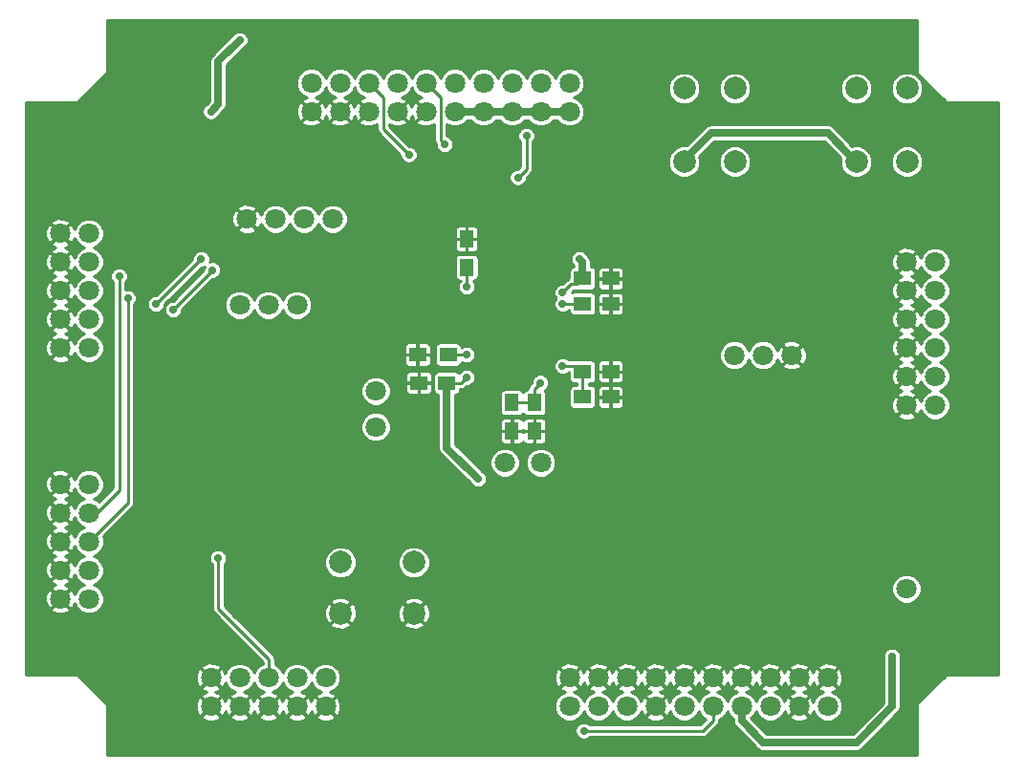
<source format=gbr>
G04 #@! TF.FileFunction,Copper,L2,Bot,Signal*
%FSLAX46Y46*%
G04 Gerber Fmt 4.6, Leading zero omitted, Abs format (unit mm)*
G04 Created by KiCad (PCBNEW 4.0.7) date 05/24/18 15:50:37*
%MOMM*%
%LPD*%
G01*
G04 APERTURE LIST*
%ADD10C,0.100000*%
%ADD11C,2.000000*%
%ADD12R,1.500000X1.250000*%
%ADD13R,1.250000X1.500000*%
%ADD14C,1.800000*%
%ADD15R,1.500000X1.300000*%
%ADD16C,0.700000*%
%ADD17C,0.650000*%
%ADD18C,0.250000*%
G04 APERTURE END LIST*
D10*
D11*
X81325000Y-105405000D03*
X81325000Y-100905000D03*
X87825000Y-105405000D03*
X87825000Y-100905000D03*
D12*
X102750000Y-86254000D03*
X105250000Y-86254000D03*
X102750000Y-75750000D03*
X105250000Y-75750000D03*
D13*
X92500000Y-74750000D03*
X92500000Y-72250000D03*
D12*
X102750000Y-84000000D03*
X105250000Y-84000000D03*
X90750000Y-85000000D03*
X88250000Y-85000000D03*
D13*
X98500000Y-86750000D03*
X98500000Y-89250000D03*
D12*
X102750000Y-78000000D03*
X105250000Y-78000000D03*
D13*
X96500000Y-86750000D03*
X96500000Y-89250000D03*
D14*
X75565000Y-70485000D03*
X73025000Y-70485000D03*
X78105000Y-70485000D03*
X80645000Y-70485000D03*
X124460000Y-111125000D03*
X124460000Y-113665000D03*
X121920000Y-111125000D03*
X121920000Y-113665000D03*
X119380000Y-111125000D03*
X119380000Y-113665000D03*
X116840000Y-111125000D03*
X116840000Y-113665000D03*
X114300000Y-111125000D03*
X114300000Y-113665000D03*
X111760000Y-111125000D03*
X111760000Y-113665000D03*
X109220000Y-111125000D03*
X109220000Y-113665000D03*
X106680000Y-111125000D03*
X106680000Y-113665000D03*
X104140000Y-111125000D03*
X104140000Y-113665000D03*
X101600000Y-111125000D03*
X101600000Y-113665000D03*
X88900000Y-60960000D03*
X86360000Y-60960000D03*
X83820000Y-60960000D03*
X83820000Y-58420000D03*
X86360000Y-58420000D03*
X88900000Y-58420000D03*
X81280000Y-58420000D03*
X81280000Y-60960000D03*
X78740000Y-60960000D03*
X78740000Y-58420000D03*
X91440000Y-58420000D03*
X91440000Y-60960000D03*
X93980000Y-60960000D03*
X93980000Y-58420000D03*
X101600000Y-58420000D03*
X99060000Y-58420000D03*
X96520000Y-58420000D03*
X96520000Y-60960000D03*
X99060000Y-60960000D03*
X101600000Y-60960000D03*
X95885000Y-92075000D03*
X99060000Y-92075000D03*
X84455000Y-88900000D03*
X84455000Y-85725000D03*
X56515000Y-93980000D03*
X59055000Y-93980000D03*
X59055000Y-104140000D03*
X56515000Y-104140000D03*
X59055000Y-101600000D03*
X56515000Y-101600000D03*
X59055000Y-99060000D03*
X56515000Y-99060000D03*
X59055000Y-96520000D03*
X56515000Y-96520000D03*
X131445000Y-79375000D03*
X131445000Y-76835000D03*
X131445000Y-74295000D03*
X133985000Y-74295000D03*
X133985000Y-76835000D03*
X133985000Y-79375000D03*
X133985000Y-86995000D03*
X133985000Y-84455000D03*
X133985000Y-81915000D03*
X131445000Y-81915000D03*
X131445000Y-84455000D03*
X131445000Y-86995000D03*
X56515000Y-71755000D03*
X59055000Y-71755000D03*
X59055000Y-81915000D03*
X56515000Y-81915000D03*
X59055000Y-79375000D03*
X56515000Y-79375000D03*
X59055000Y-76835000D03*
X56515000Y-76835000D03*
X59055000Y-74295000D03*
X56515000Y-74295000D03*
X69850000Y-113665000D03*
X69850000Y-111125000D03*
X80010000Y-111125000D03*
X80010000Y-113665000D03*
X77470000Y-111125000D03*
X77470000Y-113665000D03*
X74930000Y-111125000D03*
X74930000Y-113665000D03*
X72390000Y-111125000D03*
X72390000Y-113665000D03*
X77470000Y-78105000D03*
X74930000Y-78105000D03*
X72390000Y-78105000D03*
X121285000Y-82550000D03*
X118745000Y-82550000D03*
X116205000Y-82550000D03*
D15*
X88150000Y-82500000D03*
X90850000Y-82500000D03*
D11*
X131500000Y-65405000D03*
X127000000Y-65405000D03*
X131500000Y-58905000D03*
X127000000Y-58905000D03*
X116260000Y-65405000D03*
X111760000Y-65405000D03*
X116260000Y-58905000D03*
X111760000Y-58905000D03*
D14*
X131445000Y-103251000D03*
D16*
X108077000Y-87249000D03*
X118618000Y-89535000D03*
X69723000Y-62738000D03*
X115570000Y-89535000D03*
X125984000Y-88392000D03*
X122936000Y-92456000D03*
X130810000Y-95885000D03*
X127635000Y-95885000D03*
X73000000Y-91000000D03*
X134620000Y-60960000D03*
X119380000Y-60960000D03*
X77470000Y-92075000D03*
X90170000Y-97155000D03*
X127000000Y-107315000D03*
X119253000Y-105918000D03*
X99060000Y-105410000D03*
X95885000Y-105410000D03*
X92500000Y-83500000D03*
X98000000Y-85000000D03*
X104013000Y-85153500D03*
X104000000Y-77000000D03*
X94000000Y-76500000D03*
X118745000Y-116840000D03*
X130175000Y-109220000D03*
X69850000Y-60960000D03*
X72390000Y-54610000D03*
X102489000Y-74041000D03*
X93500000Y-93500000D03*
X92500000Y-76500000D03*
X101000000Y-83500000D03*
X101000000Y-77000000D03*
X92500000Y-84500000D03*
X99000000Y-85000000D03*
X101000000Y-78000000D03*
X102870000Y-115824000D03*
X87376000Y-64770000D03*
X90551000Y-63881000D03*
X97790000Y-63119000D03*
X97028000Y-66802000D03*
X66500000Y-78500000D03*
X70000000Y-75000000D03*
X62500000Y-77500000D03*
X61722000Y-75565000D03*
X65000000Y-78000000D03*
X69000000Y-74000000D03*
X70500000Y-100500000D03*
X92500000Y-82500000D03*
D17*
X130175000Y-113665000D02*
X127000000Y-116840000D01*
X127000000Y-116840000D02*
X118745000Y-116840000D01*
X118745000Y-116840000D02*
X116840000Y-114935000D01*
X130175000Y-109220000D02*
X130175000Y-113665000D01*
X116840000Y-114935000D02*
X116840000Y-113665000D01*
X70485000Y-60325000D02*
X69850000Y-60960000D01*
X70485000Y-56515000D02*
X70485000Y-60325000D01*
X72390000Y-54610000D02*
X70485000Y-56515000D01*
X102750000Y-75750000D02*
X102750000Y-74302000D01*
X102750000Y-74302000D02*
X102489000Y-74041000D01*
X90750000Y-85000000D02*
X90750000Y-90750000D01*
X90750000Y-90750000D02*
X93500000Y-93500000D01*
D18*
X102750000Y-86254000D02*
X102750000Y-84000000D01*
X92500000Y-76500000D02*
X92500000Y-74750000D01*
D17*
X99060000Y-60960000D02*
X101600000Y-60960000D01*
X96520000Y-60960000D02*
X99060000Y-60960000D01*
X91440000Y-60960000D02*
X93980000Y-60960000D01*
X93980000Y-60960000D02*
X96520000Y-60960000D01*
D18*
X112395000Y-64770000D02*
X112395000Y-64605000D01*
D17*
X112395000Y-64605000D02*
X114135000Y-62865000D01*
X124460000Y-62865000D02*
X126365000Y-64770000D01*
X114135000Y-62865000D02*
X124460000Y-62865000D01*
D18*
X103000000Y-83500000D02*
X102000000Y-83500000D01*
X101000000Y-83500000D02*
X103000000Y-83500000D01*
X98500000Y-86750000D02*
X96500000Y-86750000D01*
X98500000Y-85500000D02*
X98500000Y-86750000D01*
X99000000Y-85000000D02*
X98500000Y-85500000D01*
X102000000Y-83500000D02*
X102500000Y-84000000D01*
X102500000Y-84000000D02*
X102750000Y-84000000D01*
X101000000Y-77000000D02*
X101750000Y-76250000D01*
X101750000Y-76250000D02*
X102250000Y-76250000D01*
X102250000Y-76250000D02*
X102750000Y-75750000D01*
X102000000Y-76250000D02*
X102250000Y-76250000D01*
X102250000Y-76250000D02*
X102750000Y-75750000D01*
X92000000Y-85000000D02*
X90750000Y-85000000D01*
X92500000Y-84500000D02*
X92000000Y-85000000D01*
X101000000Y-78000000D02*
X102750000Y-78000000D01*
X102870000Y-115824000D02*
X113411000Y-115824000D01*
X114300000Y-114935000D02*
X114300000Y-113665000D01*
X113411000Y-115824000D02*
X114300000Y-114935000D01*
X85090000Y-59690000D02*
X83820000Y-58420000D01*
X85090000Y-62484000D02*
X85090000Y-59690000D01*
X87376000Y-64770000D02*
X85090000Y-62484000D01*
X90170000Y-59690000D02*
X88900000Y-58420000D01*
X90170000Y-63500000D02*
X90170000Y-59690000D01*
X90551000Y-63881000D02*
X90170000Y-63500000D01*
X97790000Y-66040000D02*
X97790000Y-63119000D01*
X97028000Y-66802000D02*
X97790000Y-66040000D01*
X70000000Y-75000000D02*
X66500000Y-78500000D01*
X62500000Y-77500000D02*
X62500000Y-95615000D01*
X62500000Y-95615000D02*
X59055000Y-99060000D01*
X59115000Y-99000000D02*
X59055000Y-99060000D01*
X61722000Y-94488000D02*
X59690000Y-96520000D01*
X61722000Y-93980000D02*
X61722000Y-94488000D01*
X61722000Y-86106000D02*
X61722000Y-93980000D01*
X61722000Y-79121000D02*
X61722000Y-86106000D01*
X61722000Y-75565000D02*
X61722000Y-79121000D01*
X59690000Y-96520000D02*
X59055000Y-96520000D01*
X59075000Y-96500000D02*
X59055000Y-96520000D01*
X69000000Y-74000000D02*
X65000000Y-78000000D01*
X59180000Y-79500000D02*
X59055000Y-79375000D01*
X75000000Y-109500000D02*
X75000000Y-111055000D01*
X70500000Y-105000000D02*
X75000000Y-109500000D01*
X70500000Y-104500000D02*
X70500000Y-105000000D01*
X70500000Y-104000000D02*
X70500000Y-104500000D01*
X70500000Y-103500000D02*
X70500000Y-104000000D01*
X70500000Y-100500000D02*
X70500000Y-103500000D01*
X75000000Y-111055000D02*
X74930000Y-111125000D01*
X74930000Y-110430000D02*
X74930000Y-111125000D01*
X92500000Y-82500000D02*
X90850000Y-82500000D01*
G36*
X132375000Y-57500000D02*
X132384187Y-57547037D01*
X132411612Y-57588388D01*
X134911612Y-60088388D01*
X134951368Y-60115152D01*
X135000000Y-60125000D01*
X139575000Y-60125000D01*
X139575000Y-110875000D01*
X135000000Y-110875000D01*
X134952963Y-110884187D01*
X134911612Y-110911612D01*
X132411612Y-113411612D01*
X132384848Y-113451368D01*
X132375000Y-113500000D01*
X132375000Y-117985000D01*
X60625000Y-117985000D01*
X60625000Y-115977481D01*
X102094866Y-115977481D01*
X102212604Y-116262429D01*
X102430425Y-116480630D01*
X102715167Y-116598865D01*
X103023481Y-116599134D01*
X103308429Y-116481396D01*
X103416012Y-116374000D01*
X113411000Y-116374000D01*
X113621476Y-116332134D01*
X113799909Y-116212909D01*
X114688909Y-115323909D01*
X114808134Y-115145476D01*
X114850000Y-114935000D01*
X114850000Y-114871396D01*
X115049572Y-114788935D01*
X115422625Y-114416532D01*
X115570113Y-114061341D01*
X115716065Y-114414572D01*
X116088468Y-114787625D01*
X116090000Y-114788261D01*
X116090000Y-114935000D01*
X116147090Y-115222013D01*
X116309670Y-115465330D01*
X118062843Y-117218503D01*
X118087604Y-117278429D01*
X118305425Y-117496630D01*
X118590167Y-117614865D01*
X118898481Y-117615134D01*
X118959310Y-117590000D01*
X127000000Y-117590000D01*
X127287013Y-117532910D01*
X127530330Y-117370330D01*
X130705330Y-114195330D01*
X130867910Y-113952013D01*
X130925000Y-113665000D01*
X130925000Y-109434715D01*
X130949865Y-109374833D01*
X130950134Y-109066519D01*
X130832396Y-108781571D01*
X130614575Y-108563370D01*
X130329833Y-108445135D01*
X130021519Y-108444866D01*
X129736571Y-108562604D01*
X129518370Y-108780425D01*
X129400135Y-109065167D01*
X129399866Y-109373481D01*
X129425000Y-109434310D01*
X129425000Y-113354340D01*
X126689340Y-116090000D01*
X119055660Y-116090000D01*
X117672155Y-114706495D01*
X117962625Y-114416532D01*
X118110113Y-114061341D01*
X118256065Y-114414572D01*
X118628468Y-114787625D01*
X119115285Y-114989769D01*
X119642402Y-114990229D01*
X120129572Y-114788935D01*
X120356259Y-114562642D01*
X121057714Y-114562642D01*
X121146288Y-114772455D01*
X121628988Y-114984241D01*
X122155992Y-114995186D01*
X122647068Y-114803622D01*
X122693712Y-114772455D01*
X122782286Y-114562642D01*
X121920000Y-113700355D01*
X121057714Y-114562642D01*
X120356259Y-114562642D01*
X120502625Y-114416532D01*
X120651274Y-114058545D01*
X120781378Y-114392068D01*
X120812545Y-114438712D01*
X121022358Y-114527286D01*
X121884645Y-113665000D01*
X121955355Y-113665000D01*
X122817642Y-114527286D01*
X123027455Y-114438712D01*
X123191527Y-114064762D01*
X123336065Y-114414572D01*
X123708468Y-114787625D01*
X124195285Y-114989769D01*
X124722402Y-114990229D01*
X125209572Y-114788935D01*
X125582625Y-114416532D01*
X125784769Y-113929715D01*
X125785229Y-113402598D01*
X125583935Y-112915428D01*
X125211532Y-112542375D01*
X124853545Y-112393726D01*
X125187068Y-112263622D01*
X125233712Y-112232455D01*
X125322286Y-112022642D01*
X124460000Y-111160355D01*
X123597714Y-112022642D01*
X123686288Y-112232455D01*
X124060238Y-112396527D01*
X123710428Y-112541065D01*
X123337375Y-112913468D01*
X123188726Y-113271455D01*
X123058622Y-112937932D01*
X123027455Y-112891288D01*
X122817642Y-112802714D01*
X121955355Y-113665000D01*
X121884645Y-113665000D01*
X121022358Y-112802714D01*
X120812545Y-112891288D01*
X120648473Y-113265238D01*
X120503935Y-112915428D01*
X120131532Y-112542375D01*
X119773545Y-112393726D01*
X120107068Y-112263622D01*
X120153712Y-112232455D01*
X120242286Y-112022642D01*
X121057714Y-112022642D01*
X121146288Y-112232455D01*
X121522859Y-112397677D01*
X121192932Y-112526378D01*
X121146288Y-112557545D01*
X121057714Y-112767358D01*
X121920000Y-113629645D01*
X122782286Y-112767358D01*
X122693712Y-112557545D01*
X122317141Y-112392323D01*
X122647068Y-112263622D01*
X122693712Y-112232455D01*
X122782286Y-112022642D01*
X121920000Y-111160355D01*
X121057714Y-112022642D01*
X120242286Y-112022642D01*
X119380000Y-111160355D01*
X118517714Y-112022642D01*
X118606288Y-112232455D01*
X118980238Y-112396527D01*
X118630428Y-112541065D01*
X118257375Y-112913468D01*
X118109887Y-113268659D01*
X117963935Y-112915428D01*
X117591532Y-112542375D01*
X117233545Y-112393726D01*
X117567068Y-112263622D01*
X117613712Y-112232455D01*
X117702286Y-112022642D01*
X116840000Y-111160355D01*
X115977714Y-112022642D01*
X116066288Y-112232455D01*
X116440238Y-112396527D01*
X116090428Y-112541065D01*
X115717375Y-112913468D01*
X115569887Y-113268659D01*
X115423935Y-112915428D01*
X115051532Y-112542375D01*
X114693545Y-112393726D01*
X115027068Y-112263622D01*
X115073712Y-112232455D01*
X115162286Y-112022642D01*
X114300000Y-111160355D01*
X113437714Y-112022642D01*
X113526288Y-112232455D01*
X113900238Y-112396527D01*
X113550428Y-112541065D01*
X113177375Y-112913468D01*
X113029887Y-113268659D01*
X112883935Y-112915428D01*
X112511532Y-112542375D01*
X112153545Y-112393726D01*
X112487068Y-112263622D01*
X112533712Y-112232455D01*
X112622286Y-112022642D01*
X111760000Y-111160355D01*
X110897714Y-112022642D01*
X110986288Y-112232455D01*
X111360238Y-112396527D01*
X111010428Y-112541065D01*
X110637375Y-112913468D01*
X110488726Y-113271455D01*
X110358622Y-112937932D01*
X110327455Y-112891288D01*
X110117642Y-112802714D01*
X109255355Y-113665000D01*
X110117642Y-114527286D01*
X110327455Y-114438712D01*
X110491527Y-114064762D01*
X110636065Y-114414572D01*
X111008468Y-114787625D01*
X111495285Y-114989769D01*
X112022402Y-114990229D01*
X112509572Y-114788935D01*
X112882625Y-114416532D01*
X113030113Y-114061341D01*
X113176065Y-114414572D01*
X113548468Y-114787625D01*
X113634029Y-114823153D01*
X113183182Y-115274000D01*
X103416019Y-115274000D01*
X103309575Y-115167370D01*
X103024833Y-115049135D01*
X102716519Y-115048866D01*
X102431571Y-115166604D01*
X102213370Y-115384425D01*
X102095135Y-115669167D01*
X102094866Y-115977481D01*
X60625000Y-115977481D01*
X60625000Y-114562642D01*
X68987714Y-114562642D01*
X69076288Y-114772455D01*
X69558988Y-114984241D01*
X70085992Y-114995186D01*
X70577068Y-114803622D01*
X70623712Y-114772455D01*
X70712286Y-114562642D01*
X71527714Y-114562642D01*
X71616288Y-114772455D01*
X72098988Y-114984241D01*
X72625992Y-114995186D01*
X73117068Y-114803622D01*
X73163712Y-114772455D01*
X73252286Y-114562642D01*
X74067714Y-114562642D01*
X74156288Y-114772455D01*
X74638988Y-114984241D01*
X75165992Y-114995186D01*
X75657068Y-114803622D01*
X75703712Y-114772455D01*
X75792286Y-114562642D01*
X76607714Y-114562642D01*
X76696288Y-114772455D01*
X77178988Y-114984241D01*
X77705992Y-114995186D01*
X78197068Y-114803622D01*
X78243712Y-114772455D01*
X78332286Y-114562642D01*
X79147714Y-114562642D01*
X79236288Y-114772455D01*
X79718988Y-114984241D01*
X80245992Y-114995186D01*
X80737068Y-114803622D01*
X80783712Y-114772455D01*
X80872286Y-114562642D01*
X80010000Y-113700355D01*
X79147714Y-114562642D01*
X78332286Y-114562642D01*
X77470000Y-113700355D01*
X76607714Y-114562642D01*
X75792286Y-114562642D01*
X74930000Y-113700355D01*
X74067714Y-114562642D01*
X73252286Y-114562642D01*
X72390000Y-113700355D01*
X71527714Y-114562642D01*
X70712286Y-114562642D01*
X69850000Y-113700355D01*
X68987714Y-114562642D01*
X60625000Y-114562642D01*
X60625000Y-113900992D01*
X68519814Y-113900992D01*
X68711378Y-114392068D01*
X68742545Y-114438712D01*
X68952358Y-114527286D01*
X69814645Y-113665000D01*
X69885355Y-113665000D01*
X70747642Y-114527286D01*
X70957455Y-114438712D01*
X71122677Y-114062141D01*
X71251378Y-114392068D01*
X71282545Y-114438712D01*
X71492358Y-114527286D01*
X72354645Y-113665000D01*
X72425355Y-113665000D01*
X73287642Y-114527286D01*
X73497455Y-114438712D01*
X73662677Y-114062141D01*
X73791378Y-114392068D01*
X73822545Y-114438712D01*
X74032358Y-114527286D01*
X74894645Y-113665000D01*
X74965355Y-113665000D01*
X75827642Y-114527286D01*
X76037455Y-114438712D01*
X76202677Y-114062141D01*
X76331378Y-114392068D01*
X76362545Y-114438712D01*
X76572358Y-114527286D01*
X77434645Y-113665000D01*
X77505355Y-113665000D01*
X78367642Y-114527286D01*
X78577455Y-114438712D01*
X78742677Y-114062141D01*
X78871378Y-114392068D01*
X78902545Y-114438712D01*
X79112358Y-114527286D01*
X79974645Y-113665000D01*
X80045355Y-113665000D01*
X80907642Y-114527286D01*
X81117455Y-114438712D01*
X81329241Y-113956012D01*
X81329835Y-113927402D01*
X100274771Y-113927402D01*
X100476065Y-114414572D01*
X100848468Y-114787625D01*
X101335285Y-114989769D01*
X101862402Y-114990229D01*
X102349572Y-114788935D01*
X102722625Y-114416532D01*
X102870113Y-114061341D01*
X103016065Y-114414572D01*
X103388468Y-114787625D01*
X103875285Y-114989769D01*
X104402402Y-114990229D01*
X104889572Y-114788935D01*
X105262625Y-114416532D01*
X105410113Y-114061341D01*
X105556065Y-114414572D01*
X105928468Y-114787625D01*
X106415285Y-114989769D01*
X106942402Y-114990229D01*
X107429572Y-114788935D01*
X107656259Y-114562642D01*
X108357714Y-114562642D01*
X108446288Y-114772455D01*
X108928988Y-114984241D01*
X109455992Y-114995186D01*
X109947068Y-114803622D01*
X109993712Y-114772455D01*
X110082286Y-114562642D01*
X109220000Y-113700355D01*
X108357714Y-114562642D01*
X107656259Y-114562642D01*
X107802625Y-114416532D01*
X107951274Y-114058545D01*
X108081378Y-114392068D01*
X108112545Y-114438712D01*
X108322358Y-114527286D01*
X109184645Y-113665000D01*
X108322358Y-112802714D01*
X108112545Y-112891288D01*
X107948473Y-113265238D01*
X107803935Y-112915428D01*
X107431532Y-112542375D01*
X107073545Y-112393726D01*
X107407068Y-112263622D01*
X107453712Y-112232455D01*
X107542286Y-112022642D01*
X108357714Y-112022642D01*
X108446288Y-112232455D01*
X108822859Y-112397677D01*
X108492932Y-112526378D01*
X108446288Y-112557545D01*
X108357714Y-112767358D01*
X109220000Y-113629645D01*
X110082286Y-112767358D01*
X109993712Y-112557545D01*
X109617141Y-112392323D01*
X109947068Y-112263622D01*
X109993712Y-112232455D01*
X110082286Y-112022642D01*
X109220000Y-111160355D01*
X108357714Y-112022642D01*
X107542286Y-112022642D01*
X106680000Y-111160355D01*
X105817714Y-112022642D01*
X105906288Y-112232455D01*
X106280238Y-112396527D01*
X105930428Y-112541065D01*
X105557375Y-112913468D01*
X105409887Y-113268659D01*
X105263935Y-112915428D01*
X104891532Y-112542375D01*
X104533545Y-112393726D01*
X104867068Y-112263622D01*
X104913712Y-112232455D01*
X105002286Y-112022642D01*
X104140000Y-111160355D01*
X103277714Y-112022642D01*
X103366288Y-112232455D01*
X103740238Y-112396527D01*
X103390428Y-112541065D01*
X103017375Y-112913468D01*
X102869887Y-113268659D01*
X102723935Y-112915428D01*
X102351532Y-112542375D01*
X101993545Y-112393726D01*
X102327068Y-112263622D01*
X102373712Y-112232455D01*
X102462286Y-112022642D01*
X101600000Y-111160355D01*
X100737714Y-112022642D01*
X100826288Y-112232455D01*
X101200238Y-112396527D01*
X100850428Y-112541065D01*
X100477375Y-112913468D01*
X100275231Y-113400285D01*
X100274771Y-113927402D01*
X81329835Y-113927402D01*
X81340186Y-113429008D01*
X81148622Y-112937932D01*
X81117455Y-112891288D01*
X80907642Y-112802714D01*
X80045355Y-113665000D01*
X79974645Y-113665000D01*
X79112358Y-112802714D01*
X78902545Y-112891288D01*
X78737323Y-113267859D01*
X78608622Y-112937932D01*
X78577455Y-112891288D01*
X78367642Y-112802714D01*
X77505355Y-113665000D01*
X77434645Y-113665000D01*
X76572358Y-112802714D01*
X76362545Y-112891288D01*
X76197323Y-113267859D01*
X76068622Y-112937932D01*
X76037455Y-112891288D01*
X75827642Y-112802714D01*
X74965355Y-113665000D01*
X74894645Y-113665000D01*
X74032358Y-112802714D01*
X73822545Y-112891288D01*
X73657323Y-113267859D01*
X73528622Y-112937932D01*
X73497455Y-112891288D01*
X73287642Y-112802714D01*
X72425355Y-113665000D01*
X72354645Y-113665000D01*
X71492358Y-112802714D01*
X71282545Y-112891288D01*
X71117323Y-113267859D01*
X70988622Y-112937932D01*
X70957455Y-112891288D01*
X70747642Y-112802714D01*
X69885355Y-113665000D01*
X69814645Y-113665000D01*
X68952358Y-112802714D01*
X68742545Y-112891288D01*
X68530759Y-113373988D01*
X68519814Y-113900992D01*
X60625000Y-113900992D01*
X60625000Y-113500000D01*
X60615813Y-113452963D01*
X60588388Y-113411612D01*
X59199418Y-112022642D01*
X68987714Y-112022642D01*
X69076288Y-112232455D01*
X69452859Y-112397677D01*
X69122932Y-112526378D01*
X69076288Y-112557545D01*
X68987714Y-112767358D01*
X69850000Y-113629645D01*
X70712286Y-112767358D01*
X70623712Y-112557545D01*
X70247141Y-112392323D01*
X70577068Y-112263622D01*
X70623712Y-112232455D01*
X70712286Y-112022642D01*
X69850000Y-111160355D01*
X68987714Y-112022642D01*
X59199418Y-112022642D01*
X58537768Y-111360992D01*
X68519814Y-111360992D01*
X68711378Y-111852068D01*
X68742545Y-111898712D01*
X68952358Y-111987286D01*
X69814645Y-111125000D01*
X68952358Y-110262714D01*
X68742545Y-110351288D01*
X68530759Y-110833988D01*
X68519814Y-111360992D01*
X58537768Y-111360992D01*
X58088388Y-110911612D01*
X58048632Y-110884848D01*
X58000000Y-110875000D01*
X53465000Y-110875000D01*
X53465000Y-110227358D01*
X68987714Y-110227358D01*
X69850000Y-111089645D01*
X70712286Y-110227358D01*
X70623712Y-110017545D01*
X70141012Y-109805759D01*
X69614008Y-109794814D01*
X69122932Y-109986378D01*
X69076288Y-110017545D01*
X68987714Y-110227358D01*
X53465000Y-110227358D01*
X53465000Y-105037642D01*
X55652714Y-105037642D01*
X55741288Y-105247455D01*
X56223988Y-105459241D01*
X56750992Y-105470186D01*
X57242068Y-105278622D01*
X57288712Y-105247455D01*
X57377286Y-105037642D01*
X56515000Y-104175355D01*
X55652714Y-105037642D01*
X53465000Y-105037642D01*
X53465000Y-104375992D01*
X55184814Y-104375992D01*
X55376378Y-104867068D01*
X55407545Y-104913712D01*
X55617358Y-105002286D01*
X56479645Y-104140000D01*
X55617358Y-103277714D01*
X55407545Y-103366288D01*
X55195759Y-103848988D01*
X55184814Y-104375992D01*
X53465000Y-104375992D01*
X53465000Y-102497642D01*
X55652714Y-102497642D01*
X55741288Y-102707455D01*
X56117859Y-102872677D01*
X55787932Y-103001378D01*
X55741288Y-103032545D01*
X55652714Y-103242358D01*
X56515000Y-104104645D01*
X57377286Y-103242358D01*
X57288712Y-103032545D01*
X56912141Y-102867323D01*
X57242068Y-102738622D01*
X57288712Y-102707455D01*
X57377286Y-102497642D01*
X56515000Y-101635355D01*
X55652714Y-102497642D01*
X53465000Y-102497642D01*
X53465000Y-101835992D01*
X55184814Y-101835992D01*
X55376378Y-102327068D01*
X55407545Y-102373712D01*
X55617358Y-102462286D01*
X56479645Y-101600000D01*
X55617358Y-100737714D01*
X55407545Y-100826288D01*
X55195759Y-101308988D01*
X55184814Y-101835992D01*
X53465000Y-101835992D01*
X53465000Y-99957642D01*
X55652714Y-99957642D01*
X55741288Y-100167455D01*
X56117859Y-100332677D01*
X55787932Y-100461378D01*
X55741288Y-100492545D01*
X55652714Y-100702358D01*
X56515000Y-101564645D01*
X57377286Y-100702358D01*
X57288712Y-100492545D01*
X56912141Y-100327323D01*
X57242068Y-100198622D01*
X57288712Y-100167455D01*
X57377286Y-99957642D01*
X56515000Y-99095355D01*
X55652714Y-99957642D01*
X53465000Y-99957642D01*
X53465000Y-99295992D01*
X55184814Y-99295992D01*
X55376378Y-99787068D01*
X55407545Y-99833712D01*
X55617358Y-99922286D01*
X56479645Y-99060000D01*
X55617358Y-98197714D01*
X55407545Y-98286288D01*
X55195759Y-98768988D01*
X55184814Y-99295992D01*
X53465000Y-99295992D01*
X53465000Y-97417642D01*
X55652714Y-97417642D01*
X55741288Y-97627455D01*
X56117859Y-97792677D01*
X55787932Y-97921378D01*
X55741288Y-97952545D01*
X55652714Y-98162358D01*
X56515000Y-99024645D01*
X57377286Y-98162358D01*
X57288712Y-97952545D01*
X56912141Y-97787323D01*
X57242068Y-97658622D01*
X57288712Y-97627455D01*
X57377286Y-97417642D01*
X56515000Y-96555355D01*
X55652714Y-97417642D01*
X53465000Y-97417642D01*
X53465000Y-96755992D01*
X55184814Y-96755992D01*
X55376378Y-97247068D01*
X55407545Y-97293712D01*
X55617358Y-97382286D01*
X56479645Y-96520000D01*
X55617358Y-95657714D01*
X55407545Y-95746288D01*
X55195759Y-96228988D01*
X55184814Y-96755992D01*
X53465000Y-96755992D01*
X53465000Y-94877642D01*
X55652714Y-94877642D01*
X55741288Y-95087455D01*
X56117859Y-95252677D01*
X55787932Y-95381378D01*
X55741288Y-95412545D01*
X55652714Y-95622358D01*
X56515000Y-96484645D01*
X57377286Y-95622358D01*
X57288712Y-95412545D01*
X56912141Y-95247323D01*
X57242068Y-95118622D01*
X57288712Y-95087455D01*
X57377286Y-94877642D01*
X56515000Y-94015355D01*
X55652714Y-94877642D01*
X53465000Y-94877642D01*
X53465000Y-94215992D01*
X55184814Y-94215992D01*
X55376378Y-94707068D01*
X55407545Y-94753712D01*
X55617358Y-94842286D01*
X56479645Y-93980000D01*
X56550355Y-93980000D01*
X57412642Y-94842286D01*
X57622455Y-94753712D01*
X57786527Y-94379762D01*
X57931065Y-94729572D01*
X58303468Y-95102625D01*
X58658659Y-95250113D01*
X58305428Y-95396065D01*
X57932375Y-95768468D01*
X57783726Y-96126455D01*
X57653622Y-95792932D01*
X57622455Y-95746288D01*
X57412642Y-95657714D01*
X56550355Y-96520000D01*
X57412642Y-97382286D01*
X57622455Y-97293712D01*
X57786527Y-96919762D01*
X57931065Y-97269572D01*
X58303468Y-97642625D01*
X58658659Y-97790113D01*
X58305428Y-97936065D01*
X57932375Y-98308468D01*
X57783726Y-98666455D01*
X57653622Y-98332932D01*
X57622455Y-98286288D01*
X57412642Y-98197714D01*
X56550355Y-99060000D01*
X57412642Y-99922286D01*
X57622455Y-99833712D01*
X57786527Y-99459762D01*
X57931065Y-99809572D01*
X58303468Y-100182625D01*
X58658659Y-100330113D01*
X58305428Y-100476065D01*
X57932375Y-100848468D01*
X57783726Y-101206455D01*
X57653622Y-100872932D01*
X57622455Y-100826288D01*
X57412642Y-100737714D01*
X56550355Y-101600000D01*
X57412642Y-102462286D01*
X57622455Y-102373712D01*
X57786527Y-101999762D01*
X57931065Y-102349572D01*
X58303468Y-102722625D01*
X58658659Y-102870113D01*
X58305428Y-103016065D01*
X57932375Y-103388468D01*
X57783726Y-103746455D01*
X57653622Y-103412932D01*
X57622455Y-103366288D01*
X57412642Y-103277714D01*
X56550355Y-104140000D01*
X57412642Y-105002286D01*
X57622455Y-104913712D01*
X57786527Y-104539762D01*
X57931065Y-104889572D01*
X58303468Y-105262625D01*
X58790285Y-105464769D01*
X59317402Y-105465229D01*
X59804572Y-105263935D01*
X60177625Y-104891532D01*
X60379769Y-104404715D01*
X60380229Y-103877598D01*
X60178935Y-103390428D01*
X59806532Y-103017375D01*
X59451341Y-102869887D01*
X59804572Y-102723935D01*
X60177625Y-102351532D01*
X60379769Y-101864715D01*
X60380229Y-101337598D01*
X60178935Y-100850428D01*
X59982332Y-100653481D01*
X69724866Y-100653481D01*
X69842604Y-100938429D01*
X69950000Y-101046012D01*
X69950000Y-105000000D01*
X69991866Y-105210476D01*
X70111091Y-105388909D01*
X74450000Y-109727818D01*
X74450000Y-109889680D01*
X74180428Y-110001065D01*
X73807375Y-110373468D01*
X73659887Y-110728659D01*
X73513935Y-110375428D01*
X73141532Y-110002375D01*
X72654715Y-109800231D01*
X72127598Y-109799771D01*
X71640428Y-110001065D01*
X71267375Y-110373468D01*
X71118726Y-110731455D01*
X70988622Y-110397932D01*
X70957455Y-110351288D01*
X70747642Y-110262714D01*
X69885355Y-111125000D01*
X70747642Y-111987286D01*
X70957455Y-111898712D01*
X71121527Y-111524762D01*
X71266065Y-111874572D01*
X71638468Y-112247625D01*
X71996455Y-112396274D01*
X71662932Y-112526378D01*
X71616288Y-112557545D01*
X71527714Y-112767358D01*
X72390000Y-113629645D01*
X73252286Y-112767358D01*
X73163712Y-112557545D01*
X72789762Y-112393473D01*
X73139572Y-112248935D01*
X73512625Y-111876532D01*
X73660113Y-111521341D01*
X73806065Y-111874572D01*
X74178468Y-112247625D01*
X74536455Y-112396274D01*
X74202932Y-112526378D01*
X74156288Y-112557545D01*
X74067714Y-112767358D01*
X74930000Y-113629645D01*
X75792286Y-112767358D01*
X75703712Y-112557545D01*
X75329762Y-112393473D01*
X75679572Y-112248935D01*
X76052625Y-111876532D01*
X76200113Y-111521341D01*
X76346065Y-111874572D01*
X76718468Y-112247625D01*
X77076455Y-112396274D01*
X76742932Y-112526378D01*
X76696288Y-112557545D01*
X76607714Y-112767358D01*
X77470000Y-113629645D01*
X78332286Y-112767358D01*
X78243712Y-112557545D01*
X77869762Y-112393473D01*
X78219572Y-112248935D01*
X78592625Y-111876532D01*
X78740113Y-111521341D01*
X78886065Y-111874572D01*
X79258468Y-112247625D01*
X79616455Y-112396274D01*
X79282932Y-112526378D01*
X79236288Y-112557545D01*
X79147714Y-112767358D01*
X80010000Y-113629645D01*
X80872286Y-112767358D01*
X80783712Y-112557545D01*
X80409762Y-112393473D01*
X80759572Y-112248935D01*
X81132625Y-111876532D01*
X81334769Y-111389715D01*
X81334794Y-111360992D01*
X100269814Y-111360992D01*
X100461378Y-111852068D01*
X100492545Y-111898712D01*
X100702358Y-111987286D01*
X101564645Y-111125000D01*
X101635355Y-111125000D01*
X102497642Y-111987286D01*
X102707455Y-111898712D01*
X102872677Y-111522141D01*
X103001378Y-111852068D01*
X103032545Y-111898712D01*
X103242358Y-111987286D01*
X104104645Y-111125000D01*
X104175355Y-111125000D01*
X105037642Y-111987286D01*
X105247455Y-111898712D01*
X105412677Y-111522141D01*
X105541378Y-111852068D01*
X105572545Y-111898712D01*
X105782358Y-111987286D01*
X106644645Y-111125000D01*
X106715355Y-111125000D01*
X107577642Y-111987286D01*
X107787455Y-111898712D01*
X107952677Y-111522141D01*
X108081378Y-111852068D01*
X108112545Y-111898712D01*
X108322358Y-111987286D01*
X109184645Y-111125000D01*
X109255355Y-111125000D01*
X110117642Y-111987286D01*
X110327455Y-111898712D01*
X110492677Y-111522141D01*
X110621378Y-111852068D01*
X110652545Y-111898712D01*
X110862358Y-111987286D01*
X111724645Y-111125000D01*
X111795355Y-111125000D01*
X112657642Y-111987286D01*
X112867455Y-111898712D01*
X113032677Y-111522141D01*
X113161378Y-111852068D01*
X113192545Y-111898712D01*
X113402358Y-111987286D01*
X114264645Y-111125000D01*
X114335355Y-111125000D01*
X115197642Y-111987286D01*
X115407455Y-111898712D01*
X115572677Y-111522141D01*
X115701378Y-111852068D01*
X115732545Y-111898712D01*
X115942358Y-111987286D01*
X116804645Y-111125000D01*
X116875355Y-111125000D01*
X117737642Y-111987286D01*
X117947455Y-111898712D01*
X118112677Y-111522141D01*
X118241378Y-111852068D01*
X118272545Y-111898712D01*
X118482358Y-111987286D01*
X119344645Y-111125000D01*
X119415355Y-111125000D01*
X120277642Y-111987286D01*
X120487455Y-111898712D01*
X120652677Y-111522141D01*
X120781378Y-111852068D01*
X120812545Y-111898712D01*
X121022358Y-111987286D01*
X121884645Y-111125000D01*
X121955355Y-111125000D01*
X122817642Y-111987286D01*
X123027455Y-111898712D01*
X123192677Y-111522141D01*
X123321378Y-111852068D01*
X123352545Y-111898712D01*
X123562358Y-111987286D01*
X124424645Y-111125000D01*
X124495355Y-111125000D01*
X125357642Y-111987286D01*
X125567455Y-111898712D01*
X125779241Y-111416012D01*
X125790186Y-110889008D01*
X125598622Y-110397932D01*
X125567455Y-110351288D01*
X125357642Y-110262714D01*
X124495355Y-111125000D01*
X124424645Y-111125000D01*
X123562358Y-110262714D01*
X123352545Y-110351288D01*
X123187323Y-110727859D01*
X123058622Y-110397932D01*
X123027455Y-110351288D01*
X122817642Y-110262714D01*
X121955355Y-111125000D01*
X121884645Y-111125000D01*
X121022358Y-110262714D01*
X120812545Y-110351288D01*
X120647323Y-110727859D01*
X120518622Y-110397932D01*
X120487455Y-110351288D01*
X120277642Y-110262714D01*
X119415355Y-111125000D01*
X119344645Y-111125000D01*
X118482358Y-110262714D01*
X118272545Y-110351288D01*
X118107323Y-110727859D01*
X117978622Y-110397932D01*
X117947455Y-110351288D01*
X117737642Y-110262714D01*
X116875355Y-111125000D01*
X116804645Y-111125000D01*
X115942358Y-110262714D01*
X115732545Y-110351288D01*
X115567323Y-110727859D01*
X115438622Y-110397932D01*
X115407455Y-110351288D01*
X115197642Y-110262714D01*
X114335355Y-111125000D01*
X114264645Y-111125000D01*
X113402358Y-110262714D01*
X113192545Y-110351288D01*
X113027323Y-110727859D01*
X112898622Y-110397932D01*
X112867455Y-110351288D01*
X112657642Y-110262714D01*
X111795355Y-111125000D01*
X111724645Y-111125000D01*
X110862358Y-110262714D01*
X110652545Y-110351288D01*
X110487323Y-110727859D01*
X110358622Y-110397932D01*
X110327455Y-110351288D01*
X110117642Y-110262714D01*
X109255355Y-111125000D01*
X109184645Y-111125000D01*
X108322358Y-110262714D01*
X108112545Y-110351288D01*
X107947323Y-110727859D01*
X107818622Y-110397932D01*
X107787455Y-110351288D01*
X107577642Y-110262714D01*
X106715355Y-111125000D01*
X106644645Y-111125000D01*
X105782358Y-110262714D01*
X105572545Y-110351288D01*
X105407323Y-110727859D01*
X105278622Y-110397932D01*
X105247455Y-110351288D01*
X105037642Y-110262714D01*
X104175355Y-111125000D01*
X104104645Y-111125000D01*
X103242358Y-110262714D01*
X103032545Y-110351288D01*
X102867323Y-110727859D01*
X102738622Y-110397932D01*
X102707455Y-110351288D01*
X102497642Y-110262714D01*
X101635355Y-111125000D01*
X101564645Y-111125000D01*
X100702358Y-110262714D01*
X100492545Y-110351288D01*
X100280759Y-110833988D01*
X100269814Y-111360992D01*
X81334794Y-111360992D01*
X81335229Y-110862598D01*
X81133935Y-110375428D01*
X80986123Y-110227358D01*
X100737714Y-110227358D01*
X101600000Y-111089645D01*
X102462286Y-110227358D01*
X103277714Y-110227358D01*
X104140000Y-111089645D01*
X105002286Y-110227358D01*
X105817714Y-110227358D01*
X106680000Y-111089645D01*
X107542286Y-110227358D01*
X108357714Y-110227358D01*
X109220000Y-111089645D01*
X110082286Y-110227358D01*
X110897714Y-110227358D01*
X111760000Y-111089645D01*
X112622286Y-110227358D01*
X113437714Y-110227358D01*
X114300000Y-111089645D01*
X115162286Y-110227358D01*
X115977714Y-110227358D01*
X116840000Y-111089645D01*
X117702286Y-110227358D01*
X118517714Y-110227358D01*
X119380000Y-111089645D01*
X120242286Y-110227358D01*
X121057714Y-110227358D01*
X121920000Y-111089645D01*
X122782286Y-110227358D01*
X123597714Y-110227358D01*
X124460000Y-111089645D01*
X125322286Y-110227358D01*
X125233712Y-110017545D01*
X124751012Y-109805759D01*
X124224008Y-109794814D01*
X123732932Y-109986378D01*
X123686288Y-110017545D01*
X123597714Y-110227358D01*
X122782286Y-110227358D01*
X122693712Y-110017545D01*
X122211012Y-109805759D01*
X121684008Y-109794814D01*
X121192932Y-109986378D01*
X121146288Y-110017545D01*
X121057714Y-110227358D01*
X120242286Y-110227358D01*
X120153712Y-110017545D01*
X119671012Y-109805759D01*
X119144008Y-109794814D01*
X118652932Y-109986378D01*
X118606288Y-110017545D01*
X118517714Y-110227358D01*
X117702286Y-110227358D01*
X117613712Y-110017545D01*
X117131012Y-109805759D01*
X116604008Y-109794814D01*
X116112932Y-109986378D01*
X116066288Y-110017545D01*
X115977714Y-110227358D01*
X115162286Y-110227358D01*
X115073712Y-110017545D01*
X114591012Y-109805759D01*
X114064008Y-109794814D01*
X113572932Y-109986378D01*
X113526288Y-110017545D01*
X113437714Y-110227358D01*
X112622286Y-110227358D01*
X112533712Y-110017545D01*
X112051012Y-109805759D01*
X111524008Y-109794814D01*
X111032932Y-109986378D01*
X110986288Y-110017545D01*
X110897714Y-110227358D01*
X110082286Y-110227358D01*
X109993712Y-110017545D01*
X109511012Y-109805759D01*
X108984008Y-109794814D01*
X108492932Y-109986378D01*
X108446288Y-110017545D01*
X108357714Y-110227358D01*
X107542286Y-110227358D01*
X107453712Y-110017545D01*
X106971012Y-109805759D01*
X106444008Y-109794814D01*
X105952932Y-109986378D01*
X105906288Y-110017545D01*
X105817714Y-110227358D01*
X105002286Y-110227358D01*
X104913712Y-110017545D01*
X104431012Y-109805759D01*
X103904008Y-109794814D01*
X103412932Y-109986378D01*
X103366288Y-110017545D01*
X103277714Y-110227358D01*
X102462286Y-110227358D01*
X102373712Y-110017545D01*
X101891012Y-109805759D01*
X101364008Y-109794814D01*
X100872932Y-109986378D01*
X100826288Y-110017545D01*
X100737714Y-110227358D01*
X80986123Y-110227358D01*
X80761532Y-110002375D01*
X80274715Y-109800231D01*
X79747598Y-109799771D01*
X79260428Y-110001065D01*
X78887375Y-110373468D01*
X78739887Y-110728659D01*
X78593935Y-110375428D01*
X78221532Y-110002375D01*
X77734715Y-109800231D01*
X77207598Y-109799771D01*
X76720428Y-110001065D01*
X76347375Y-110373468D01*
X76199887Y-110728659D01*
X76053935Y-110375428D01*
X75681532Y-110002375D01*
X75550000Y-109947758D01*
X75550000Y-109500000D01*
X75508134Y-109289524D01*
X75388909Y-109111091D01*
X72652569Y-106374751D01*
X80390604Y-106374751D01*
X80491349Y-106594955D01*
X81010183Y-106823400D01*
X81576945Y-106835907D01*
X82105351Y-106630571D01*
X82158651Y-106594955D01*
X82259396Y-106374751D01*
X86890604Y-106374751D01*
X86991349Y-106594955D01*
X87510183Y-106823400D01*
X88076945Y-106835907D01*
X88605351Y-106630571D01*
X88658651Y-106594955D01*
X88759396Y-106374751D01*
X87825000Y-105440355D01*
X86890604Y-106374751D01*
X82259396Y-106374751D01*
X81325000Y-105440355D01*
X80390604Y-106374751D01*
X72652569Y-106374751D01*
X71934763Y-105656945D01*
X79894093Y-105656945D01*
X80099429Y-106185351D01*
X80135045Y-106238651D01*
X80355249Y-106339396D01*
X81289645Y-105405000D01*
X81360355Y-105405000D01*
X82294751Y-106339396D01*
X82514955Y-106238651D01*
X82743400Y-105719817D01*
X82744787Y-105656945D01*
X86394093Y-105656945D01*
X86599429Y-106185351D01*
X86635045Y-106238651D01*
X86855249Y-106339396D01*
X87789645Y-105405000D01*
X87860355Y-105405000D01*
X88794751Y-106339396D01*
X89014955Y-106238651D01*
X89243400Y-105719817D01*
X89255907Y-105153055D01*
X89050571Y-104624649D01*
X89014955Y-104571349D01*
X88794751Y-104470604D01*
X87860355Y-105405000D01*
X87789645Y-105405000D01*
X86855249Y-104470604D01*
X86635045Y-104571349D01*
X86406600Y-105090183D01*
X86394093Y-105656945D01*
X82744787Y-105656945D01*
X82755907Y-105153055D01*
X82550571Y-104624649D01*
X82514955Y-104571349D01*
X82294751Y-104470604D01*
X81360355Y-105405000D01*
X81289645Y-105405000D01*
X80355249Y-104470604D01*
X80135045Y-104571349D01*
X79906600Y-105090183D01*
X79894093Y-105656945D01*
X71934763Y-105656945D01*
X71050000Y-104772182D01*
X71050000Y-104435249D01*
X80390604Y-104435249D01*
X81325000Y-105369645D01*
X82259396Y-104435249D01*
X86890604Y-104435249D01*
X87825000Y-105369645D01*
X88759396Y-104435249D01*
X88658651Y-104215045D01*
X88139817Y-103986600D01*
X87573055Y-103974093D01*
X87044649Y-104179429D01*
X86991349Y-104215045D01*
X86890604Y-104435249D01*
X82259396Y-104435249D01*
X82158651Y-104215045D01*
X81639817Y-103986600D01*
X81073055Y-103974093D01*
X80544649Y-104179429D01*
X80491349Y-104215045D01*
X80390604Y-104435249D01*
X71050000Y-104435249D01*
X71050000Y-103513402D01*
X130119771Y-103513402D01*
X130321065Y-104000572D01*
X130693468Y-104373625D01*
X131180285Y-104575769D01*
X131707402Y-104576229D01*
X132194572Y-104374935D01*
X132567625Y-104002532D01*
X132769769Y-103515715D01*
X132770229Y-102988598D01*
X132568935Y-102501428D01*
X132196532Y-102128375D01*
X131709715Y-101926231D01*
X131182598Y-101925771D01*
X130695428Y-102127065D01*
X130322375Y-102499468D01*
X130120231Y-102986285D01*
X130119771Y-103513402D01*
X71050000Y-103513402D01*
X71050000Y-101187206D01*
X79899754Y-101187206D01*
X80116240Y-101711143D01*
X80516749Y-102112351D01*
X81040307Y-102329752D01*
X81607206Y-102330246D01*
X82131143Y-102113760D01*
X82532351Y-101713251D01*
X82749752Y-101189693D01*
X82749754Y-101187206D01*
X86399754Y-101187206D01*
X86616240Y-101711143D01*
X87016749Y-102112351D01*
X87540307Y-102329752D01*
X88107206Y-102330246D01*
X88631143Y-102113760D01*
X89032351Y-101713251D01*
X89249752Y-101189693D01*
X89250246Y-100622794D01*
X89033760Y-100098857D01*
X88633251Y-99697649D01*
X88109693Y-99480248D01*
X87542794Y-99479754D01*
X87018857Y-99696240D01*
X86617649Y-100096749D01*
X86400248Y-100620307D01*
X86399754Y-101187206D01*
X82749754Y-101187206D01*
X82750246Y-100622794D01*
X82533760Y-100098857D01*
X82133251Y-99697649D01*
X81609693Y-99480248D01*
X81042794Y-99479754D01*
X80518857Y-99696240D01*
X80117649Y-100096749D01*
X79900248Y-100620307D01*
X79899754Y-101187206D01*
X71050000Y-101187206D01*
X71050000Y-101046019D01*
X71156630Y-100939575D01*
X71274865Y-100654833D01*
X71275134Y-100346519D01*
X71157396Y-100061571D01*
X70939575Y-99843370D01*
X70654833Y-99725135D01*
X70346519Y-99724866D01*
X70061571Y-99842604D01*
X69843370Y-100060425D01*
X69725135Y-100345167D01*
X69724866Y-100653481D01*
X59982332Y-100653481D01*
X59806532Y-100477375D01*
X59451341Y-100329887D01*
X59804572Y-100183935D01*
X60177625Y-99811532D01*
X60379769Y-99324715D01*
X60380229Y-98797598D01*
X60296898Y-98595920D01*
X62888909Y-96003909D01*
X63008134Y-95825476D01*
X63050001Y-95615000D01*
X63050000Y-95614995D01*
X63050000Y-89162402D01*
X83129771Y-89162402D01*
X83331065Y-89649572D01*
X83703468Y-90022625D01*
X84190285Y-90224769D01*
X84717402Y-90225229D01*
X85204572Y-90023935D01*
X85577625Y-89651532D01*
X85779769Y-89164715D01*
X85780229Y-88637598D01*
X85578935Y-88150428D01*
X85206532Y-87777375D01*
X84719715Y-87575231D01*
X84192598Y-87574771D01*
X83705428Y-87776065D01*
X83332375Y-88148468D01*
X83130231Y-88635285D01*
X83129771Y-89162402D01*
X63050000Y-89162402D01*
X63050000Y-85987402D01*
X83129771Y-85987402D01*
X83331065Y-86474572D01*
X83703468Y-86847625D01*
X84190285Y-87049769D01*
X84717402Y-87050229D01*
X85204572Y-86848935D01*
X85577625Y-86476532D01*
X85779769Y-85989715D01*
X85780229Y-85462598D01*
X85643320Y-85131250D01*
X87075000Y-85131250D01*
X87075000Y-85709538D01*
X87139702Y-85865743D01*
X87259257Y-85985298D01*
X87415462Y-86050000D01*
X88118750Y-86050000D01*
X88225000Y-85943750D01*
X88225000Y-85025000D01*
X88275000Y-85025000D01*
X88275000Y-85943750D01*
X88381250Y-86050000D01*
X89084538Y-86050000D01*
X89240743Y-85985298D01*
X89360298Y-85865743D01*
X89425000Y-85709538D01*
X89425000Y-85131250D01*
X89318750Y-85025000D01*
X88275000Y-85025000D01*
X88225000Y-85025000D01*
X87181250Y-85025000D01*
X87075000Y-85131250D01*
X85643320Y-85131250D01*
X85578935Y-84975428D01*
X85206532Y-84602375D01*
X84719715Y-84400231D01*
X84192598Y-84399771D01*
X83705428Y-84601065D01*
X83332375Y-84973468D01*
X83130231Y-85460285D01*
X83129771Y-85987402D01*
X63050000Y-85987402D01*
X63050000Y-84290462D01*
X87075000Y-84290462D01*
X87075000Y-84868750D01*
X87181250Y-84975000D01*
X88225000Y-84975000D01*
X88225000Y-84056250D01*
X88275000Y-84056250D01*
X88275000Y-84975000D01*
X89318750Y-84975000D01*
X89425000Y-84868750D01*
X89425000Y-84375000D01*
X89566674Y-84375000D01*
X89566674Y-85625000D01*
X89596309Y-85782496D01*
X89689389Y-85927146D01*
X89831412Y-86024186D01*
X90000000Y-86058326D01*
X90000000Y-90750000D01*
X90057090Y-91037013D01*
X90219670Y-91280330D01*
X92817843Y-93878503D01*
X92842604Y-93938429D01*
X93060425Y-94156630D01*
X93345167Y-94274865D01*
X93653481Y-94275134D01*
X93938429Y-94157396D01*
X94156630Y-93939575D01*
X94274865Y-93654833D01*
X94275134Y-93346519D01*
X94157396Y-93061571D01*
X93939575Y-92843370D01*
X93878790Y-92818130D01*
X93398062Y-92337402D01*
X94559771Y-92337402D01*
X94761065Y-92824572D01*
X95133468Y-93197625D01*
X95620285Y-93399769D01*
X96147402Y-93400229D01*
X96634572Y-93198935D01*
X97007625Y-92826532D01*
X97209769Y-92339715D01*
X97209771Y-92337402D01*
X97734771Y-92337402D01*
X97936065Y-92824572D01*
X98308468Y-93197625D01*
X98795285Y-93399769D01*
X99322402Y-93400229D01*
X99809572Y-93198935D01*
X100182625Y-92826532D01*
X100384769Y-92339715D01*
X100385229Y-91812598D01*
X100183935Y-91325428D01*
X99811532Y-90952375D01*
X99324715Y-90750231D01*
X98797598Y-90749771D01*
X98310428Y-90951065D01*
X97937375Y-91323468D01*
X97735231Y-91810285D01*
X97734771Y-92337402D01*
X97209771Y-92337402D01*
X97210229Y-91812598D01*
X97008935Y-91325428D01*
X96636532Y-90952375D01*
X96149715Y-90750231D01*
X95622598Y-90749771D01*
X95135428Y-90951065D01*
X94762375Y-91323468D01*
X94560231Y-91810285D01*
X94559771Y-92337402D01*
X93398062Y-92337402D01*
X91500000Y-90439340D01*
X91500000Y-89381250D01*
X95450000Y-89381250D01*
X95450000Y-90084538D01*
X95514702Y-90240743D01*
X95634257Y-90360298D01*
X95790462Y-90425000D01*
X96368750Y-90425000D01*
X96475000Y-90318750D01*
X96475000Y-89275000D01*
X96525000Y-89275000D01*
X96525000Y-90318750D01*
X96631250Y-90425000D01*
X97209538Y-90425000D01*
X97365743Y-90360298D01*
X97485298Y-90240743D01*
X97500000Y-90205249D01*
X97514702Y-90240743D01*
X97634257Y-90360298D01*
X97790462Y-90425000D01*
X98368750Y-90425000D01*
X98475000Y-90318750D01*
X98475000Y-89275000D01*
X98525000Y-89275000D01*
X98525000Y-90318750D01*
X98631250Y-90425000D01*
X99209538Y-90425000D01*
X99365743Y-90360298D01*
X99485298Y-90240743D01*
X99550000Y-90084538D01*
X99550000Y-89381250D01*
X99443750Y-89275000D01*
X98525000Y-89275000D01*
X98475000Y-89275000D01*
X97556250Y-89275000D01*
X97500000Y-89331250D01*
X97443750Y-89275000D01*
X96525000Y-89275000D01*
X96475000Y-89275000D01*
X95556250Y-89275000D01*
X95450000Y-89381250D01*
X91500000Y-89381250D01*
X91500000Y-88415462D01*
X95450000Y-88415462D01*
X95450000Y-89118750D01*
X95556250Y-89225000D01*
X96475000Y-89225000D01*
X96475000Y-88181250D01*
X96525000Y-88181250D01*
X96525000Y-89225000D01*
X97443750Y-89225000D01*
X97500000Y-89168750D01*
X97556250Y-89225000D01*
X98475000Y-89225000D01*
X98475000Y-88181250D01*
X98525000Y-88181250D01*
X98525000Y-89225000D01*
X99443750Y-89225000D01*
X99550000Y-89118750D01*
X99550000Y-88415462D01*
X99485298Y-88259257D01*
X99365743Y-88139702D01*
X99209538Y-88075000D01*
X98631250Y-88075000D01*
X98525000Y-88181250D01*
X98475000Y-88181250D01*
X98368750Y-88075000D01*
X97790462Y-88075000D01*
X97634257Y-88139702D01*
X97514702Y-88259257D01*
X97500000Y-88294751D01*
X97485298Y-88259257D01*
X97365743Y-88139702D01*
X97209538Y-88075000D01*
X96631250Y-88075000D01*
X96525000Y-88181250D01*
X96475000Y-88181250D01*
X96368750Y-88075000D01*
X95790462Y-88075000D01*
X95634257Y-88139702D01*
X95514702Y-88259257D01*
X95450000Y-88415462D01*
X91500000Y-88415462D01*
X91500000Y-86058326D01*
X91657496Y-86028691D01*
X91702082Y-86000000D01*
X95441674Y-86000000D01*
X95441674Y-87500000D01*
X95471309Y-87657496D01*
X95564389Y-87802146D01*
X95706412Y-87899186D01*
X95875000Y-87933326D01*
X97125000Y-87933326D01*
X97282496Y-87903691D01*
X97427146Y-87810611D01*
X97500630Y-87703063D01*
X97564389Y-87802146D01*
X97706412Y-87899186D01*
X97875000Y-87933326D01*
X99125000Y-87933326D01*
X99282496Y-87903691D01*
X99299666Y-87892642D01*
X130582714Y-87892642D01*
X130671288Y-88102455D01*
X131153988Y-88314241D01*
X131680992Y-88325186D01*
X132172068Y-88133622D01*
X132218712Y-88102455D01*
X132307286Y-87892642D01*
X131445000Y-87030355D01*
X130582714Y-87892642D01*
X99299666Y-87892642D01*
X99427146Y-87810611D01*
X99524186Y-87668588D01*
X99558326Y-87500000D01*
X99558326Y-86000000D01*
X99528691Y-85842504D01*
X99435611Y-85697854D01*
X99399774Y-85673368D01*
X99438429Y-85657396D01*
X99656630Y-85439575D01*
X99774865Y-85154833D01*
X99775134Y-84846519D01*
X99657396Y-84561571D01*
X99439575Y-84343370D01*
X99154833Y-84225135D01*
X98846519Y-84224866D01*
X98561571Y-84342604D01*
X98343370Y-84560425D01*
X98225135Y-84845167D01*
X98225002Y-84997180D01*
X98111091Y-85111091D01*
X97991866Y-85289524D01*
X97950000Y-85500000D01*
X97950000Y-85566674D01*
X97875000Y-85566674D01*
X97717504Y-85596309D01*
X97572854Y-85689389D01*
X97499370Y-85796937D01*
X97435611Y-85697854D01*
X97293588Y-85600814D01*
X97125000Y-85566674D01*
X95875000Y-85566674D01*
X95717504Y-85596309D01*
X95572854Y-85689389D01*
X95475814Y-85831412D01*
X95441674Y-86000000D01*
X91702082Y-86000000D01*
X91802146Y-85935611D01*
X91899186Y-85793588D01*
X91933326Y-85625000D01*
X91933326Y-85550000D01*
X92000000Y-85550000D01*
X92210476Y-85508134D01*
X92388909Y-85388909D01*
X92502815Y-85275003D01*
X92653481Y-85275134D01*
X92938429Y-85157396D01*
X93156630Y-84939575D01*
X93274865Y-84654833D01*
X93275134Y-84346519D01*
X93157396Y-84061571D01*
X92939575Y-83843370D01*
X92654833Y-83725135D01*
X92346519Y-83724866D01*
X92061571Y-83842604D01*
X91843370Y-84060425D01*
X91827385Y-84098921D01*
X91810611Y-84072854D01*
X91668588Y-83975814D01*
X91500000Y-83941674D01*
X90000000Y-83941674D01*
X89842504Y-83971309D01*
X89697854Y-84064389D01*
X89600814Y-84206412D01*
X89566674Y-84375000D01*
X89425000Y-84375000D01*
X89425000Y-84290462D01*
X89360298Y-84134257D01*
X89240743Y-84014702D01*
X89084538Y-83950000D01*
X88381250Y-83950000D01*
X88275000Y-84056250D01*
X88225000Y-84056250D01*
X88118750Y-83950000D01*
X87415462Y-83950000D01*
X87259257Y-84014702D01*
X87139702Y-84134257D01*
X87075000Y-84290462D01*
X63050000Y-84290462D01*
X63050000Y-83653481D01*
X100224866Y-83653481D01*
X100342604Y-83938429D01*
X100560425Y-84156630D01*
X100845167Y-84274865D01*
X101153481Y-84275134D01*
X101438429Y-84157396D01*
X101546012Y-84050000D01*
X101566674Y-84050000D01*
X101566674Y-84625000D01*
X101596309Y-84782496D01*
X101689389Y-84927146D01*
X101831412Y-85024186D01*
X102000000Y-85058326D01*
X102200000Y-85058326D01*
X102200000Y-85195674D01*
X102000000Y-85195674D01*
X101842504Y-85225309D01*
X101697854Y-85318389D01*
X101600814Y-85460412D01*
X101566674Y-85629000D01*
X101566674Y-86879000D01*
X101596309Y-87036496D01*
X101689389Y-87181146D01*
X101831412Y-87278186D01*
X102000000Y-87312326D01*
X103500000Y-87312326D01*
X103657496Y-87282691D01*
X103802146Y-87189611D01*
X103899186Y-87047588D01*
X103933326Y-86879000D01*
X103933326Y-86385250D01*
X104075000Y-86385250D01*
X104075000Y-86963538D01*
X104139702Y-87119743D01*
X104259257Y-87239298D01*
X104415462Y-87304000D01*
X105118750Y-87304000D01*
X105225000Y-87197750D01*
X105225000Y-86279000D01*
X105275000Y-86279000D01*
X105275000Y-87197750D01*
X105381250Y-87304000D01*
X106084538Y-87304000D01*
X106240743Y-87239298D01*
X106249049Y-87230992D01*
X130114814Y-87230992D01*
X130306378Y-87722068D01*
X130337545Y-87768712D01*
X130547358Y-87857286D01*
X131409645Y-86995000D01*
X130547358Y-86132714D01*
X130337545Y-86221288D01*
X130125759Y-86703988D01*
X130114814Y-87230992D01*
X106249049Y-87230992D01*
X106360298Y-87119743D01*
X106425000Y-86963538D01*
X106425000Y-86385250D01*
X106318750Y-86279000D01*
X105275000Y-86279000D01*
X105225000Y-86279000D01*
X104181250Y-86279000D01*
X104075000Y-86385250D01*
X103933326Y-86385250D01*
X103933326Y-85629000D01*
X103917420Y-85544462D01*
X104075000Y-85544462D01*
X104075000Y-86122750D01*
X104181250Y-86229000D01*
X105225000Y-86229000D01*
X105225000Y-85310250D01*
X105275000Y-85310250D01*
X105275000Y-86229000D01*
X106318750Y-86229000D01*
X106425000Y-86122750D01*
X106425000Y-85544462D01*
X106360298Y-85388257D01*
X106324683Y-85352642D01*
X130582714Y-85352642D01*
X130671288Y-85562455D01*
X131047859Y-85727677D01*
X130717932Y-85856378D01*
X130671288Y-85887545D01*
X130582714Y-86097358D01*
X131445000Y-86959645D01*
X132307286Y-86097358D01*
X132218712Y-85887545D01*
X131842141Y-85722323D01*
X132172068Y-85593622D01*
X132218712Y-85562455D01*
X132307286Y-85352642D01*
X131445000Y-84490355D01*
X130582714Y-85352642D01*
X106324683Y-85352642D01*
X106240743Y-85268702D01*
X106084538Y-85204000D01*
X105381250Y-85204000D01*
X105275000Y-85310250D01*
X105225000Y-85310250D01*
X105118750Y-85204000D01*
X104415462Y-85204000D01*
X104259257Y-85268702D01*
X104139702Y-85388257D01*
X104075000Y-85544462D01*
X103917420Y-85544462D01*
X103903691Y-85471504D01*
X103810611Y-85326854D01*
X103668588Y-85229814D01*
X103500000Y-85195674D01*
X103300000Y-85195674D01*
X103300000Y-85058326D01*
X103500000Y-85058326D01*
X103657496Y-85028691D01*
X103802146Y-84935611D01*
X103899186Y-84793588D01*
X103933326Y-84625000D01*
X103933326Y-84131250D01*
X104075000Y-84131250D01*
X104075000Y-84709538D01*
X104139702Y-84865743D01*
X104259257Y-84985298D01*
X104415462Y-85050000D01*
X105118750Y-85050000D01*
X105225000Y-84943750D01*
X105225000Y-84025000D01*
X105275000Y-84025000D01*
X105275000Y-84943750D01*
X105381250Y-85050000D01*
X106084538Y-85050000D01*
X106240743Y-84985298D01*
X106360298Y-84865743D01*
X106425000Y-84709538D01*
X106425000Y-84690992D01*
X130114814Y-84690992D01*
X130306378Y-85182068D01*
X130337545Y-85228712D01*
X130547358Y-85317286D01*
X131409645Y-84455000D01*
X130547358Y-83592714D01*
X130337545Y-83681288D01*
X130125759Y-84163988D01*
X130114814Y-84690992D01*
X106425000Y-84690992D01*
X106425000Y-84131250D01*
X106318750Y-84025000D01*
X105275000Y-84025000D01*
X105225000Y-84025000D01*
X104181250Y-84025000D01*
X104075000Y-84131250D01*
X103933326Y-84131250D01*
X103933326Y-83375000D01*
X103917420Y-83290462D01*
X104075000Y-83290462D01*
X104075000Y-83868750D01*
X104181250Y-83975000D01*
X105225000Y-83975000D01*
X105225000Y-83056250D01*
X105275000Y-83056250D01*
X105275000Y-83975000D01*
X106318750Y-83975000D01*
X106425000Y-83868750D01*
X106425000Y-83290462D01*
X106360298Y-83134257D01*
X106240743Y-83014702D01*
X106084538Y-82950000D01*
X105381250Y-82950000D01*
X105275000Y-83056250D01*
X105225000Y-83056250D01*
X105118750Y-82950000D01*
X104415462Y-82950000D01*
X104259257Y-83014702D01*
X104139702Y-83134257D01*
X104075000Y-83290462D01*
X103917420Y-83290462D01*
X103903691Y-83217504D01*
X103810611Y-83072854D01*
X103668588Y-82975814D01*
X103500000Y-82941674D01*
X102000000Y-82941674D01*
X101955751Y-82950000D01*
X101546019Y-82950000D01*
X101439575Y-82843370D01*
X101364996Y-82812402D01*
X114879771Y-82812402D01*
X115081065Y-83299572D01*
X115453468Y-83672625D01*
X115940285Y-83874769D01*
X116467402Y-83875229D01*
X116954572Y-83673935D01*
X117327625Y-83301532D01*
X117475113Y-82946341D01*
X117621065Y-83299572D01*
X117993468Y-83672625D01*
X118480285Y-83874769D01*
X119007402Y-83875229D01*
X119494572Y-83673935D01*
X119721259Y-83447642D01*
X120422714Y-83447642D01*
X120511288Y-83657455D01*
X120993988Y-83869241D01*
X121520992Y-83880186D01*
X122012068Y-83688622D01*
X122058712Y-83657455D01*
X122147286Y-83447642D01*
X121285000Y-82585355D01*
X120422714Y-83447642D01*
X119721259Y-83447642D01*
X119867625Y-83301532D01*
X120016274Y-82943545D01*
X120146378Y-83277068D01*
X120177545Y-83323712D01*
X120387358Y-83412286D01*
X121249645Y-82550000D01*
X121320355Y-82550000D01*
X122182642Y-83412286D01*
X122392455Y-83323712D01*
X122604241Y-82841012D01*
X122604830Y-82812642D01*
X130582714Y-82812642D01*
X130671288Y-83022455D01*
X131047859Y-83187677D01*
X130717932Y-83316378D01*
X130671288Y-83347545D01*
X130582714Y-83557358D01*
X131445000Y-84419645D01*
X132307286Y-83557358D01*
X132218712Y-83347545D01*
X131842141Y-83182323D01*
X132172068Y-83053622D01*
X132218712Y-83022455D01*
X132307286Y-82812642D01*
X131445000Y-81950355D01*
X130582714Y-82812642D01*
X122604830Y-82812642D01*
X122615186Y-82314008D01*
X122551596Y-82150992D01*
X130114814Y-82150992D01*
X130306378Y-82642068D01*
X130337545Y-82688712D01*
X130547358Y-82777286D01*
X131409645Y-81915000D01*
X130547358Y-81052714D01*
X130337545Y-81141288D01*
X130125759Y-81623988D01*
X130114814Y-82150992D01*
X122551596Y-82150992D01*
X122423622Y-81822932D01*
X122392455Y-81776288D01*
X122182642Y-81687714D01*
X121320355Y-82550000D01*
X121249645Y-82550000D01*
X120387358Y-81687714D01*
X120177545Y-81776288D01*
X120013473Y-82150238D01*
X119868935Y-81800428D01*
X119721123Y-81652358D01*
X120422714Y-81652358D01*
X121285000Y-82514645D01*
X122147286Y-81652358D01*
X122058712Y-81442545D01*
X121576012Y-81230759D01*
X121049008Y-81219814D01*
X120557932Y-81411378D01*
X120511288Y-81442545D01*
X120422714Y-81652358D01*
X119721123Y-81652358D01*
X119496532Y-81427375D01*
X119009715Y-81225231D01*
X118482598Y-81224771D01*
X117995428Y-81426065D01*
X117622375Y-81798468D01*
X117474887Y-82153659D01*
X117328935Y-81800428D01*
X116956532Y-81427375D01*
X116469715Y-81225231D01*
X115942598Y-81224771D01*
X115455428Y-81426065D01*
X115082375Y-81798468D01*
X114880231Y-82285285D01*
X114879771Y-82812402D01*
X101364996Y-82812402D01*
X101154833Y-82725135D01*
X100846519Y-82724866D01*
X100561571Y-82842604D01*
X100343370Y-83060425D01*
X100225135Y-83345167D01*
X100224866Y-83653481D01*
X63050000Y-83653481D01*
X63050000Y-82631250D01*
X86975000Y-82631250D01*
X86975000Y-83234538D01*
X87039702Y-83390743D01*
X87159257Y-83510298D01*
X87315462Y-83575000D01*
X88018750Y-83575000D01*
X88125000Y-83468750D01*
X88125000Y-82525000D01*
X88175000Y-82525000D01*
X88175000Y-83468750D01*
X88281250Y-83575000D01*
X88984538Y-83575000D01*
X89140743Y-83510298D01*
X89260298Y-83390743D01*
X89325000Y-83234538D01*
X89325000Y-82631250D01*
X89218750Y-82525000D01*
X88175000Y-82525000D01*
X88125000Y-82525000D01*
X87081250Y-82525000D01*
X86975000Y-82631250D01*
X63050000Y-82631250D01*
X63050000Y-81765462D01*
X86975000Y-81765462D01*
X86975000Y-82368750D01*
X87081250Y-82475000D01*
X88125000Y-82475000D01*
X88125000Y-81531250D01*
X88175000Y-81531250D01*
X88175000Y-82475000D01*
X89218750Y-82475000D01*
X89325000Y-82368750D01*
X89325000Y-81850000D01*
X89666674Y-81850000D01*
X89666674Y-83150000D01*
X89696309Y-83307496D01*
X89789389Y-83452146D01*
X89931412Y-83549186D01*
X90100000Y-83583326D01*
X91600000Y-83583326D01*
X91757496Y-83553691D01*
X91902146Y-83460611D01*
X91999186Y-83318588D01*
X92033326Y-83150000D01*
X92033326Y-83129484D01*
X92060425Y-83156630D01*
X92345167Y-83274865D01*
X92653481Y-83275134D01*
X92938429Y-83157396D01*
X93156630Y-82939575D01*
X93274865Y-82654833D01*
X93275134Y-82346519D01*
X93157396Y-82061571D01*
X92939575Y-81843370D01*
X92654833Y-81725135D01*
X92346519Y-81724866D01*
X92061571Y-81842604D01*
X92033326Y-81870800D01*
X92033326Y-81850000D01*
X92003691Y-81692504D01*
X91910611Y-81547854D01*
X91768588Y-81450814D01*
X91600000Y-81416674D01*
X90100000Y-81416674D01*
X89942504Y-81446309D01*
X89797854Y-81539389D01*
X89700814Y-81681412D01*
X89666674Y-81850000D01*
X89325000Y-81850000D01*
X89325000Y-81765462D01*
X89260298Y-81609257D01*
X89140743Y-81489702D01*
X88984538Y-81425000D01*
X88281250Y-81425000D01*
X88175000Y-81531250D01*
X88125000Y-81531250D01*
X88018750Y-81425000D01*
X87315462Y-81425000D01*
X87159257Y-81489702D01*
X87039702Y-81609257D01*
X86975000Y-81765462D01*
X63050000Y-81765462D01*
X63050000Y-80272642D01*
X130582714Y-80272642D01*
X130671288Y-80482455D01*
X131047859Y-80647677D01*
X130717932Y-80776378D01*
X130671288Y-80807545D01*
X130582714Y-81017358D01*
X131445000Y-81879645D01*
X132307286Y-81017358D01*
X132218712Y-80807545D01*
X131842141Y-80642323D01*
X132172068Y-80513622D01*
X132218712Y-80482455D01*
X132307286Y-80272642D01*
X131445000Y-79410355D01*
X130582714Y-80272642D01*
X63050000Y-80272642D01*
X63050000Y-79610992D01*
X130114814Y-79610992D01*
X130306378Y-80102068D01*
X130337545Y-80148712D01*
X130547358Y-80237286D01*
X131409645Y-79375000D01*
X130547358Y-78512714D01*
X130337545Y-78601288D01*
X130125759Y-79083988D01*
X130114814Y-79610992D01*
X63050000Y-79610992D01*
X63050000Y-78153481D01*
X64224866Y-78153481D01*
X64342604Y-78438429D01*
X64560425Y-78656630D01*
X64845167Y-78774865D01*
X65153481Y-78775134D01*
X65438429Y-78657396D01*
X65656630Y-78439575D01*
X65774865Y-78154833D01*
X65774998Y-78002820D01*
X69002815Y-74775003D01*
X69153481Y-74775134D01*
X69275078Y-74724891D01*
X69225135Y-74845167D01*
X69225002Y-74997181D01*
X66497185Y-77724997D01*
X66346519Y-77724866D01*
X66061571Y-77842604D01*
X65843370Y-78060425D01*
X65725135Y-78345167D01*
X65724866Y-78653481D01*
X65842604Y-78938429D01*
X66060425Y-79156630D01*
X66345167Y-79274865D01*
X66653481Y-79275134D01*
X66938429Y-79157396D01*
X67156630Y-78939575D01*
X67274865Y-78654833D01*
X67274998Y-78502820D01*
X67410416Y-78367402D01*
X71064771Y-78367402D01*
X71266065Y-78854572D01*
X71638468Y-79227625D01*
X72125285Y-79429769D01*
X72652402Y-79430229D01*
X73139572Y-79228935D01*
X73512625Y-78856532D01*
X73660113Y-78501341D01*
X73806065Y-78854572D01*
X74178468Y-79227625D01*
X74665285Y-79429769D01*
X75192402Y-79430229D01*
X75679572Y-79228935D01*
X76052625Y-78856532D01*
X76200113Y-78501341D01*
X76346065Y-78854572D01*
X76718468Y-79227625D01*
X77205285Y-79429769D01*
X77732402Y-79430229D01*
X78219572Y-79228935D01*
X78592625Y-78856532D01*
X78794769Y-78369715D01*
X78795229Y-77842598D01*
X78593935Y-77355428D01*
X78221532Y-76982375D01*
X77734715Y-76780231D01*
X77207598Y-76779771D01*
X76720428Y-76981065D01*
X76347375Y-77353468D01*
X76199887Y-77708659D01*
X76053935Y-77355428D01*
X75681532Y-76982375D01*
X75194715Y-76780231D01*
X74667598Y-76779771D01*
X74180428Y-76981065D01*
X73807375Y-77353468D01*
X73659887Y-77708659D01*
X73513935Y-77355428D01*
X73141532Y-76982375D01*
X72654715Y-76780231D01*
X72127598Y-76779771D01*
X71640428Y-76981065D01*
X71267375Y-77353468D01*
X71065231Y-77840285D01*
X71064771Y-78367402D01*
X67410416Y-78367402D01*
X70002815Y-75775003D01*
X70153481Y-75775134D01*
X70438429Y-75657396D01*
X70656630Y-75439575D01*
X70774865Y-75154833D01*
X70775134Y-74846519D01*
X70657396Y-74561571D01*
X70439575Y-74343370D01*
X70154833Y-74225135D01*
X69846519Y-74224866D01*
X69724922Y-74275109D01*
X69774865Y-74154833D01*
X69775000Y-74000000D01*
X91441674Y-74000000D01*
X91441674Y-75500000D01*
X91471309Y-75657496D01*
X91564389Y-75802146D01*
X91706412Y-75899186D01*
X91875000Y-75933326D01*
X91950000Y-75933326D01*
X91950000Y-75953981D01*
X91843370Y-76060425D01*
X91725135Y-76345167D01*
X91724866Y-76653481D01*
X91842604Y-76938429D01*
X92060425Y-77156630D01*
X92345167Y-77274865D01*
X92653481Y-77275134D01*
X92938429Y-77157396D01*
X92942350Y-77153481D01*
X100224866Y-77153481D01*
X100342604Y-77438429D01*
X100403984Y-77499916D01*
X100343370Y-77560425D01*
X100225135Y-77845167D01*
X100224866Y-78153481D01*
X100342604Y-78438429D01*
X100560425Y-78656630D01*
X100845167Y-78774865D01*
X101153481Y-78775134D01*
X101438429Y-78657396D01*
X101546012Y-78550000D01*
X101566674Y-78550000D01*
X101566674Y-78625000D01*
X101596309Y-78782496D01*
X101689389Y-78927146D01*
X101831412Y-79024186D01*
X102000000Y-79058326D01*
X103500000Y-79058326D01*
X103657496Y-79028691D01*
X103802146Y-78935611D01*
X103899186Y-78793588D01*
X103933326Y-78625000D01*
X103933326Y-78131250D01*
X104075000Y-78131250D01*
X104075000Y-78709538D01*
X104139702Y-78865743D01*
X104259257Y-78985298D01*
X104415462Y-79050000D01*
X105118750Y-79050000D01*
X105225000Y-78943750D01*
X105225000Y-78025000D01*
X105275000Y-78025000D01*
X105275000Y-78943750D01*
X105381250Y-79050000D01*
X106084538Y-79050000D01*
X106240743Y-78985298D01*
X106360298Y-78865743D01*
X106425000Y-78709538D01*
X106425000Y-78131250D01*
X106318750Y-78025000D01*
X105275000Y-78025000D01*
X105225000Y-78025000D01*
X104181250Y-78025000D01*
X104075000Y-78131250D01*
X103933326Y-78131250D01*
X103933326Y-77375000D01*
X103917420Y-77290462D01*
X104075000Y-77290462D01*
X104075000Y-77868750D01*
X104181250Y-77975000D01*
X105225000Y-77975000D01*
X105225000Y-77056250D01*
X105275000Y-77056250D01*
X105275000Y-77975000D01*
X106318750Y-77975000D01*
X106425000Y-77868750D01*
X106425000Y-77732642D01*
X130582714Y-77732642D01*
X130671288Y-77942455D01*
X131047859Y-78107677D01*
X130717932Y-78236378D01*
X130671288Y-78267545D01*
X130582714Y-78477358D01*
X131445000Y-79339645D01*
X132307286Y-78477358D01*
X132218712Y-78267545D01*
X131842141Y-78102323D01*
X132172068Y-77973622D01*
X132218712Y-77942455D01*
X132307286Y-77732642D01*
X131445000Y-76870355D01*
X130582714Y-77732642D01*
X106425000Y-77732642D01*
X106425000Y-77290462D01*
X106360298Y-77134257D01*
X106297033Y-77070992D01*
X130114814Y-77070992D01*
X130306378Y-77562068D01*
X130337545Y-77608712D01*
X130547358Y-77697286D01*
X131409645Y-76835000D01*
X130547358Y-75972714D01*
X130337545Y-76061288D01*
X130125759Y-76543988D01*
X130114814Y-77070992D01*
X106297033Y-77070992D01*
X106240743Y-77014702D01*
X106084538Y-76950000D01*
X105381250Y-76950000D01*
X105275000Y-77056250D01*
X105225000Y-77056250D01*
X105118750Y-76950000D01*
X104415462Y-76950000D01*
X104259257Y-77014702D01*
X104139702Y-77134257D01*
X104075000Y-77290462D01*
X103917420Y-77290462D01*
X103903691Y-77217504D01*
X103810611Y-77072854D01*
X103668588Y-76975814D01*
X103500000Y-76941674D01*
X102000000Y-76941674D01*
X101842504Y-76971309D01*
X101774987Y-77014755D01*
X101774998Y-77002820D01*
X101974630Y-76803188D01*
X102000000Y-76808326D01*
X103500000Y-76808326D01*
X103657496Y-76778691D01*
X103802146Y-76685611D01*
X103899186Y-76543588D01*
X103933326Y-76375000D01*
X103933326Y-75881250D01*
X104075000Y-75881250D01*
X104075000Y-76459538D01*
X104139702Y-76615743D01*
X104259257Y-76735298D01*
X104415462Y-76800000D01*
X105118750Y-76800000D01*
X105225000Y-76693750D01*
X105225000Y-75775000D01*
X105275000Y-75775000D01*
X105275000Y-76693750D01*
X105381250Y-76800000D01*
X106084538Y-76800000D01*
X106240743Y-76735298D01*
X106360298Y-76615743D01*
X106425000Y-76459538D01*
X106425000Y-75881250D01*
X106318750Y-75775000D01*
X105275000Y-75775000D01*
X105225000Y-75775000D01*
X104181250Y-75775000D01*
X104075000Y-75881250D01*
X103933326Y-75881250D01*
X103933326Y-75125000D01*
X103917420Y-75040462D01*
X104075000Y-75040462D01*
X104075000Y-75618750D01*
X104181250Y-75725000D01*
X105225000Y-75725000D01*
X105225000Y-74806250D01*
X105275000Y-74806250D01*
X105275000Y-75725000D01*
X106318750Y-75725000D01*
X106425000Y-75618750D01*
X106425000Y-75192642D01*
X130582714Y-75192642D01*
X130671288Y-75402455D01*
X131047859Y-75567677D01*
X130717932Y-75696378D01*
X130671288Y-75727545D01*
X130582714Y-75937358D01*
X131445000Y-76799645D01*
X132307286Y-75937358D01*
X132218712Y-75727545D01*
X131842141Y-75562323D01*
X132172068Y-75433622D01*
X132218712Y-75402455D01*
X132307286Y-75192642D01*
X131445000Y-74330355D01*
X130582714Y-75192642D01*
X106425000Y-75192642D01*
X106425000Y-75040462D01*
X106360298Y-74884257D01*
X106240743Y-74764702D01*
X106084538Y-74700000D01*
X105381250Y-74700000D01*
X105275000Y-74806250D01*
X105225000Y-74806250D01*
X105118750Y-74700000D01*
X104415462Y-74700000D01*
X104259257Y-74764702D01*
X104139702Y-74884257D01*
X104075000Y-75040462D01*
X103917420Y-75040462D01*
X103903691Y-74967504D01*
X103810611Y-74822854D01*
X103668588Y-74725814D01*
X103500000Y-74691674D01*
X103500000Y-74530992D01*
X130114814Y-74530992D01*
X130306378Y-75022068D01*
X130337545Y-75068712D01*
X130547358Y-75157286D01*
X131409645Y-74295000D01*
X131480355Y-74295000D01*
X132342642Y-75157286D01*
X132552455Y-75068712D01*
X132716527Y-74694762D01*
X132861065Y-75044572D01*
X133233468Y-75417625D01*
X133588659Y-75565113D01*
X133235428Y-75711065D01*
X132862375Y-76083468D01*
X132713726Y-76441455D01*
X132583622Y-76107932D01*
X132552455Y-76061288D01*
X132342642Y-75972714D01*
X131480355Y-76835000D01*
X132342642Y-77697286D01*
X132552455Y-77608712D01*
X132716527Y-77234762D01*
X132861065Y-77584572D01*
X133233468Y-77957625D01*
X133588659Y-78105113D01*
X133235428Y-78251065D01*
X132862375Y-78623468D01*
X132713726Y-78981455D01*
X132583622Y-78647932D01*
X132552455Y-78601288D01*
X132342642Y-78512714D01*
X131480355Y-79375000D01*
X132342642Y-80237286D01*
X132552455Y-80148712D01*
X132716527Y-79774762D01*
X132861065Y-80124572D01*
X133233468Y-80497625D01*
X133588659Y-80645113D01*
X133235428Y-80791065D01*
X132862375Y-81163468D01*
X132713726Y-81521455D01*
X132583622Y-81187932D01*
X132552455Y-81141288D01*
X132342642Y-81052714D01*
X131480355Y-81915000D01*
X132342642Y-82777286D01*
X132552455Y-82688712D01*
X132716527Y-82314762D01*
X132861065Y-82664572D01*
X133233468Y-83037625D01*
X133588659Y-83185113D01*
X133235428Y-83331065D01*
X132862375Y-83703468D01*
X132713726Y-84061455D01*
X132583622Y-83727932D01*
X132552455Y-83681288D01*
X132342642Y-83592714D01*
X131480355Y-84455000D01*
X132342642Y-85317286D01*
X132552455Y-85228712D01*
X132716527Y-84854762D01*
X132861065Y-85204572D01*
X133233468Y-85577625D01*
X133588659Y-85725113D01*
X133235428Y-85871065D01*
X132862375Y-86243468D01*
X132713726Y-86601455D01*
X132583622Y-86267932D01*
X132552455Y-86221288D01*
X132342642Y-86132714D01*
X131480355Y-86995000D01*
X132342642Y-87857286D01*
X132552455Y-87768712D01*
X132716527Y-87394762D01*
X132861065Y-87744572D01*
X133233468Y-88117625D01*
X133720285Y-88319769D01*
X134247402Y-88320229D01*
X134734572Y-88118935D01*
X135107625Y-87746532D01*
X135309769Y-87259715D01*
X135310229Y-86732598D01*
X135108935Y-86245428D01*
X134736532Y-85872375D01*
X134381341Y-85724887D01*
X134734572Y-85578935D01*
X135107625Y-85206532D01*
X135309769Y-84719715D01*
X135310229Y-84192598D01*
X135108935Y-83705428D01*
X134736532Y-83332375D01*
X134381341Y-83184887D01*
X134734572Y-83038935D01*
X135107625Y-82666532D01*
X135309769Y-82179715D01*
X135310229Y-81652598D01*
X135108935Y-81165428D01*
X134736532Y-80792375D01*
X134381341Y-80644887D01*
X134734572Y-80498935D01*
X135107625Y-80126532D01*
X135309769Y-79639715D01*
X135310229Y-79112598D01*
X135108935Y-78625428D01*
X134736532Y-78252375D01*
X134381341Y-78104887D01*
X134734572Y-77958935D01*
X135107625Y-77586532D01*
X135309769Y-77099715D01*
X135310229Y-76572598D01*
X135108935Y-76085428D01*
X134736532Y-75712375D01*
X134381341Y-75564887D01*
X134734572Y-75418935D01*
X135107625Y-75046532D01*
X135309769Y-74559715D01*
X135310229Y-74032598D01*
X135108935Y-73545428D01*
X134736532Y-73172375D01*
X134249715Y-72970231D01*
X133722598Y-72969771D01*
X133235428Y-73171065D01*
X132862375Y-73543468D01*
X132713726Y-73901455D01*
X132583622Y-73567932D01*
X132552455Y-73521288D01*
X132342642Y-73432714D01*
X131480355Y-74295000D01*
X131409645Y-74295000D01*
X130547358Y-73432714D01*
X130337545Y-73521288D01*
X130125759Y-74003988D01*
X130114814Y-74530992D01*
X103500000Y-74530992D01*
X103500000Y-74302000D01*
X103442910Y-74014987D01*
X103280330Y-73771670D01*
X103171157Y-73662497D01*
X103146396Y-73602571D01*
X102941541Y-73397358D01*
X130582714Y-73397358D01*
X131445000Y-74259645D01*
X132307286Y-73397358D01*
X132218712Y-73187545D01*
X131736012Y-72975759D01*
X131209008Y-72964814D01*
X130717932Y-73156378D01*
X130671288Y-73187545D01*
X130582714Y-73397358D01*
X102941541Y-73397358D01*
X102928575Y-73384370D01*
X102643833Y-73266135D01*
X102335519Y-73265866D01*
X102050571Y-73383604D01*
X101832370Y-73601425D01*
X101714135Y-73886167D01*
X101713866Y-74194481D01*
X101831604Y-74479429D01*
X102000000Y-74648119D01*
X102000000Y-74691674D01*
X101842504Y-74721309D01*
X101697854Y-74814389D01*
X101600814Y-74956412D01*
X101566674Y-75125000D01*
X101566674Y-75736466D01*
X101539524Y-75741866D01*
X101361091Y-75861091D01*
X100997185Y-76224997D01*
X100846519Y-76224866D01*
X100561571Y-76342604D01*
X100343370Y-76560425D01*
X100225135Y-76845167D01*
X100224866Y-77153481D01*
X92942350Y-77153481D01*
X93156630Y-76939575D01*
X93274865Y-76654833D01*
X93275134Y-76346519D01*
X93157396Y-76061571D01*
X93050000Y-75953988D01*
X93050000Y-75933326D01*
X93125000Y-75933326D01*
X93282496Y-75903691D01*
X93427146Y-75810611D01*
X93524186Y-75668588D01*
X93558326Y-75500000D01*
X93558326Y-74000000D01*
X93528691Y-73842504D01*
X93435611Y-73697854D01*
X93293588Y-73600814D01*
X93125000Y-73566674D01*
X91875000Y-73566674D01*
X91717504Y-73596309D01*
X91572854Y-73689389D01*
X91475814Y-73831412D01*
X91441674Y-74000000D01*
X69775000Y-74000000D01*
X69775134Y-73846519D01*
X69657396Y-73561571D01*
X69439575Y-73343370D01*
X69154833Y-73225135D01*
X68846519Y-73224866D01*
X68561571Y-73342604D01*
X68343370Y-73560425D01*
X68225135Y-73845167D01*
X68225002Y-73997180D01*
X64997185Y-77224997D01*
X64846519Y-77224866D01*
X64561571Y-77342604D01*
X64343370Y-77560425D01*
X64225135Y-77845167D01*
X64224866Y-78153481D01*
X63050000Y-78153481D01*
X63050000Y-78046019D01*
X63156630Y-77939575D01*
X63274865Y-77654833D01*
X63275134Y-77346519D01*
X63157396Y-77061571D01*
X62939575Y-76843370D01*
X62654833Y-76725135D01*
X62346519Y-76724866D01*
X62272000Y-76755657D01*
X62272000Y-76111019D01*
X62378630Y-76004575D01*
X62496865Y-75719833D01*
X62497134Y-75411519D01*
X62379396Y-75126571D01*
X62161575Y-74908370D01*
X61876833Y-74790135D01*
X61568519Y-74789866D01*
X61283571Y-74907604D01*
X61065370Y-75125425D01*
X60947135Y-75410167D01*
X60946866Y-75718481D01*
X61064604Y-76003429D01*
X61172000Y-76111012D01*
X61172000Y-94260182D01*
X59920570Y-95511612D01*
X59806532Y-95397375D01*
X59451341Y-95249887D01*
X59804572Y-95103935D01*
X60177625Y-94731532D01*
X60379769Y-94244715D01*
X60380229Y-93717598D01*
X60178935Y-93230428D01*
X59806532Y-92857375D01*
X59319715Y-92655231D01*
X58792598Y-92654771D01*
X58305428Y-92856065D01*
X57932375Y-93228468D01*
X57783726Y-93586455D01*
X57653622Y-93252932D01*
X57622455Y-93206288D01*
X57412642Y-93117714D01*
X56550355Y-93980000D01*
X56479645Y-93980000D01*
X55617358Y-93117714D01*
X55407545Y-93206288D01*
X55195759Y-93688988D01*
X55184814Y-94215992D01*
X53465000Y-94215992D01*
X53465000Y-93082358D01*
X55652714Y-93082358D01*
X56515000Y-93944645D01*
X57377286Y-93082358D01*
X57288712Y-92872545D01*
X56806012Y-92660759D01*
X56279008Y-92649814D01*
X55787932Y-92841378D01*
X55741288Y-92872545D01*
X55652714Y-93082358D01*
X53465000Y-93082358D01*
X53465000Y-82812642D01*
X55652714Y-82812642D01*
X55741288Y-83022455D01*
X56223988Y-83234241D01*
X56750992Y-83245186D01*
X57242068Y-83053622D01*
X57288712Y-83022455D01*
X57377286Y-82812642D01*
X56515000Y-81950355D01*
X55652714Y-82812642D01*
X53465000Y-82812642D01*
X53465000Y-82150992D01*
X55184814Y-82150992D01*
X55376378Y-82642068D01*
X55407545Y-82688712D01*
X55617358Y-82777286D01*
X56479645Y-81915000D01*
X55617358Y-81052714D01*
X55407545Y-81141288D01*
X55195759Y-81623988D01*
X55184814Y-82150992D01*
X53465000Y-82150992D01*
X53465000Y-80272642D01*
X55652714Y-80272642D01*
X55741288Y-80482455D01*
X56117859Y-80647677D01*
X55787932Y-80776378D01*
X55741288Y-80807545D01*
X55652714Y-81017358D01*
X56515000Y-81879645D01*
X57377286Y-81017358D01*
X57288712Y-80807545D01*
X56912141Y-80642323D01*
X57242068Y-80513622D01*
X57288712Y-80482455D01*
X57377286Y-80272642D01*
X56515000Y-79410355D01*
X55652714Y-80272642D01*
X53465000Y-80272642D01*
X53465000Y-79610992D01*
X55184814Y-79610992D01*
X55376378Y-80102068D01*
X55407545Y-80148712D01*
X55617358Y-80237286D01*
X56479645Y-79375000D01*
X55617358Y-78512714D01*
X55407545Y-78601288D01*
X55195759Y-79083988D01*
X55184814Y-79610992D01*
X53465000Y-79610992D01*
X53465000Y-77732642D01*
X55652714Y-77732642D01*
X55741288Y-77942455D01*
X56117859Y-78107677D01*
X55787932Y-78236378D01*
X55741288Y-78267545D01*
X55652714Y-78477358D01*
X56515000Y-79339645D01*
X57377286Y-78477358D01*
X57288712Y-78267545D01*
X56912141Y-78102323D01*
X57242068Y-77973622D01*
X57288712Y-77942455D01*
X57377286Y-77732642D01*
X56515000Y-76870355D01*
X55652714Y-77732642D01*
X53465000Y-77732642D01*
X53465000Y-77070992D01*
X55184814Y-77070992D01*
X55376378Y-77562068D01*
X55407545Y-77608712D01*
X55617358Y-77697286D01*
X56479645Y-76835000D01*
X55617358Y-75972714D01*
X55407545Y-76061288D01*
X55195759Y-76543988D01*
X55184814Y-77070992D01*
X53465000Y-77070992D01*
X53465000Y-75192642D01*
X55652714Y-75192642D01*
X55741288Y-75402455D01*
X56117859Y-75567677D01*
X55787932Y-75696378D01*
X55741288Y-75727545D01*
X55652714Y-75937358D01*
X56515000Y-76799645D01*
X57377286Y-75937358D01*
X57288712Y-75727545D01*
X56912141Y-75562323D01*
X57242068Y-75433622D01*
X57288712Y-75402455D01*
X57377286Y-75192642D01*
X56515000Y-74330355D01*
X55652714Y-75192642D01*
X53465000Y-75192642D01*
X53465000Y-74530992D01*
X55184814Y-74530992D01*
X55376378Y-75022068D01*
X55407545Y-75068712D01*
X55617358Y-75157286D01*
X56479645Y-74295000D01*
X55617358Y-73432714D01*
X55407545Y-73521288D01*
X55195759Y-74003988D01*
X55184814Y-74530992D01*
X53465000Y-74530992D01*
X53465000Y-72652642D01*
X55652714Y-72652642D01*
X55741288Y-72862455D01*
X56117859Y-73027677D01*
X55787932Y-73156378D01*
X55741288Y-73187545D01*
X55652714Y-73397358D01*
X56515000Y-74259645D01*
X57377286Y-73397358D01*
X57288712Y-73187545D01*
X56912141Y-73022323D01*
X57242068Y-72893622D01*
X57288712Y-72862455D01*
X57377286Y-72652642D01*
X56515000Y-71790355D01*
X55652714Y-72652642D01*
X53465000Y-72652642D01*
X53465000Y-71990992D01*
X55184814Y-71990992D01*
X55376378Y-72482068D01*
X55407545Y-72528712D01*
X55617358Y-72617286D01*
X56479645Y-71755000D01*
X56550355Y-71755000D01*
X57412642Y-72617286D01*
X57622455Y-72528712D01*
X57786527Y-72154762D01*
X57931065Y-72504572D01*
X58303468Y-72877625D01*
X58658659Y-73025113D01*
X58305428Y-73171065D01*
X57932375Y-73543468D01*
X57783726Y-73901455D01*
X57653622Y-73567932D01*
X57622455Y-73521288D01*
X57412642Y-73432714D01*
X56550355Y-74295000D01*
X57412642Y-75157286D01*
X57622455Y-75068712D01*
X57786527Y-74694762D01*
X57931065Y-75044572D01*
X58303468Y-75417625D01*
X58658659Y-75565113D01*
X58305428Y-75711065D01*
X57932375Y-76083468D01*
X57783726Y-76441455D01*
X57653622Y-76107932D01*
X57622455Y-76061288D01*
X57412642Y-75972714D01*
X56550355Y-76835000D01*
X57412642Y-77697286D01*
X57622455Y-77608712D01*
X57786527Y-77234762D01*
X57931065Y-77584572D01*
X58303468Y-77957625D01*
X58658659Y-78105113D01*
X58305428Y-78251065D01*
X57932375Y-78623468D01*
X57783726Y-78981455D01*
X57653622Y-78647932D01*
X57622455Y-78601288D01*
X57412642Y-78512714D01*
X56550355Y-79375000D01*
X57412642Y-80237286D01*
X57622455Y-80148712D01*
X57786527Y-79774762D01*
X57931065Y-80124572D01*
X58303468Y-80497625D01*
X58658659Y-80645113D01*
X58305428Y-80791065D01*
X57932375Y-81163468D01*
X57783726Y-81521455D01*
X57653622Y-81187932D01*
X57622455Y-81141288D01*
X57412642Y-81052714D01*
X56550355Y-81915000D01*
X57412642Y-82777286D01*
X57622455Y-82688712D01*
X57786527Y-82314762D01*
X57931065Y-82664572D01*
X58303468Y-83037625D01*
X58790285Y-83239769D01*
X59317402Y-83240229D01*
X59804572Y-83038935D01*
X60177625Y-82666532D01*
X60379769Y-82179715D01*
X60380229Y-81652598D01*
X60178935Y-81165428D01*
X59806532Y-80792375D01*
X59451341Y-80644887D01*
X59804572Y-80498935D01*
X60177625Y-80126532D01*
X60379769Y-79639715D01*
X60380229Y-79112598D01*
X60178935Y-78625428D01*
X59806532Y-78252375D01*
X59451341Y-78104887D01*
X59804572Y-77958935D01*
X60177625Y-77586532D01*
X60379769Y-77099715D01*
X60380229Y-76572598D01*
X60178935Y-76085428D01*
X59806532Y-75712375D01*
X59451341Y-75564887D01*
X59804572Y-75418935D01*
X60177625Y-75046532D01*
X60379769Y-74559715D01*
X60380229Y-74032598D01*
X60178935Y-73545428D01*
X59806532Y-73172375D01*
X59451341Y-73024887D01*
X59804572Y-72878935D01*
X60177625Y-72506532D01*
X60229646Y-72381250D01*
X91450000Y-72381250D01*
X91450000Y-73084538D01*
X91514702Y-73240743D01*
X91634257Y-73360298D01*
X91790462Y-73425000D01*
X92368750Y-73425000D01*
X92475000Y-73318750D01*
X92475000Y-72275000D01*
X92525000Y-72275000D01*
X92525000Y-73318750D01*
X92631250Y-73425000D01*
X93209538Y-73425000D01*
X93365743Y-73360298D01*
X93485298Y-73240743D01*
X93550000Y-73084538D01*
X93550000Y-72381250D01*
X93443750Y-72275000D01*
X92525000Y-72275000D01*
X92475000Y-72275000D01*
X91556250Y-72275000D01*
X91450000Y-72381250D01*
X60229646Y-72381250D01*
X60379769Y-72019715D01*
X60380229Y-71492598D01*
X60334797Y-71382642D01*
X72162714Y-71382642D01*
X72251288Y-71592455D01*
X72733988Y-71804241D01*
X73260992Y-71815186D01*
X73752068Y-71623622D01*
X73798712Y-71592455D01*
X73887286Y-71382642D01*
X73025000Y-70520355D01*
X72162714Y-71382642D01*
X60334797Y-71382642D01*
X60178935Y-71005428D01*
X59894995Y-70720992D01*
X71694814Y-70720992D01*
X71886378Y-71212068D01*
X71917545Y-71258712D01*
X72127358Y-71347286D01*
X72989645Y-70485000D01*
X73060355Y-70485000D01*
X73922642Y-71347286D01*
X74132455Y-71258712D01*
X74296527Y-70884762D01*
X74441065Y-71234572D01*
X74813468Y-71607625D01*
X75300285Y-71809769D01*
X75827402Y-71810229D01*
X76314572Y-71608935D01*
X76687625Y-71236532D01*
X76835113Y-70881341D01*
X76981065Y-71234572D01*
X77353468Y-71607625D01*
X77840285Y-71809769D01*
X78367402Y-71810229D01*
X78854572Y-71608935D01*
X79227625Y-71236532D01*
X79375113Y-70881341D01*
X79521065Y-71234572D01*
X79893468Y-71607625D01*
X80380285Y-71809769D01*
X80907402Y-71810229D01*
X81394572Y-71608935D01*
X81588382Y-71415462D01*
X91450000Y-71415462D01*
X91450000Y-72118750D01*
X91556250Y-72225000D01*
X92475000Y-72225000D01*
X92475000Y-71181250D01*
X92525000Y-71181250D01*
X92525000Y-72225000D01*
X93443750Y-72225000D01*
X93550000Y-72118750D01*
X93550000Y-71415462D01*
X93485298Y-71259257D01*
X93365743Y-71139702D01*
X93209538Y-71075000D01*
X92631250Y-71075000D01*
X92525000Y-71181250D01*
X92475000Y-71181250D01*
X92368750Y-71075000D01*
X91790462Y-71075000D01*
X91634257Y-71139702D01*
X91514702Y-71259257D01*
X91450000Y-71415462D01*
X81588382Y-71415462D01*
X81767625Y-71236532D01*
X81969769Y-70749715D01*
X81970229Y-70222598D01*
X81768935Y-69735428D01*
X81396532Y-69362375D01*
X80909715Y-69160231D01*
X80382598Y-69159771D01*
X79895428Y-69361065D01*
X79522375Y-69733468D01*
X79374887Y-70088659D01*
X79228935Y-69735428D01*
X78856532Y-69362375D01*
X78369715Y-69160231D01*
X77842598Y-69159771D01*
X77355428Y-69361065D01*
X76982375Y-69733468D01*
X76834887Y-70088659D01*
X76688935Y-69735428D01*
X76316532Y-69362375D01*
X75829715Y-69160231D01*
X75302598Y-69159771D01*
X74815428Y-69361065D01*
X74442375Y-69733468D01*
X74293726Y-70091455D01*
X74163622Y-69757932D01*
X74132455Y-69711288D01*
X73922642Y-69622714D01*
X73060355Y-70485000D01*
X72989645Y-70485000D01*
X72127358Y-69622714D01*
X71917545Y-69711288D01*
X71705759Y-70193988D01*
X71694814Y-70720992D01*
X59894995Y-70720992D01*
X59806532Y-70632375D01*
X59319715Y-70430231D01*
X58792598Y-70429771D01*
X58305428Y-70631065D01*
X57932375Y-71003468D01*
X57783726Y-71361455D01*
X57653622Y-71027932D01*
X57622455Y-70981288D01*
X57412642Y-70892714D01*
X56550355Y-71755000D01*
X56479645Y-71755000D01*
X55617358Y-70892714D01*
X55407545Y-70981288D01*
X55195759Y-71463988D01*
X55184814Y-71990992D01*
X53465000Y-71990992D01*
X53465000Y-70857358D01*
X55652714Y-70857358D01*
X56515000Y-71719645D01*
X57377286Y-70857358D01*
X57288712Y-70647545D01*
X56806012Y-70435759D01*
X56279008Y-70424814D01*
X55787932Y-70616378D01*
X55741288Y-70647545D01*
X55652714Y-70857358D01*
X53465000Y-70857358D01*
X53465000Y-69587358D01*
X72162714Y-69587358D01*
X73025000Y-70449645D01*
X73887286Y-69587358D01*
X73798712Y-69377545D01*
X73316012Y-69165759D01*
X72789008Y-69154814D01*
X72297932Y-69346378D01*
X72251288Y-69377545D01*
X72162714Y-69587358D01*
X53465000Y-69587358D01*
X53465000Y-66955481D01*
X96252866Y-66955481D01*
X96370604Y-67240429D01*
X96588425Y-67458630D01*
X96873167Y-67576865D01*
X97181481Y-67577134D01*
X97466429Y-67459396D01*
X97684630Y-67241575D01*
X97802865Y-66956833D01*
X97802998Y-66804820D01*
X98178909Y-66428909D01*
X98298134Y-66250476D01*
X98340001Y-66040000D01*
X98340000Y-66039995D01*
X98340000Y-65687206D01*
X110334754Y-65687206D01*
X110551240Y-66211143D01*
X110951749Y-66612351D01*
X111475307Y-66829752D01*
X112042206Y-66830246D01*
X112566143Y-66613760D01*
X112967351Y-66213251D01*
X113184752Y-65689693D01*
X113184754Y-65687206D01*
X114834754Y-65687206D01*
X115051240Y-66211143D01*
X115451749Y-66612351D01*
X115975307Y-66829752D01*
X116542206Y-66830246D01*
X117066143Y-66613760D01*
X117467351Y-66213251D01*
X117684752Y-65689693D01*
X117685246Y-65122794D01*
X117468760Y-64598857D01*
X117068251Y-64197649D01*
X116544693Y-63980248D01*
X115977794Y-63979754D01*
X115453857Y-64196240D01*
X115052649Y-64596749D01*
X114835248Y-65120307D01*
X114834754Y-65687206D01*
X113184754Y-65687206D01*
X113185246Y-65122794D01*
X113112917Y-64947743D01*
X114445660Y-63615000D01*
X124149340Y-63615000D01*
X125598544Y-65064204D01*
X125575248Y-65120307D01*
X125574754Y-65687206D01*
X125791240Y-66211143D01*
X126191749Y-66612351D01*
X126715307Y-66829752D01*
X127282206Y-66830246D01*
X127806143Y-66613760D01*
X128207351Y-66213251D01*
X128424752Y-65689693D01*
X128424754Y-65687206D01*
X130074754Y-65687206D01*
X130291240Y-66211143D01*
X130691749Y-66612351D01*
X131215307Y-66829752D01*
X131782206Y-66830246D01*
X132306143Y-66613760D01*
X132707351Y-66213251D01*
X132924752Y-65689693D01*
X132925246Y-65122794D01*
X132708760Y-64598857D01*
X132308251Y-64197649D01*
X131784693Y-63980248D01*
X131217794Y-63979754D01*
X130693857Y-64196240D01*
X130292649Y-64596749D01*
X130075248Y-65120307D01*
X130074754Y-65687206D01*
X128424754Y-65687206D01*
X128425246Y-65122794D01*
X128208760Y-64598857D01*
X127808251Y-64197649D01*
X127284693Y-63980248D01*
X126717794Y-63979754D01*
X126659500Y-64003840D01*
X124990330Y-62334670D01*
X124747013Y-62172090D01*
X124460000Y-62115000D01*
X114135000Y-62115000D01*
X113847987Y-62172090D01*
X113671245Y-62290186D01*
X113604670Y-62334670D01*
X111959167Y-63980173D01*
X111477794Y-63979754D01*
X110953857Y-64196240D01*
X110552649Y-64596749D01*
X110335248Y-65120307D01*
X110334754Y-65687206D01*
X98340000Y-65687206D01*
X98340000Y-63665019D01*
X98446630Y-63558575D01*
X98564865Y-63273833D01*
X98565134Y-62965519D01*
X98447396Y-62680571D01*
X98229575Y-62462370D01*
X97944833Y-62344135D01*
X97636519Y-62343866D01*
X97351571Y-62461604D01*
X97133370Y-62679425D01*
X97015135Y-62964167D01*
X97014866Y-63272481D01*
X97132604Y-63557429D01*
X97240000Y-63665012D01*
X97240000Y-65812182D01*
X97025185Y-66026997D01*
X96874519Y-66026866D01*
X96589571Y-66144604D01*
X96371370Y-66362425D01*
X96253135Y-66647167D01*
X96252866Y-66955481D01*
X53465000Y-66955481D01*
X53465000Y-61857642D01*
X77877714Y-61857642D01*
X77966288Y-62067455D01*
X78448988Y-62279241D01*
X78975992Y-62290186D01*
X79467068Y-62098622D01*
X79513712Y-62067455D01*
X79602286Y-61857642D01*
X80417714Y-61857642D01*
X80506288Y-62067455D01*
X80988988Y-62279241D01*
X81515992Y-62290186D01*
X82007068Y-62098622D01*
X82053712Y-62067455D01*
X82142286Y-61857642D01*
X81280000Y-60995355D01*
X80417714Y-61857642D01*
X79602286Y-61857642D01*
X78740000Y-60995355D01*
X77877714Y-61857642D01*
X53465000Y-61857642D01*
X53465000Y-61113481D01*
X69074866Y-61113481D01*
X69192604Y-61398429D01*
X69410425Y-61616630D01*
X69695167Y-61734865D01*
X70003481Y-61735134D01*
X70288429Y-61617396D01*
X70506630Y-61399575D01*
X70531870Y-61338790D01*
X70674668Y-61195992D01*
X77409814Y-61195992D01*
X77601378Y-61687068D01*
X77632545Y-61733712D01*
X77842358Y-61822286D01*
X78704645Y-60960000D01*
X78775355Y-60960000D01*
X79637642Y-61822286D01*
X79847455Y-61733712D01*
X80012677Y-61357141D01*
X80141378Y-61687068D01*
X80172545Y-61733712D01*
X80382358Y-61822286D01*
X81244645Y-60960000D01*
X81315355Y-60960000D01*
X82177642Y-61822286D01*
X82387455Y-61733712D01*
X82552677Y-61357141D01*
X82681378Y-61687068D01*
X82712545Y-61733712D01*
X82922358Y-61822286D01*
X83784645Y-60960000D01*
X82922358Y-60097714D01*
X82712545Y-60186288D01*
X82547323Y-60562859D01*
X82418622Y-60232932D01*
X82387455Y-60186288D01*
X82177642Y-60097714D01*
X81315355Y-60960000D01*
X81244645Y-60960000D01*
X80382358Y-60097714D01*
X80172545Y-60186288D01*
X80007323Y-60562859D01*
X79878622Y-60232932D01*
X79847455Y-60186288D01*
X79637642Y-60097714D01*
X78775355Y-60960000D01*
X78704645Y-60960000D01*
X77842358Y-60097714D01*
X77632545Y-60186288D01*
X77420759Y-60668988D01*
X77409814Y-61195992D01*
X70674668Y-61195992D01*
X71015330Y-60855330D01*
X71177910Y-60612013D01*
X71235000Y-60325000D01*
X71235000Y-58682402D01*
X77414771Y-58682402D01*
X77616065Y-59169572D01*
X77988468Y-59542625D01*
X78346455Y-59691274D01*
X78012932Y-59821378D01*
X77966288Y-59852545D01*
X77877714Y-60062358D01*
X78740000Y-60924645D01*
X79602286Y-60062358D01*
X79513712Y-59852545D01*
X79139762Y-59688473D01*
X79489572Y-59543935D01*
X79862625Y-59171532D01*
X80010113Y-58816341D01*
X80156065Y-59169572D01*
X80528468Y-59542625D01*
X80886455Y-59691274D01*
X80552932Y-59821378D01*
X80506288Y-59852545D01*
X80417714Y-60062358D01*
X81280000Y-60924645D01*
X82142286Y-60062358D01*
X82053712Y-59852545D01*
X81679762Y-59688473D01*
X82029572Y-59543935D01*
X82402625Y-59171532D01*
X82550113Y-58816341D01*
X82696065Y-59169572D01*
X83068468Y-59542625D01*
X83426455Y-59691274D01*
X83092932Y-59821378D01*
X83046288Y-59852545D01*
X82957714Y-60062358D01*
X83820000Y-60924645D01*
X83834142Y-60910502D01*
X83869498Y-60945858D01*
X83855355Y-60960000D01*
X83869498Y-60974142D01*
X83834142Y-61009498D01*
X83820000Y-60995355D01*
X82957714Y-61857642D01*
X83046288Y-62067455D01*
X83528988Y-62279241D01*
X84055992Y-62290186D01*
X84540000Y-62101379D01*
X84540000Y-62484000D01*
X84581866Y-62694476D01*
X84701091Y-62872909D01*
X86600997Y-64772815D01*
X86600866Y-64923481D01*
X86718604Y-65208429D01*
X86936425Y-65426630D01*
X87221167Y-65544865D01*
X87529481Y-65545134D01*
X87814429Y-65427396D01*
X88032630Y-65209575D01*
X88150865Y-64924833D01*
X88151134Y-64616519D01*
X88033396Y-64331571D01*
X87815575Y-64113370D01*
X87530833Y-63995135D01*
X87378820Y-63995002D01*
X85640000Y-62256182D01*
X85640000Y-62091021D01*
X86068988Y-62279241D01*
X86595992Y-62290186D01*
X87087068Y-62098622D01*
X87133712Y-62067455D01*
X87222286Y-61857642D01*
X86360000Y-60995355D01*
X86345858Y-61009498D01*
X86310502Y-60974142D01*
X86324645Y-60960000D01*
X86395355Y-60960000D01*
X87257642Y-61822286D01*
X87467455Y-61733712D01*
X87632677Y-61357141D01*
X87761378Y-61687068D01*
X87792545Y-61733712D01*
X88002358Y-61822286D01*
X88864645Y-60960000D01*
X88002358Y-60097714D01*
X87792545Y-60186288D01*
X87627323Y-60562859D01*
X87498622Y-60232932D01*
X87467455Y-60186288D01*
X87257642Y-60097714D01*
X86395355Y-60960000D01*
X86324645Y-60960000D01*
X86310502Y-60945858D01*
X86345858Y-60910502D01*
X86360000Y-60924645D01*
X87222286Y-60062358D01*
X87133712Y-59852545D01*
X86759762Y-59688473D01*
X87109572Y-59543935D01*
X87482625Y-59171532D01*
X87630113Y-58816341D01*
X87776065Y-59169572D01*
X88148468Y-59542625D01*
X88506455Y-59691274D01*
X88172932Y-59821378D01*
X88126288Y-59852545D01*
X88037714Y-60062358D01*
X88900000Y-60924645D01*
X88914142Y-60910502D01*
X88949498Y-60945858D01*
X88935355Y-60960000D01*
X88949498Y-60974142D01*
X88914142Y-61009498D01*
X88900000Y-60995355D01*
X88037714Y-61857642D01*
X88126288Y-62067455D01*
X88608988Y-62279241D01*
X89135992Y-62290186D01*
X89620000Y-62101379D01*
X89620000Y-63500000D01*
X89661866Y-63710476D01*
X89776000Y-63881289D01*
X89775866Y-64034481D01*
X89893604Y-64319429D01*
X90111425Y-64537630D01*
X90396167Y-64655865D01*
X90704481Y-64656134D01*
X90989429Y-64538396D01*
X91207630Y-64320575D01*
X91325865Y-64035833D01*
X91326134Y-63727519D01*
X91208396Y-63442571D01*
X90990575Y-63224370D01*
X90720000Y-63112018D01*
X90720000Y-62095718D01*
X91175285Y-62284769D01*
X91702402Y-62285229D01*
X92189572Y-62083935D01*
X92562625Y-61711532D01*
X92563261Y-61710000D01*
X92856492Y-61710000D01*
X93228468Y-62082625D01*
X93715285Y-62284769D01*
X94242402Y-62285229D01*
X94729572Y-62083935D01*
X95102625Y-61711532D01*
X95103261Y-61710000D01*
X95396492Y-61710000D01*
X95768468Y-62082625D01*
X96255285Y-62284769D01*
X96782402Y-62285229D01*
X97269572Y-62083935D01*
X97642625Y-61711532D01*
X97643261Y-61710000D01*
X97936492Y-61710000D01*
X98308468Y-62082625D01*
X98795285Y-62284769D01*
X99322402Y-62285229D01*
X99809572Y-62083935D01*
X100182625Y-61711532D01*
X100183261Y-61710000D01*
X100476492Y-61710000D01*
X100848468Y-62082625D01*
X101335285Y-62284769D01*
X101862402Y-62285229D01*
X102349572Y-62083935D01*
X102722625Y-61711532D01*
X102924769Y-61224715D01*
X102925229Y-60697598D01*
X102723935Y-60210428D01*
X102351532Y-59837375D01*
X101996341Y-59689887D01*
X102349572Y-59543935D01*
X102706923Y-59187206D01*
X110334754Y-59187206D01*
X110551240Y-59711143D01*
X110951749Y-60112351D01*
X111475307Y-60329752D01*
X112042206Y-60330246D01*
X112566143Y-60113760D01*
X112967351Y-59713251D01*
X113184752Y-59189693D01*
X113184754Y-59187206D01*
X114834754Y-59187206D01*
X115051240Y-59711143D01*
X115451749Y-60112351D01*
X115975307Y-60329752D01*
X116542206Y-60330246D01*
X117066143Y-60113760D01*
X117467351Y-59713251D01*
X117684752Y-59189693D01*
X117684754Y-59187206D01*
X125574754Y-59187206D01*
X125791240Y-59711143D01*
X126191749Y-60112351D01*
X126715307Y-60329752D01*
X127282206Y-60330246D01*
X127806143Y-60113760D01*
X128207351Y-59713251D01*
X128424752Y-59189693D01*
X128424754Y-59187206D01*
X130074754Y-59187206D01*
X130291240Y-59711143D01*
X130691749Y-60112351D01*
X131215307Y-60329752D01*
X131782206Y-60330246D01*
X132306143Y-60113760D01*
X132707351Y-59713251D01*
X132924752Y-59189693D01*
X132925246Y-58622794D01*
X132708760Y-58098857D01*
X132308251Y-57697649D01*
X131784693Y-57480248D01*
X131217794Y-57479754D01*
X130693857Y-57696240D01*
X130292649Y-58096749D01*
X130075248Y-58620307D01*
X130074754Y-59187206D01*
X128424754Y-59187206D01*
X128425246Y-58622794D01*
X128208760Y-58098857D01*
X127808251Y-57697649D01*
X127284693Y-57480248D01*
X126717794Y-57479754D01*
X126193857Y-57696240D01*
X125792649Y-58096749D01*
X125575248Y-58620307D01*
X125574754Y-59187206D01*
X117684754Y-59187206D01*
X117685246Y-58622794D01*
X117468760Y-58098857D01*
X117068251Y-57697649D01*
X116544693Y-57480248D01*
X115977794Y-57479754D01*
X115453857Y-57696240D01*
X115052649Y-58096749D01*
X114835248Y-58620307D01*
X114834754Y-59187206D01*
X113184754Y-59187206D01*
X113185246Y-58622794D01*
X112968760Y-58098857D01*
X112568251Y-57697649D01*
X112044693Y-57480248D01*
X111477794Y-57479754D01*
X110953857Y-57696240D01*
X110552649Y-58096749D01*
X110335248Y-58620307D01*
X110334754Y-59187206D01*
X102706923Y-59187206D01*
X102722625Y-59171532D01*
X102924769Y-58684715D01*
X102925229Y-58157598D01*
X102723935Y-57670428D01*
X102351532Y-57297375D01*
X101864715Y-57095231D01*
X101337598Y-57094771D01*
X100850428Y-57296065D01*
X100477375Y-57668468D01*
X100329887Y-58023659D01*
X100183935Y-57670428D01*
X99811532Y-57297375D01*
X99324715Y-57095231D01*
X98797598Y-57094771D01*
X98310428Y-57296065D01*
X97937375Y-57668468D01*
X97789887Y-58023659D01*
X97643935Y-57670428D01*
X97271532Y-57297375D01*
X96784715Y-57095231D01*
X96257598Y-57094771D01*
X95770428Y-57296065D01*
X95397375Y-57668468D01*
X95249887Y-58023659D01*
X95103935Y-57670428D01*
X94731532Y-57297375D01*
X94244715Y-57095231D01*
X93717598Y-57094771D01*
X93230428Y-57296065D01*
X92857375Y-57668468D01*
X92709887Y-58023659D01*
X92563935Y-57670428D01*
X92191532Y-57297375D01*
X91704715Y-57095231D01*
X91177598Y-57094771D01*
X90690428Y-57296065D01*
X90317375Y-57668468D01*
X90169887Y-58023659D01*
X90023935Y-57670428D01*
X89651532Y-57297375D01*
X89164715Y-57095231D01*
X88637598Y-57094771D01*
X88150428Y-57296065D01*
X87777375Y-57668468D01*
X87629887Y-58023659D01*
X87483935Y-57670428D01*
X87111532Y-57297375D01*
X86624715Y-57095231D01*
X86097598Y-57094771D01*
X85610428Y-57296065D01*
X85237375Y-57668468D01*
X85089887Y-58023659D01*
X84943935Y-57670428D01*
X84571532Y-57297375D01*
X84084715Y-57095231D01*
X83557598Y-57094771D01*
X83070428Y-57296065D01*
X82697375Y-57668468D01*
X82549887Y-58023659D01*
X82403935Y-57670428D01*
X82031532Y-57297375D01*
X81544715Y-57095231D01*
X81017598Y-57094771D01*
X80530428Y-57296065D01*
X80157375Y-57668468D01*
X80009887Y-58023659D01*
X79863935Y-57670428D01*
X79491532Y-57297375D01*
X79004715Y-57095231D01*
X78477598Y-57094771D01*
X77990428Y-57296065D01*
X77617375Y-57668468D01*
X77415231Y-58155285D01*
X77414771Y-58682402D01*
X71235000Y-58682402D01*
X71235000Y-56825660D01*
X72768503Y-55292157D01*
X72828429Y-55267396D01*
X73046630Y-55049575D01*
X73164865Y-54764833D01*
X73165134Y-54456519D01*
X73047396Y-54171571D01*
X72829575Y-53953370D01*
X72544833Y-53835135D01*
X72236519Y-53834866D01*
X71951571Y-53952604D01*
X71733370Y-54170425D01*
X71708130Y-54231210D01*
X69954670Y-55984670D01*
X69792090Y-56227987D01*
X69735000Y-56515000D01*
X69735000Y-60014340D01*
X69471497Y-60277843D01*
X69411571Y-60302604D01*
X69193370Y-60520425D01*
X69075135Y-60805167D01*
X69074866Y-61113481D01*
X53465000Y-61113481D01*
X53465000Y-60125000D01*
X58000000Y-60125000D01*
X58047037Y-60115813D01*
X58088388Y-60088388D01*
X60588388Y-57588388D01*
X60615152Y-57548632D01*
X60625000Y-57500000D01*
X60625000Y-52830000D01*
X132375000Y-52830000D01*
X132375000Y-57500000D01*
X132375000Y-57500000D01*
G37*
X132375000Y-57500000D02*
X132384187Y-57547037D01*
X132411612Y-57588388D01*
X134911612Y-60088388D01*
X134951368Y-60115152D01*
X135000000Y-60125000D01*
X139575000Y-60125000D01*
X139575000Y-110875000D01*
X135000000Y-110875000D01*
X134952963Y-110884187D01*
X134911612Y-110911612D01*
X132411612Y-113411612D01*
X132384848Y-113451368D01*
X132375000Y-113500000D01*
X132375000Y-117985000D01*
X60625000Y-117985000D01*
X60625000Y-115977481D01*
X102094866Y-115977481D01*
X102212604Y-116262429D01*
X102430425Y-116480630D01*
X102715167Y-116598865D01*
X103023481Y-116599134D01*
X103308429Y-116481396D01*
X103416012Y-116374000D01*
X113411000Y-116374000D01*
X113621476Y-116332134D01*
X113799909Y-116212909D01*
X114688909Y-115323909D01*
X114808134Y-115145476D01*
X114850000Y-114935000D01*
X114850000Y-114871396D01*
X115049572Y-114788935D01*
X115422625Y-114416532D01*
X115570113Y-114061341D01*
X115716065Y-114414572D01*
X116088468Y-114787625D01*
X116090000Y-114788261D01*
X116090000Y-114935000D01*
X116147090Y-115222013D01*
X116309670Y-115465330D01*
X118062843Y-117218503D01*
X118087604Y-117278429D01*
X118305425Y-117496630D01*
X118590167Y-117614865D01*
X118898481Y-117615134D01*
X118959310Y-117590000D01*
X127000000Y-117590000D01*
X127287013Y-117532910D01*
X127530330Y-117370330D01*
X130705330Y-114195330D01*
X130867910Y-113952013D01*
X130925000Y-113665000D01*
X130925000Y-109434715D01*
X130949865Y-109374833D01*
X130950134Y-109066519D01*
X130832396Y-108781571D01*
X130614575Y-108563370D01*
X130329833Y-108445135D01*
X130021519Y-108444866D01*
X129736571Y-108562604D01*
X129518370Y-108780425D01*
X129400135Y-109065167D01*
X129399866Y-109373481D01*
X129425000Y-109434310D01*
X129425000Y-113354340D01*
X126689340Y-116090000D01*
X119055660Y-116090000D01*
X117672155Y-114706495D01*
X117962625Y-114416532D01*
X118110113Y-114061341D01*
X118256065Y-114414572D01*
X118628468Y-114787625D01*
X119115285Y-114989769D01*
X119642402Y-114990229D01*
X120129572Y-114788935D01*
X120356259Y-114562642D01*
X121057714Y-114562642D01*
X121146288Y-114772455D01*
X121628988Y-114984241D01*
X122155992Y-114995186D01*
X122647068Y-114803622D01*
X122693712Y-114772455D01*
X122782286Y-114562642D01*
X121920000Y-113700355D01*
X121057714Y-114562642D01*
X120356259Y-114562642D01*
X120502625Y-114416532D01*
X120651274Y-114058545D01*
X120781378Y-114392068D01*
X120812545Y-114438712D01*
X121022358Y-114527286D01*
X121884645Y-113665000D01*
X121955355Y-113665000D01*
X122817642Y-114527286D01*
X123027455Y-114438712D01*
X123191527Y-114064762D01*
X123336065Y-114414572D01*
X123708468Y-114787625D01*
X124195285Y-114989769D01*
X124722402Y-114990229D01*
X125209572Y-114788935D01*
X125582625Y-114416532D01*
X125784769Y-113929715D01*
X125785229Y-113402598D01*
X125583935Y-112915428D01*
X125211532Y-112542375D01*
X124853545Y-112393726D01*
X125187068Y-112263622D01*
X125233712Y-112232455D01*
X125322286Y-112022642D01*
X124460000Y-111160355D01*
X123597714Y-112022642D01*
X123686288Y-112232455D01*
X124060238Y-112396527D01*
X123710428Y-112541065D01*
X123337375Y-112913468D01*
X123188726Y-113271455D01*
X123058622Y-112937932D01*
X123027455Y-112891288D01*
X122817642Y-112802714D01*
X121955355Y-113665000D01*
X121884645Y-113665000D01*
X121022358Y-112802714D01*
X120812545Y-112891288D01*
X120648473Y-113265238D01*
X120503935Y-112915428D01*
X120131532Y-112542375D01*
X119773545Y-112393726D01*
X120107068Y-112263622D01*
X120153712Y-112232455D01*
X120242286Y-112022642D01*
X121057714Y-112022642D01*
X121146288Y-112232455D01*
X121522859Y-112397677D01*
X121192932Y-112526378D01*
X121146288Y-112557545D01*
X121057714Y-112767358D01*
X121920000Y-113629645D01*
X122782286Y-112767358D01*
X122693712Y-112557545D01*
X122317141Y-112392323D01*
X122647068Y-112263622D01*
X122693712Y-112232455D01*
X122782286Y-112022642D01*
X121920000Y-111160355D01*
X121057714Y-112022642D01*
X120242286Y-112022642D01*
X119380000Y-111160355D01*
X118517714Y-112022642D01*
X118606288Y-112232455D01*
X118980238Y-112396527D01*
X118630428Y-112541065D01*
X118257375Y-112913468D01*
X118109887Y-113268659D01*
X117963935Y-112915428D01*
X117591532Y-112542375D01*
X117233545Y-112393726D01*
X117567068Y-112263622D01*
X117613712Y-112232455D01*
X117702286Y-112022642D01*
X116840000Y-111160355D01*
X115977714Y-112022642D01*
X116066288Y-112232455D01*
X116440238Y-112396527D01*
X116090428Y-112541065D01*
X115717375Y-112913468D01*
X115569887Y-113268659D01*
X115423935Y-112915428D01*
X115051532Y-112542375D01*
X114693545Y-112393726D01*
X115027068Y-112263622D01*
X115073712Y-112232455D01*
X115162286Y-112022642D01*
X114300000Y-111160355D01*
X113437714Y-112022642D01*
X113526288Y-112232455D01*
X113900238Y-112396527D01*
X113550428Y-112541065D01*
X113177375Y-112913468D01*
X113029887Y-113268659D01*
X112883935Y-112915428D01*
X112511532Y-112542375D01*
X112153545Y-112393726D01*
X112487068Y-112263622D01*
X112533712Y-112232455D01*
X112622286Y-112022642D01*
X111760000Y-111160355D01*
X110897714Y-112022642D01*
X110986288Y-112232455D01*
X111360238Y-112396527D01*
X111010428Y-112541065D01*
X110637375Y-112913468D01*
X110488726Y-113271455D01*
X110358622Y-112937932D01*
X110327455Y-112891288D01*
X110117642Y-112802714D01*
X109255355Y-113665000D01*
X110117642Y-114527286D01*
X110327455Y-114438712D01*
X110491527Y-114064762D01*
X110636065Y-114414572D01*
X111008468Y-114787625D01*
X111495285Y-114989769D01*
X112022402Y-114990229D01*
X112509572Y-114788935D01*
X112882625Y-114416532D01*
X113030113Y-114061341D01*
X113176065Y-114414572D01*
X113548468Y-114787625D01*
X113634029Y-114823153D01*
X113183182Y-115274000D01*
X103416019Y-115274000D01*
X103309575Y-115167370D01*
X103024833Y-115049135D01*
X102716519Y-115048866D01*
X102431571Y-115166604D01*
X102213370Y-115384425D01*
X102095135Y-115669167D01*
X102094866Y-115977481D01*
X60625000Y-115977481D01*
X60625000Y-114562642D01*
X68987714Y-114562642D01*
X69076288Y-114772455D01*
X69558988Y-114984241D01*
X70085992Y-114995186D01*
X70577068Y-114803622D01*
X70623712Y-114772455D01*
X70712286Y-114562642D01*
X71527714Y-114562642D01*
X71616288Y-114772455D01*
X72098988Y-114984241D01*
X72625992Y-114995186D01*
X73117068Y-114803622D01*
X73163712Y-114772455D01*
X73252286Y-114562642D01*
X74067714Y-114562642D01*
X74156288Y-114772455D01*
X74638988Y-114984241D01*
X75165992Y-114995186D01*
X75657068Y-114803622D01*
X75703712Y-114772455D01*
X75792286Y-114562642D01*
X76607714Y-114562642D01*
X76696288Y-114772455D01*
X77178988Y-114984241D01*
X77705992Y-114995186D01*
X78197068Y-114803622D01*
X78243712Y-114772455D01*
X78332286Y-114562642D01*
X79147714Y-114562642D01*
X79236288Y-114772455D01*
X79718988Y-114984241D01*
X80245992Y-114995186D01*
X80737068Y-114803622D01*
X80783712Y-114772455D01*
X80872286Y-114562642D01*
X80010000Y-113700355D01*
X79147714Y-114562642D01*
X78332286Y-114562642D01*
X77470000Y-113700355D01*
X76607714Y-114562642D01*
X75792286Y-114562642D01*
X74930000Y-113700355D01*
X74067714Y-114562642D01*
X73252286Y-114562642D01*
X72390000Y-113700355D01*
X71527714Y-114562642D01*
X70712286Y-114562642D01*
X69850000Y-113700355D01*
X68987714Y-114562642D01*
X60625000Y-114562642D01*
X60625000Y-113900992D01*
X68519814Y-113900992D01*
X68711378Y-114392068D01*
X68742545Y-114438712D01*
X68952358Y-114527286D01*
X69814645Y-113665000D01*
X69885355Y-113665000D01*
X70747642Y-114527286D01*
X70957455Y-114438712D01*
X71122677Y-114062141D01*
X71251378Y-114392068D01*
X71282545Y-114438712D01*
X71492358Y-114527286D01*
X72354645Y-113665000D01*
X72425355Y-113665000D01*
X73287642Y-114527286D01*
X73497455Y-114438712D01*
X73662677Y-114062141D01*
X73791378Y-114392068D01*
X73822545Y-114438712D01*
X74032358Y-114527286D01*
X74894645Y-113665000D01*
X74965355Y-113665000D01*
X75827642Y-114527286D01*
X76037455Y-114438712D01*
X76202677Y-114062141D01*
X76331378Y-114392068D01*
X76362545Y-114438712D01*
X76572358Y-114527286D01*
X77434645Y-113665000D01*
X77505355Y-113665000D01*
X78367642Y-114527286D01*
X78577455Y-114438712D01*
X78742677Y-114062141D01*
X78871378Y-114392068D01*
X78902545Y-114438712D01*
X79112358Y-114527286D01*
X79974645Y-113665000D01*
X80045355Y-113665000D01*
X80907642Y-114527286D01*
X81117455Y-114438712D01*
X81329241Y-113956012D01*
X81329835Y-113927402D01*
X100274771Y-113927402D01*
X100476065Y-114414572D01*
X100848468Y-114787625D01*
X101335285Y-114989769D01*
X101862402Y-114990229D01*
X102349572Y-114788935D01*
X102722625Y-114416532D01*
X102870113Y-114061341D01*
X103016065Y-114414572D01*
X103388468Y-114787625D01*
X103875285Y-114989769D01*
X104402402Y-114990229D01*
X104889572Y-114788935D01*
X105262625Y-114416532D01*
X105410113Y-114061341D01*
X105556065Y-114414572D01*
X105928468Y-114787625D01*
X106415285Y-114989769D01*
X106942402Y-114990229D01*
X107429572Y-114788935D01*
X107656259Y-114562642D01*
X108357714Y-114562642D01*
X108446288Y-114772455D01*
X108928988Y-114984241D01*
X109455992Y-114995186D01*
X109947068Y-114803622D01*
X109993712Y-114772455D01*
X110082286Y-114562642D01*
X109220000Y-113700355D01*
X108357714Y-114562642D01*
X107656259Y-114562642D01*
X107802625Y-114416532D01*
X107951274Y-114058545D01*
X108081378Y-114392068D01*
X108112545Y-114438712D01*
X108322358Y-114527286D01*
X109184645Y-113665000D01*
X108322358Y-112802714D01*
X108112545Y-112891288D01*
X107948473Y-113265238D01*
X107803935Y-112915428D01*
X107431532Y-112542375D01*
X107073545Y-112393726D01*
X107407068Y-112263622D01*
X107453712Y-112232455D01*
X107542286Y-112022642D01*
X108357714Y-112022642D01*
X108446288Y-112232455D01*
X108822859Y-112397677D01*
X108492932Y-112526378D01*
X108446288Y-112557545D01*
X108357714Y-112767358D01*
X109220000Y-113629645D01*
X110082286Y-112767358D01*
X109993712Y-112557545D01*
X109617141Y-112392323D01*
X109947068Y-112263622D01*
X109993712Y-112232455D01*
X110082286Y-112022642D01*
X109220000Y-111160355D01*
X108357714Y-112022642D01*
X107542286Y-112022642D01*
X106680000Y-111160355D01*
X105817714Y-112022642D01*
X105906288Y-112232455D01*
X106280238Y-112396527D01*
X105930428Y-112541065D01*
X105557375Y-112913468D01*
X105409887Y-113268659D01*
X105263935Y-112915428D01*
X104891532Y-112542375D01*
X104533545Y-112393726D01*
X104867068Y-112263622D01*
X104913712Y-112232455D01*
X105002286Y-112022642D01*
X104140000Y-111160355D01*
X103277714Y-112022642D01*
X103366288Y-112232455D01*
X103740238Y-112396527D01*
X103390428Y-112541065D01*
X103017375Y-112913468D01*
X102869887Y-113268659D01*
X102723935Y-112915428D01*
X102351532Y-112542375D01*
X101993545Y-112393726D01*
X102327068Y-112263622D01*
X102373712Y-112232455D01*
X102462286Y-112022642D01*
X101600000Y-111160355D01*
X100737714Y-112022642D01*
X100826288Y-112232455D01*
X101200238Y-112396527D01*
X100850428Y-112541065D01*
X100477375Y-112913468D01*
X100275231Y-113400285D01*
X100274771Y-113927402D01*
X81329835Y-113927402D01*
X81340186Y-113429008D01*
X81148622Y-112937932D01*
X81117455Y-112891288D01*
X80907642Y-112802714D01*
X80045355Y-113665000D01*
X79974645Y-113665000D01*
X79112358Y-112802714D01*
X78902545Y-112891288D01*
X78737323Y-113267859D01*
X78608622Y-112937932D01*
X78577455Y-112891288D01*
X78367642Y-112802714D01*
X77505355Y-113665000D01*
X77434645Y-113665000D01*
X76572358Y-112802714D01*
X76362545Y-112891288D01*
X76197323Y-113267859D01*
X76068622Y-112937932D01*
X76037455Y-112891288D01*
X75827642Y-112802714D01*
X74965355Y-113665000D01*
X74894645Y-113665000D01*
X74032358Y-112802714D01*
X73822545Y-112891288D01*
X73657323Y-113267859D01*
X73528622Y-112937932D01*
X73497455Y-112891288D01*
X73287642Y-112802714D01*
X72425355Y-113665000D01*
X72354645Y-113665000D01*
X71492358Y-112802714D01*
X71282545Y-112891288D01*
X71117323Y-113267859D01*
X70988622Y-112937932D01*
X70957455Y-112891288D01*
X70747642Y-112802714D01*
X69885355Y-113665000D01*
X69814645Y-113665000D01*
X68952358Y-112802714D01*
X68742545Y-112891288D01*
X68530759Y-113373988D01*
X68519814Y-113900992D01*
X60625000Y-113900992D01*
X60625000Y-113500000D01*
X60615813Y-113452963D01*
X60588388Y-113411612D01*
X59199418Y-112022642D01*
X68987714Y-112022642D01*
X69076288Y-112232455D01*
X69452859Y-112397677D01*
X69122932Y-112526378D01*
X69076288Y-112557545D01*
X68987714Y-112767358D01*
X69850000Y-113629645D01*
X70712286Y-112767358D01*
X70623712Y-112557545D01*
X70247141Y-112392323D01*
X70577068Y-112263622D01*
X70623712Y-112232455D01*
X70712286Y-112022642D01*
X69850000Y-111160355D01*
X68987714Y-112022642D01*
X59199418Y-112022642D01*
X58537768Y-111360992D01*
X68519814Y-111360992D01*
X68711378Y-111852068D01*
X68742545Y-111898712D01*
X68952358Y-111987286D01*
X69814645Y-111125000D01*
X68952358Y-110262714D01*
X68742545Y-110351288D01*
X68530759Y-110833988D01*
X68519814Y-111360992D01*
X58537768Y-111360992D01*
X58088388Y-110911612D01*
X58048632Y-110884848D01*
X58000000Y-110875000D01*
X53465000Y-110875000D01*
X53465000Y-110227358D01*
X68987714Y-110227358D01*
X69850000Y-111089645D01*
X70712286Y-110227358D01*
X70623712Y-110017545D01*
X70141012Y-109805759D01*
X69614008Y-109794814D01*
X69122932Y-109986378D01*
X69076288Y-110017545D01*
X68987714Y-110227358D01*
X53465000Y-110227358D01*
X53465000Y-105037642D01*
X55652714Y-105037642D01*
X55741288Y-105247455D01*
X56223988Y-105459241D01*
X56750992Y-105470186D01*
X57242068Y-105278622D01*
X57288712Y-105247455D01*
X57377286Y-105037642D01*
X56515000Y-104175355D01*
X55652714Y-105037642D01*
X53465000Y-105037642D01*
X53465000Y-104375992D01*
X55184814Y-104375992D01*
X55376378Y-104867068D01*
X55407545Y-104913712D01*
X55617358Y-105002286D01*
X56479645Y-104140000D01*
X55617358Y-103277714D01*
X55407545Y-103366288D01*
X55195759Y-103848988D01*
X55184814Y-104375992D01*
X53465000Y-104375992D01*
X53465000Y-102497642D01*
X55652714Y-102497642D01*
X55741288Y-102707455D01*
X56117859Y-102872677D01*
X55787932Y-103001378D01*
X55741288Y-103032545D01*
X55652714Y-103242358D01*
X56515000Y-104104645D01*
X57377286Y-103242358D01*
X57288712Y-103032545D01*
X56912141Y-102867323D01*
X57242068Y-102738622D01*
X57288712Y-102707455D01*
X57377286Y-102497642D01*
X56515000Y-101635355D01*
X55652714Y-102497642D01*
X53465000Y-102497642D01*
X53465000Y-101835992D01*
X55184814Y-101835992D01*
X55376378Y-102327068D01*
X55407545Y-102373712D01*
X55617358Y-102462286D01*
X56479645Y-101600000D01*
X55617358Y-100737714D01*
X55407545Y-100826288D01*
X55195759Y-101308988D01*
X55184814Y-101835992D01*
X53465000Y-101835992D01*
X53465000Y-99957642D01*
X55652714Y-99957642D01*
X55741288Y-100167455D01*
X56117859Y-100332677D01*
X55787932Y-100461378D01*
X55741288Y-100492545D01*
X55652714Y-100702358D01*
X56515000Y-101564645D01*
X57377286Y-100702358D01*
X57288712Y-100492545D01*
X56912141Y-100327323D01*
X57242068Y-100198622D01*
X57288712Y-100167455D01*
X57377286Y-99957642D01*
X56515000Y-99095355D01*
X55652714Y-99957642D01*
X53465000Y-99957642D01*
X53465000Y-99295992D01*
X55184814Y-99295992D01*
X55376378Y-99787068D01*
X55407545Y-99833712D01*
X55617358Y-99922286D01*
X56479645Y-99060000D01*
X55617358Y-98197714D01*
X55407545Y-98286288D01*
X55195759Y-98768988D01*
X55184814Y-99295992D01*
X53465000Y-99295992D01*
X53465000Y-97417642D01*
X55652714Y-97417642D01*
X55741288Y-97627455D01*
X56117859Y-97792677D01*
X55787932Y-97921378D01*
X55741288Y-97952545D01*
X55652714Y-98162358D01*
X56515000Y-99024645D01*
X57377286Y-98162358D01*
X57288712Y-97952545D01*
X56912141Y-97787323D01*
X57242068Y-97658622D01*
X57288712Y-97627455D01*
X57377286Y-97417642D01*
X56515000Y-96555355D01*
X55652714Y-97417642D01*
X53465000Y-97417642D01*
X53465000Y-96755992D01*
X55184814Y-96755992D01*
X55376378Y-97247068D01*
X55407545Y-97293712D01*
X55617358Y-97382286D01*
X56479645Y-96520000D01*
X55617358Y-95657714D01*
X55407545Y-95746288D01*
X55195759Y-96228988D01*
X55184814Y-96755992D01*
X53465000Y-96755992D01*
X53465000Y-94877642D01*
X55652714Y-94877642D01*
X55741288Y-95087455D01*
X56117859Y-95252677D01*
X55787932Y-95381378D01*
X55741288Y-95412545D01*
X55652714Y-95622358D01*
X56515000Y-96484645D01*
X57377286Y-95622358D01*
X57288712Y-95412545D01*
X56912141Y-95247323D01*
X57242068Y-95118622D01*
X57288712Y-95087455D01*
X57377286Y-94877642D01*
X56515000Y-94015355D01*
X55652714Y-94877642D01*
X53465000Y-94877642D01*
X53465000Y-94215992D01*
X55184814Y-94215992D01*
X55376378Y-94707068D01*
X55407545Y-94753712D01*
X55617358Y-94842286D01*
X56479645Y-93980000D01*
X56550355Y-93980000D01*
X57412642Y-94842286D01*
X57622455Y-94753712D01*
X57786527Y-94379762D01*
X57931065Y-94729572D01*
X58303468Y-95102625D01*
X58658659Y-95250113D01*
X58305428Y-95396065D01*
X57932375Y-95768468D01*
X57783726Y-96126455D01*
X57653622Y-95792932D01*
X57622455Y-95746288D01*
X57412642Y-95657714D01*
X56550355Y-96520000D01*
X57412642Y-97382286D01*
X57622455Y-97293712D01*
X57786527Y-96919762D01*
X57931065Y-97269572D01*
X58303468Y-97642625D01*
X58658659Y-97790113D01*
X58305428Y-97936065D01*
X57932375Y-98308468D01*
X57783726Y-98666455D01*
X57653622Y-98332932D01*
X57622455Y-98286288D01*
X57412642Y-98197714D01*
X56550355Y-99060000D01*
X57412642Y-99922286D01*
X57622455Y-99833712D01*
X57786527Y-99459762D01*
X57931065Y-99809572D01*
X58303468Y-100182625D01*
X58658659Y-100330113D01*
X58305428Y-100476065D01*
X57932375Y-100848468D01*
X57783726Y-101206455D01*
X57653622Y-100872932D01*
X57622455Y-100826288D01*
X57412642Y-100737714D01*
X56550355Y-101600000D01*
X57412642Y-102462286D01*
X57622455Y-102373712D01*
X57786527Y-101999762D01*
X57931065Y-102349572D01*
X58303468Y-102722625D01*
X58658659Y-102870113D01*
X58305428Y-103016065D01*
X57932375Y-103388468D01*
X57783726Y-103746455D01*
X57653622Y-103412932D01*
X57622455Y-103366288D01*
X57412642Y-103277714D01*
X56550355Y-104140000D01*
X57412642Y-105002286D01*
X57622455Y-104913712D01*
X57786527Y-104539762D01*
X57931065Y-104889572D01*
X58303468Y-105262625D01*
X58790285Y-105464769D01*
X59317402Y-105465229D01*
X59804572Y-105263935D01*
X60177625Y-104891532D01*
X60379769Y-104404715D01*
X60380229Y-103877598D01*
X60178935Y-103390428D01*
X59806532Y-103017375D01*
X59451341Y-102869887D01*
X59804572Y-102723935D01*
X60177625Y-102351532D01*
X60379769Y-101864715D01*
X60380229Y-101337598D01*
X60178935Y-100850428D01*
X59982332Y-100653481D01*
X69724866Y-100653481D01*
X69842604Y-100938429D01*
X69950000Y-101046012D01*
X69950000Y-105000000D01*
X69991866Y-105210476D01*
X70111091Y-105388909D01*
X74450000Y-109727818D01*
X74450000Y-109889680D01*
X74180428Y-110001065D01*
X73807375Y-110373468D01*
X73659887Y-110728659D01*
X73513935Y-110375428D01*
X73141532Y-110002375D01*
X72654715Y-109800231D01*
X72127598Y-109799771D01*
X71640428Y-110001065D01*
X71267375Y-110373468D01*
X71118726Y-110731455D01*
X70988622Y-110397932D01*
X70957455Y-110351288D01*
X70747642Y-110262714D01*
X69885355Y-111125000D01*
X70747642Y-111987286D01*
X70957455Y-111898712D01*
X71121527Y-111524762D01*
X71266065Y-111874572D01*
X71638468Y-112247625D01*
X71996455Y-112396274D01*
X71662932Y-112526378D01*
X71616288Y-112557545D01*
X71527714Y-112767358D01*
X72390000Y-113629645D01*
X73252286Y-112767358D01*
X73163712Y-112557545D01*
X72789762Y-112393473D01*
X73139572Y-112248935D01*
X73512625Y-111876532D01*
X73660113Y-111521341D01*
X73806065Y-111874572D01*
X74178468Y-112247625D01*
X74536455Y-112396274D01*
X74202932Y-112526378D01*
X74156288Y-112557545D01*
X74067714Y-112767358D01*
X74930000Y-113629645D01*
X75792286Y-112767358D01*
X75703712Y-112557545D01*
X75329762Y-112393473D01*
X75679572Y-112248935D01*
X76052625Y-111876532D01*
X76200113Y-111521341D01*
X76346065Y-111874572D01*
X76718468Y-112247625D01*
X77076455Y-112396274D01*
X76742932Y-112526378D01*
X76696288Y-112557545D01*
X76607714Y-112767358D01*
X77470000Y-113629645D01*
X78332286Y-112767358D01*
X78243712Y-112557545D01*
X77869762Y-112393473D01*
X78219572Y-112248935D01*
X78592625Y-111876532D01*
X78740113Y-111521341D01*
X78886065Y-111874572D01*
X79258468Y-112247625D01*
X79616455Y-112396274D01*
X79282932Y-112526378D01*
X79236288Y-112557545D01*
X79147714Y-112767358D01*
X80010000Y-113629645D01*
X80872286Y-112767358D01*
X80783712Y-112557545D01*
X80409762Y-112393473D01*
X80759572Y-112248935D01*
X81132625Y-111876532D01*
X81334769Y-111389715D01*
X81334794Y-111360992D01*
X100269814Y-111360992D01*
X100461378Y-111852068D01*
X100492545Y-111898712D01*
X100702358Y-111987286D01*
X101564645Y-111125000D01*
X101635355Y-111125000D01*
X102497642Y-111987286D01*
X102707455Y-111898712D01*
X102872677Y-111522141D01*
X103001378Y-111852068D01*
X103032545Y-111898712D01*
X103242358Y-111987286D01*
X104104645Y-111125000D01*
X104175355Y-111125000D01*
X105037642Y-111987286D01*
X105247455Y-111898712D01*
X105412677Y-111522141D01*
X105541378Y-111852068D01*
X105572545Y-111898712D01*
X105782358Y-111987286D01*
X106644645Y-111125000D01*
X106715355Y-111125000D01*
X107577642Y-111987286D01*
X107787455Y-111898712D01*
X107952677Y-111522141D01*
X108081378Y-111852068D01*
X108112545Y-111898712D01*
X108322358Y-111987286D01*
X109184645Y-111125000D01*
X109255355Y-111125000D01*
X110117642Y-111987286D01*
X110327455Y-111898712D01*
X110492677Y-111522141D01*
X110621378Y-111852068D01*
X110652545Y-111898712D01*
X110862358Y-111987286D01*
X111724645Y-111125000D01*
X111795355Y-111125000D01*
X112657642Y-111987286D01*
X112867455Y-111898712D01*
X113032677Y-111522141D01*
X113161378Y-111852068D01*
X113192545Y-111898712D01*
X113402358Y-111987286D01*
X114264645Y-111125000D01*
X114335355Y-111125000D01*
X115197642Y-111987286D01*
X115407455Y-111898712D01*
X115572677Y-111522141D01*
X115701378Y-111852068D01*
X115732545Y-111898712D01*
X115942358Y-111987286D01*
X116804645Y-111125000D01*
X116875355Y-111125000D01*
X117737642Y-111987286D01*
X117947455Y-111898712D01*
X118112677Y-111522141D01*
X118241378Y-111852068D01*
X118272545Y-111898712D01*
X118482358Y-111987286D01*
X119344645Y-111125000D01*
X119415355Y-111125000D01*
X120277642Y-111987286D01*
X120487455Y-111898712D01*
X120652677Y-111522141D01*
X120781378Y-111852068D01*
X120812545Y-111898712D01*
X121022358Y-111987286D01*
X121884645Y-111125000D01*
X121955355Y-111125000D01*
X122817642Y-111987286D01*
X123027455Y-111898712D01*
X123192677Y-111522141D01*
X123321378Y-111852068D01*
X123352545Y-111898712D01*
X123562358Y-111987286D01*
X124424645Y-111125000D01*
X124495355Y-111125000D01*
X125357642Y-111987286D01*
X125567455Y-111898712D01*
X125779241Y-111416012D01*
X125790186Y-110889008D01*
X125598622Y-110397932D01*
X125567455Y-110351288D01*
X125357642Y-110262714D01*
X124495355Y-111125000D01*
X124424645Y-111125000D01*
X123562358Y-110262714D01*
X123352545Y-110351288D01*
X123187323Y-110727859D01*
X123058622Y-110397932D01*
X123027455Y-110351288D01*
X122817642Y-110262714D01*
X121955355Y-111125000D01*
X121884645Y-111125000D01*
X121022358Y-110262714D01*
X120812545Y-110351288D01*
X120647323Y-110727859D01*
X120518622Y-110397932D01*
X120487455Y-110351288D01*
X120277642Y-110262714D01*
X119415355Y-111125000D01*
X119344645Y-111125000D01*
X118482358Y-110262714D01*
X118272545Y-110351288D01*
X118107323Y-110727859D01*
X117978622Y-110397932D01*
X117947455Y-110351288D01*
X117737642Y-110262714D01*
X116875355Y-111125000D01*
X116804645Y-111125000D01*
X115942358Y-110262714D01*
X115732545Y-110351288D01*
X115567323Y-110727859D01*
X115438622Y-110397932D01*
X115407455Y-110351288D01*
X115197642Y-110262714D01*
X114335355Y-111125000D01*
X114264645Y-111125000D01*
X113402358Y-110262714D01*
X113192545Y-110351288D01*
X113027323Y-110727859D01*
X112898622Y-110397932D01*
X112867455Y-110351288D01*
X112657642Y-110262714D01*
X111795355Y-111125000D01*
X111724645Y-111125000D01*
X110862358Y-110262714D01*
X110652545Y-110351288D01*
X110487323Y-110727859D01*
X110358622Y-110397932D01*
X110327455Y-110351288D01*
X110117642Y-110262714D01*
X109255355Y-111125000D01*
X109184645Y-111125000D01*
X108322358Y-110262714D01*
X108112545Y-110351288D01*
X107947323Y-110727859D01*
X107818622Y-110397932D01*
X107787455Y-110351288D01*
X107577642Y-110262714D01*
X106715355Y-111125000D01*
X106644645Y-111125000D01*
X105782358Y-110262714D01*
X105572545Y-110351288D01*
X105407323Y-110727859D01*
X105278622Y-110397932D01*
X105247455Y-110351288D01*
X105037642Y-110262714D01*
X104175355Y-111125000D01*
X104104645Y-111125000D01*
X103242358Y-110262714D01*
X103032545Y-110351288D01*
X102867323Y-110727859D01*
X102738622Y-110397932D01*
X102707455Y-110351288D01*
X102497642Y-110262714D01*
X101635355Y-111125000D01*
X101564645Y-111125000D01*
X100702358Y-110262714D01*
X100492545Y-110351288D01*
X100280759Y-110833988D01*
X100269814Y-111360992D01*
X81334794Y-111360992D01*
X81335229Y-110862598D01*
X81133935Y-110375428D01*
X80986123Y-110227358D01*
X100737714Y-110227358D01*
X101600000Y-111089645D01*
X102462286Y-110227358D01*
X103277714Y-110227358D01*
X104140000Y-111089645D01*
X105002286Y-110227358D01*
X105817714Y-110227358D01*
X106680000Y-111089645D01*
X107542286Y-110227358D01*
X108357714Y-110227358D01*
X109220000Y-111089645D01*
X110082286Y-110227358D01*
X110897714Y-110227358D01*
X111760000Y-111089645D01*
X112622286Y-110227358D01*
X113437714Y-110227358D01*
X114300000Y-111089645D01*
X115162286Y-110227358D01*
X115977714Y-110227358D01*
X116840000Y-111089645D01*
X117702286Y-110227358D01*
X118517714Y-110227358D01*
X119380000Y-111089645D01*
X120242286Y-110227358D01*
X121057714Y-110227358D01*
X121920000Y-111089645D01*
X122782286Y-110227358D01*
X123597714Y-110227358D01*
X124460000Y-111089645D01*
X125322286Y-110227358D01*
X125233712Y-110017545D01*
X124751012Y-109805759D01*
X124224008Y-109794814D01*
X123732932Y-109986378D01*
X123686288Y-110017545D01*
X123597714Y-110227358D01*
X122782286Y-110227358D01*
X122693712Y-110017545D01*
X122211012Y-109805759D01*
X121684008Y-109794814D01*
X121192932Y-109986378D01*
X121146288Y-110017545D01*
X121057714Y-110227358D01*
X120242286Y-110227358D01*
X120153712Y-110017545D01*
X119671012Y-109805759D01*
X119144008Y-109794814D01*
X118652932Y-109986378D01*
X118606288Y-110017545D01*
X118517714Y-110227358D01*
X117702286Y-110227358D01*
X117613712Y-110017545D01*
X117131012Y-109805759D01*
X116604008Y-109794814D01*
X116112932Y-109986378D01*
X116066288Y-110017545D01*
X115977714Y-110227358D01*
X115162286Y-110227358D01*
X115073712Y-110017545D01*
X114591012Y-109805759D01*
X114064008Y-109794814D01*
X113572932Y-109986378D01*
X113526288Y-110017545D01*
X113437714Y-110227358D01*
X112622286Y-110227358D01*
X112533712Y-110017545D01*
X112051012Y-109805759D01*
X111524008Y-109794814D01*
X111032932Y-109986378D01*
X110986288Y-110017545D01*
X110897714Y-110227358D01*
X110082286Y-110227358D01*
X109993712Y-110017545D01*
X109511012Y-109805759D01*
X108984008Y-109794814D01*
X108492932Y-109986378D01*
X108446288Y-110017545D01*
X108357714Y-110227358D01*
X107542286Y-110227358D01*
X107453712Y-110017545D01*
X106971012Y-109805759D01*
X106444008Y-109794814D01*
X105952932Y-109986378D01*
X105906288Y-110017545D01*
X105817714Y-110227358D01*
X105002286Y-110227358D01*
X104913712Y-110017545D01*
X104431012Y-109805759D01*
X103904008Y-109794814D01*
X103412932Y-109986378D01*
X103366288Y-110017545D01*
X103277714Y-110227358D01*
X102462286Y-110227358D01*
X102373712Y-110017545D01*
X101891012Y-109805759D01*
X101364008Y-109794814D01*
X100872932Y-109986378D01*
X100826288Y-110017545D01*
X100737714Y-110227358D01*
X80986123Y-110227358D01*
X80761532Y-110002375D01*
X80274715Y-109800231D01*
X79747598Y-109799771D01*
X79260428Y-110001065D01*
X78887375Y-110373468D01*
X78739887Y-110728659D01*
X78593935Y-110375428D01*
X78221532Y-110002375D01*
X77734715Y-109800231D01*
X77207598Y-109799771D01*
X76720428Y-110001065D01*
X76347375Y-110373468D01*
X76199887Y-110728659D01*
X76053935Y-110375428D01*
X75681532Y-110002375D01*
X75550000Y-109947758D01*
X75550000Y-109500000D01*
X75508134Y-109289524D01*
X75388909Y-109111091D01*
X72652569Y-106374751D01*
X80390604Y-106374751D01*
X80491349Y-106594955D01*
X81010183Y-106823400D01*
X81576945Y-106835907D01*
X82105351Y-106630571D01*
X82158651Y-106594955D01*
X82259396Y-106374751D01*
X86890604Y-106374751D01*
X86991349Y-106594955D01*
X87510183Y-106823400D01*
X88076945Y-106835907D01*
X88605351Y-106630571D01*
X88658651Y-106594955D01*
X88759396Y-106374751D01*
X87825000Y-105440355D01*
X86890604Y-106374751D01*
X82259396Y-106374751D01*
X81325000Y-105440355D01*
X80390604Y-106374751D01*
X72652569Y-106374751D01*
X71934763Y-105656945D01*
X79894093Y-105656945D01*
X80099429Y-106185351D01*
X80135045Y-106238651D01*
X80355249Y-106339396D01*
X81289645Y-105405000D01*
X81360355Y-105405000D01*
X82294751Y-106339396D01*
X82514955Y-106238651D01*
X82743400Y-105719817D01*
X82744787Y-105656945D01*
X86394093Y-105656945D01*
X86599429Y-106185351D01*
X86635045Y-106238651D01*
X86855249Y-106339396D01*
X87789645Y-105405000D01*
X87860355Y-105405000D01*
X88794751Y-106339396D01*
X89014955Y-106238651D01*
X89243400Y-105719817D01*
X89255907Y-105153055D01*
X89050571Y-104624649D01*
X89014955Y-104571349D01*
X88794751Y-104470604D01*
X87860355Y-105405000D01*
X87789645Y-105405000D01*
X86855249Y-104470604D01*
X86635045Y-104571349D01*
X86406600Y-105090183D01*
X86394093Y-105656945D01*
X82744787Y-105656945D01*
X82755907Y-105153055D01*
X82550571Y-104624649D01*
X82514955Y-104571349D01*
X82294751Y-104470604D01*
X81360355Y-105405000D01*
X81289645Y-105405000D01*
X80355249Y-104470604D01*
X80135045Y-104571349D01*
X79906600Y-105090183D01*
X79894093Y-105656945D01*
X71934763Y-105656945D01*
X71050000Y-104772182D01*
X71050000Y-104435249D01*
X80390604Y-104435249D01*
X81325000Y-105369645D01*
X82259396Y-104435249D01*
X86890604Y-104435249D01*
X87825000Y-105369645D01*
X88759396Y-104435249D01*
X88658651Y-104215045D01*
X88139817Y-103986600D01*
X87573055Y-103974093D01*
X87044649Y-104179429D01*
X86991349Y-104215045D01*
X86890604Y-104435249D01*
X82259396Y-104435249D01*
X82158651Y-104215045D01*
X81639817Y-103986600D01*
X81073055Y-103974093D01*
X80544649Y-104179429D01*
X80491349Y-104215045D01*
X80390604Y-104435249D01*
X71050000Y-104435249D01*
X71050000Y-103513402D01*
X130119771Y-103513402D01*
X130321065Y-104000572D01*
X130693468Y-104373625D01*
X131180285Y-104575769D01*
X131707402Y-104576229D01*
X132194572Y-104374935D01*
X132567625Y-104002532D01*
X132769769Y-103515715D01*
X132770229Y-102988598D01*
X132568935Y-102501428D01*
X132196532Y-102128375D01*
X131709715Y-101926231D01*
X131182598Y-101925771D01*
X130695428Y-102127065D01*
X130322375Y-102499468D01*
X130120231Y-102986285D01*
X130119771Y-103513402D01*
X71050000Y-103513402D01*
X71050000Y-101187206D01*
X79899754Y-101187206D01*
X80116240Y-101711143D01*
X80516749Y-102112351D01*
X81040307Y-102329752D01*
X81607206Y-102330246D01*
X82131143Y-102113760D01*
X82532351Y-101713251D01*
X82749752Y-101189693D01*
X82749754Y-101187206D01*
X86399754Y-101187206D01*
X86616240Y-101711143D01*
X87016749Y-102112351D01*
X87540307Y-102329752D01*
X88107206Y-102330246D01*
X88631143Y-102113760D01*
X89032351Y-101713251D01*
X89249752Y-101189693D01*
X89250246Y-100622794D01*
X89033760Y-100098857D01*
X88633251Y-99697649D01*
X88109693Y-99480248D01*
X87542794Y-99479754D01*
X87018857Y-99696240D01*
X86617649Y-100096749D01*
X86400248Y-100620307D01*
X86399754Y-101187206D01*
X82749754Y-101187206D01*
X82750246Y-100622794D01*
X82533760Y-100098857D01*
X82133251Y-99697649D01*
X81609693Y-99480248D01*
X81042794Y-99479754D01*
X80518857Y-99696240D01*
X80117649Y-100096749D01*
X79900248Y-100620307D01*
X79899754Y-101187206D01*
X71050000Y-101187206D01*
X71050000Y-101046019D01*
X71156630Y-100939575D01*
X71274865Y-100654833D01*
X71275134Y-100346519D01*
X71157396Y-100061571D01*
X70939575Y-99843370D01*
X70654833Y-99725135D01*
X70346519Y-99724866D01*
X70061571Y-99842604D01*
X69843370Y-100060425D01*
X69725135Y-100345167D01*
X69724866Y-100653481D01*
X59982332Y-100653481D01*
X59806532Y-100477375D01*
X59451341Y-100329887D01*
X59804572Y-100183935D01*
X60177625Y-99811532D01*
X60379769Y-99324715D01*
X60380229Y-98797598D01*
X60296898Y-98595920D01*
X62888909Y-96003909D01*
X63008134Y-95825476D01*
X63050001Y-95615000D01*
X63050000Y-95614995D01*
X63050000Y-89162402D01*
X83129771Y-89162402D01*
X83331065Y-89649572D01*
X83703468Y-90022625D01*
X84190285Y-90224769D01*
X84717402Y-90225229D01*
X85204572Y-90023935D01*
X85577625Y-89651532D01*
X85779769Y-89164715D01*
X85780229Y-88637598D01*
X85578935Y-88150428D01*
X85206532Y-87777375D01*
X84719715Y-87575231D01*
X84192598Y-87574771D01*
X83705428Y-87776065D01*
X83332375Y-88148468D01*
X83130231Y-88635285D01*
X83129771Y-89162402D01*
X63050000Y-89162402D01*
X63050000Y-85987402D01*
X83129771Y-85987402D01*
X83331065Y-86474572D01*
X83703468Y-86847625D01*
X84190285Y-87049769D01*
X84717402Y-87050229D01*
X85204572Y-86848935D01*
X85577625Y-86476532D01*
X85779769Y-85989715D01*
X85780229Y-85462598D01*
X85643320Y-85131250D01*
X87075000Y-85131250D01*
X87075000Y-85709538D01*
X87139702Y-85865743D01*
X87259257Y-85985298D01*
X87415462Y-86050000D01*
X88118750Y-86050000D01*
X88225000Y-85943750D01*
X88225000Y-85025000D01*
X88275000Y-85025000D01*
X88275000Y-85943750D01*
X88381250Y-86050000D01*
X89084538Y-86050000D01*
X89240743Y-85985298D01*
X89360298Y-85865743D01*
X89425000Y-85709538D01*
X89425000Y-85131250D01*
X89318750Y-85025000D01*
X88275000Y-85025000D01*
X88225000Y-85025000D01*
X87181250Y-85025000D01*
X87075000Y-85131250D01*
X85643320Y-85131250D01*
X85578935Y-84975428D01*
X85206532Y-84602375D01*
X84719715Y-84400231D01*
X84192598Y-84399771D01*
X83705428Y-84601065D01*
X83332375Y-84973468D01*
X83130231Y-85460285D01*
X83129771Y-85987402D01*
X63050000Y-85987402D01*
X63050000Y-84290462D01*
X87075000Y-84290462D01*
X87075000Y-84868750D01*
X87181250Y-84975000D01*
X88225000Y-84975000D01*
X88225000Y-84056250D01*
X88275000Y-84056250D01*
X88275000Y-84975000D01*
X89318750Y-84975000D01*
X89425000Y-84868750D01*
X89425000Y-84375000D01*
X89566674Y-84375000D01*
X89566674Y-85625000D01*
X89596309Y-85782496D01*
X89689389Y-85927146D01*
X89831412Y-86024186D01*
X90000000Y-86058326D01*
X90000000Y-90750000D01*
X90057090Y-91037013D01*
X90219670Y-91280330D01*
X92817843Y-93878503D01*
X92842604Y-93938429D01*
X93060425Y-94156630D01*
X93345167Y-94274865D01*
X93653481Y-94275134D01*
X93938429Y-94157396D01*
X94156630Y-93939575D01*
X94274865Y-93654833D01*
X94275134Y-93346519D01*
X94157396Y-93061571D01*
X93939575Y-92843370D01*
X93878790Y-92818130D01*
X93398062Y-92337402D01*
X94559771Y-92337402D01*
X94761065Y-92824572D01*
X95133468Y-93197625D01*
X95620285Y-93399769D01*
X96147402Y-93400229D01*
X96634572Y-93198935D01*
X97007625Y-92826532D01*
X97209769Y-92339715D01*
X97209771Y-92337402D01*
X97734771Y-92337402D01*
X97936065Y-92824572D01*
X98308468Y-93197625D01*
X98795285Y-93399769D01*
X99322402Y-93400229D01*
X99809572Y-93198935D01*
X100182625Y-92826532D01*
X100384769Y-92339715D01*
X100385229Y-91812598D01*
X100183935Y-91325428D01*
X99811532Y-90952375D01*
X99324715Y-90750231D01*
X98797598Y-90749771D01*
X98310428Y-90951065D01*
X97937375Y-91323468D01*
X97735231Y-91810285D01*
X97734771Y-92337402D01*
X97209771Y-92337402D01*
X97210229Y-91812598D01*
X97008935Y-91325428D01*
X96636532Y-90952375D01*
X96149715Y-90750231D01*
X95622598Y-90749771D01*
X95135428Y-90951065D01*
X94762375Y-91323468D01*
X94560231Y-91810285D01*
X94559771Y-92337402D01*
X93398062Y-92337402D01*
X91500000Y-90439340D01*
X91500000Y-89381250D01*
X95450000Y-89381250D01*
X95450000Y-90084538D01*
X95514702Y-90240743D01*
X95634257Y-90360298D01*
X95790462Y-90425000D01*
X96368750Y-90425000D01*
X96475000Y-90318750D01*
X96475000Y-89275000D01*
X96525000Y-89275000D01*
X96525000Y-90318750D01*
X96631250Y-90425000D01*
X97209538Y-90425000D01*
X97365743Y-90360298D01*
X97485298Y-90240743D01*
X97500000Y-90205249D01*
X97514702Y-90240743D01*
X97634257Y-90360298D01*
X97790462Y-90425000D01*
X98368750Y-90425000D01*
X98475000Y-90318750D01*
X98475000Y-89275000D01*
X98525000Y-89275000D01*
X98525000Y-90318750D01*
X98631250Y-90425000D01*
X99209538Y-90425000D01*
X99365743Y-90360298D01*
X99485298Y-90240743D01*
X99550000Y-90084538D01*
X99550000Y-89381250D01*
X99443750Y-89275000D01*
X98525000Y-89275000D01*
X98475000Y-89275000D01*
X97556250Y-89275000D01*
X97500000Y-89331250D01*
X97443750Y-89275000D01*
X96525000Y-89275000D01*
X96475000Y-89275000D01*
X95556250Y-89275000D01*
X95450000Y-89381250D01*
X91500000Y-89381250D01*
X91500000Y-88415462D01*
X95450000Y-88415462D01*
X95450000Y-89118750D01*
X95556250Y-89225000D01*
X96475000Y-89225000D01*
X96475000Y-88181250D01*
X96525000Y-88181250D01*
X96525000Y-89225000D01*
X97443750Y-89225000D01*
X97500000Y-89168750D01*
X97556250Y-89225000D01*
X98475000Y-89225000D01*
X98475000Y-88181250D01*
X98525000Y-88181250D01*
X98525000Y-89225000D01*
X99443750Y-89225000D01*
X99550000Y-89118750D01*
X99550000Y-88415462D01*
X99485298Y-88259257D01*
X99365743Y-88139702D01*
X99209538Y-88075000D01*
X98631250Y-88075000D01*
X98525000Y-88181250D01*
X98475000Y-88181250D01*
X98368750Y-88075000D01*
X97790462Y-88075000D01*
X97634257Y-88139702D01*
X97514702Y-88259257D01*
X97500000Y-88294751D01*
X97485298Y-88259257D01*
X97365743Y-88139702D01*
X97209538Y-88075000D01*
X96631250Y-88075000D01*
X96525000Y-88181250D01*
X96475000Y-88181250D01*
X96368750Y-88075000D01*
X95790462Y-88075000D01*
X95634257Y-88139702D01*
X95514702Y-88259257D01*
X95450000Y-88415462D01*
X91500000Y-88415462D01*
X91500000Y-86058326D01*
X91657496Y-86028691D01*
X91702082Y-86000000D01*
X95441674Y-86000000D01*
X95441674Y-87500000D01*
X95471309Y-87657496D01*
X95564389Y-87802146D01*
X95706412Y-87899186D01*
X95875000Y-87933326D01*
X97125000Y-87933326D01*
X97282496Y-87903691D01*
X97427146Y-87810611D01*
X97500630Y-87703063D01*
X97564389Y-87802146D01*
X97706412Y-87899186D01*
X97875000Y-87933326D01*
X99125000Y-87933326D01*
X99282496Y-87903691D01*
X99299666Y-87892642D01*
X130582714Y-87892642D01*
X130671288Y-88102455D01*
X131153988Y-88314241D01*
X131680992Y-88325186D01*
X132172068Y-88133622D01*
X132218712Y-88102455D01*
X132307286Y-87892642D01*
X131445000Y-87030355D01*
X130582714Y-87892642D01*
X99299666Y-87892642D01*
X99427146Y-87810611D01*
X99524186Y-87668588D01*
X99558326Y-87500000D01*
X99558326Y-86000000D01*
X99528691Y-85842504D01*
X99435611Y-85697854D01*
X99399774Y-85673368D01*
X99438429Y-85657396D01*
X99656630Y-85439575D01*
X99774865Y-85154833D01*
X99775134Y-84846519D01*
X99657396Y-84561571D01*
X99439575Y-84343370D01*
X99154833Y-84225135D01*
X98846519Y-84224866D01*
X98561571Y-84342604D01*
X98343370Y-84560425D01*
X98225135Y-84845167D01*
X98225002Y-84997180D01*
X98111091Y-85111091D01*
X97991866Y-85289524D01*
X97950000Y-85500000D01*
X97950000Y-85566674D01*
X97875000Y-85566674D01*
X97717504Y-85596309D01*
X97572854Y-85689389D01*
X97499370Y-85796937D01*
X97435611Y-85697854D01*
X97293588Y-85600814D01*
X97125000Y-85566674D01*
X95875000Y-85566674D01*
X95717504Y-85596309D01*
X95572854Y-85689389D01*
X95475814Y-85831412D01*
X95441674Y-86000000D01*
X91702082Y-86000000D01*
X91802146Y-85935611D01*
X91899186Y-85793588D01*
X91933326Y-85625000D01*
X91933326Y-85550000D01*
X92000000Y-85550000D01*
X92210476Y-85508134D01*
X92388909Y-85388909D01*
X92502815Y-85275003D01*
X92653481Y-85275134D01*
X92938429Y-85157396D01*
X93156630Y-84939575D01*
X93274865Y-84654833D01*
X93275134Y-84346519D01*
X93157396Y-84061571D01*
X92939575Y-83843370D01*
X92654833Y-83725135D01*
X92346519Y-83724866D01*
X92061571Y-83842604D01*
X91843370Y-84060425D01*
X91827385Y-84098921D01*
X91810611Y-84072854D01*
X91668588Y-83975814D01*
X91500000Y-83941674D01*
X90000000Y-83941674D01*
X89842504Y-83971309D01*
X89697854Y-84064389D01*
X89600814Y-84206412D01*
X89566674Y-84375000D01*
X89425000Y-84375000D01*
X89425000Y-84290462D01*
X89360298Y-84134257D01*
X89240743Y-84014702D01*
X89084538Y-83950000D01*
X88381250Y-83950000D01*
X88275000Y-84056250D01*
X88225000Y-84056250D01*
X88118750Y-83950000D01*
X87415462Y-83950000D01*
X87259257Y-84014702D01*
X87139702Y-84134257D01*
X87075000Y-84290462D01*
X63050000Y-84290462D01*
X63050000Y-83653481D01*
X100224866Y-83653481D01*
X100342604Y-83938429D01*
X100560425Y-84156630D01*
X100845167Y-84274865D01*
X101153481Y-84275134D01*
X101438429Y-84157396D01*
X101546012Y-84050000D01*
X101566674Y-84050000D01*
X101566674Y-84625000D01*
X101596309Y-84782496D01*
X101689389Y-84927146D01*
X101831412Y-85024186D01*
X102000000Y-85058326D01*
X102200000Y-85058326D01*
X102200000Y-85195674D01*
X102000000Y-85195674D01*
X101842504Y-85225309D01*
X101697854Y-85318389D01*
X101600814Y-85460412D01*
X101566674Y-85629000D01*
X101566674Y-86879000D01*
X101596309Y-87036496D01*
X101689389Y-87181146D01*
X101831412Y-87278186D01*
X102000000Y-87312326D01*
X103500000Y-87312326D01*
X103657496Y-87282691D01*
X103802146Y-87189611D01*
X103899186Y-87047588D01*
X103933326Y-86879000D01*
X103933326Y-86385250D01*
X104075000Y-86385250D01*
X104075000Y-86963538D01*
X104139702Y-87119743D01*
X104259257Y-87239298D01*
X104415462Y-87304000D01*
X105118750Y-87304000D01*
X105225000Y-87197750D01*
X105225000Y-86279000D01*
X105275000Y-86279000D01*
X105275000Y-87197750D01*
X105381250Y-87304000D01*
X106084538Y-87304000D01*
X106240743Y-87239298D01*
X106249049Y-87230992D01*
X130114814Y-87230992D01*
X130306378Y-87722068D01*
X130337545Y-87768712D01*
X130547358Y-87857286D01*
X131409645Y-86995000D01*
X130547358Y-86132714D01*
X130337545Y-86221288D01*
X130125759Y-86703988D01*
X130114814Y-87230992D01*
X106249049Y-87230992D01*
X106360298Y-87119743D01*
X106425000Y-86963538D01*
X106425000Y-86385250D01*
X106318750Y-86279000D01*
X105275000Y-86279000D01*
X105225000Y-86279000D01*
X104181250Y-86279000D01*
X104075000Y-86385250D01*
X103933326Y-86385250D01*
X103933326Y-85629000D01*
X103917420Y-85544462D01*
X104075000Y-85544462D01*
X104075000Y-86122750D01*
X104181250Y-86229000D01*
X105225000Y-86229000D01*
X105225000Y-85310250D01*
X105275000Y-85310250D01*
X105275000Y-86229000D01*
X106318750Y-86229000D01*
X106425000Y-86122750D01*
X106425000Y-85544462D01*
X106360298Y-85388257D01*
X106324683Y-85352642D01*
X130582714Y-85352642D01*
X130671288Y-85562455D01*
X131047859Y-85727677D01*
X130717932Y-85856378D01*
X130671288Y-85887545D01*
X130582714Y-86097358D01*
X131445000Y-86959645D01*
X132307286Y-86097358D01*
X132218712Y-85887545D01*
X131842141Y-85722323D01*
X132172068Y-85593622D01*
X132218712Y-85562455D01*
X132307286Y-85352642D01*
X131445000Y-84490355D01*
X130582714Y-85352642D01*
X106324683Y-85352642D01*
X106240743Y-85268702D01*
X106084538Y-85204000D01*
X105381250Y-85204000D01*
X105275000Y-85310250D01*
X105225000Y-85310250D01*
X105118750Y-85204000D01*
X104415462Y-85204000D01*
X104259257Y-85268702D01*
X104139702Y-85388257D01*
X104075000Y-85544462D01*
X103917420Y-85544462D01*
X103903691Y-85471504D01*
X103810611Y-85326854D01*
X103668588Y-85229814D01*
X103500000Y-85195674D01*
X103300000Y-85195674D01*
X103300000Y-85058326D01*
X103500000Y-85058326D01*
X103657496Y-85028691D01*
X103802146Y-84935611D01*
X103899186Y-84793588D01*
X103933326Y-84625000D01*
X103933326Y-84131250D01*
X104075000Y-84131250D01*
X104075000Y-84709538D01*
X104139702Y-84865743D01*
X104259257Y-84985298D01*
X104415462Y-85050000D01*
X105118750Y-85050000D01*
X105225000Y-84943750D01*
X105225000Y-84025000D01*
X105275000Y-84025000D01*
X105275000Y-84943750D01*
X105381250Y-85050000D01*
X106084538Y-85050000D01*
X106240743Y-84985298D01*
X106360298Y-84865743D01*
X106425000Y-84709538D01*
X106425000Y-84690992D01*
X130114814Y-84690992D01*
X130306378Y-85182068D01*
X130337545Y-85228712D01*
X130547358Y-85317286D01*
X131409645Y-84455000D01*
X130547358Y-83592714D01*
X130337545Y-83681288D01*
X130125759Y-84163988D01*
X130114814Y-84690992D01*
X106425000Y-84690992D01*
X106425000Y-84131250D01*
X106318750Y-84025000D01*
X105275000Y-84025000D01*
X105225000Y-84025000D01*
X104181250Y-84025000D01*
X104075000Y-84131250D01*
X103933326Y-84131250D01*
X103933326Y-83375000D01*
X103917420Y-83290462D01*
X104075000Y-83290462D01*
X104075000Y-83868750D01*
X104181250Y-83975000D01*
X105225000Y-83975000D01*
X105225000Y-83056250D01*
X105275000Y-83056250D01*
X105275000Y-83975000D01*
X106318750Y-83975000D01*
X106425000Y-83868750D01*
X106425000Y-83290462D01*
X106360298Y-83134257D01*
X106240743Y-83014702D01*
X106084538Y-82950000D01*
X105381250Y-82950000D01*
X105275000Y-83056250D01*
X105225000Y-83056250D01*
X105118750Y-82950000D01*
X104415462Y-82950000D01*
X104259257Y-83014702D01*
X104139702Y-83134257D01*
X104075000Y-83290462D01*
X103917420Y-83290462D01*
X103903691Y-83217504D01*
X103810611Y-83072854D01*
X103668588Y-82975814D01*
X103500000Y-82941674D01*
X102000000Y-82941674D01*
X101955751Y-82950000D01*
X101546019Y-82950000D01*
X101439575Y-82843370D01*
X101364996Y-82812402D01*
X114879771Y-82812402D01*
X115081065Y-83299572D01*
X115453468Y-83672625D01*
X115940285Y-83874769D01*
X116467402Y-83875229D01*
X116954572Y-83673935D01*
X117327625Y-83301532D01*
X117475113Y-82946341D01*
X117621065Y-83299572D01*
X117993468Y-83672625D01*
X118480285Y-83874769D01*
X119007402Y-83875229D01*
X119494572Y-83673935D01*
X119721259Y-83447642D01*
X120422714Y-83447642D01*
X120511288Y-83657455D01*
X120993988Y-83869241D01*
X121520992Y-83880186D01*
X122012068Y-83688622D01*
X122058712Y-83657455D01*
X122147286Y-83447642D01*
X121285000Y-82585355D01*
X120422714Y-83447642D01*
X119721259Y-83447642D01*
X119867625Y-83301532D01*
X120016274Y-82943545D01*
X120146378Y-83277068D01*
X120177545Y-83323712D01*
X120387358Y-83412286D01*
X121249645Y-82550000D01*
X121320355Y-82550000D01*
X122182642Y-83412286D01*
X122392455Y-83323712D01*
X122604241Y-82841012D01*
X122604830Y-82812642D01*
X130582714Y-82812642D01*
X130671288Y-83022455D01*
X131047859Y-83187677D01*
X130717932Y-83316378D01*
X130671288Y-83347545D01*
X130582714Y-83557358D01*
X131445000Y-84419645D01*
X132307286Y-83557358D01*
X132218712Y-83347545D01*
X131842141Y-83182323D01*
X132172068Y-83053622D01*
X132218712Y-83022455D01*
X132307286Y-82812642D01*
X131445000Y-81950355D01*
X130582714Y-82812642D01*
X122604830Y-82812642D01*
X122615186Y-82314008D01*
X122551596Y-82150992D01*
X130114814Y-82150992D01*
X130306378Y-82642068D01*
X130337545Y-82688712D01*
X130547358Y-82777286D01*
X131409645Y-81915000D01*
X130547358Y-81052714D01*
X130337545Y-81141288D01*
X130125759Y-81623988D01*
X130114814Y-82150992D01*
X122551596Y-82150992D01*
X122423622Y-81822932D01*
X122392455Y-81776288D01*
X122182642Y-81687714D01*
X121320355Y-82550000D01*
X121249645Y-82550000D01*
X120387358Y-81687714D01*
X120177545Y-81776288D01*
X120013473Y-82150238D01*
X119868935Y-81800428D01*
X119721123Y-81652358D01*
X120422714Y-81652358D01*
X121285000Y-82514645D01*
X122147286Y-81652358D01*
X122058712Y-81442545D01*
X121576012Y-81230759D01*
X121049008Y-81219814D01*
X120557932Y-81411378D01*
X120511288Y-81442545D01*
X120422714Y-81652358D01*
X119721123Y-81652358D01*
X119496532Y-81427375D01*
X119009715Y-81225231D01*
X118482598Y-81224771D01*
X117995428Y-81426065D01*
X117622375Y-81798468D01*
X117474887Y-82153659D01*
X117328935Y-81800428D01*
X116956532Y-81427375D01*
X116469715Y-81225231D01*
X115942598Y-81224771D01*
X115455428Y-81426065D01*
X115082375Y-81798468D01*
X114880231Y-82285285D01*
X114879771Y-82812402D01*
X101364996Y-82812402D01*
X101154833Y-82725135D01*
X100846519Y-82724866D01*
X100561571Y-82842604D01*
X100343370Y-83060425D01*
X100225135Y-83345167D01*
X100224866Y-83653481D01*
X63050000Y-83653481D01*
X63050000Y-82631250D01*
X86975000Y-82631250D01*
X86975000Y-83234538D01*
X87039702Y-83390743D01*
X87159257Y-83510298D01*
X87315462Y-83575000D01*
X88018750Y-83575000D01*
X88125000Y-83468750D01*
X88125000Y-82525000D01*
X88175000Y-82525000D01*
X88175000Y-83468750D01*
X88281250Y-83575000D01*
X88984538Y-83575000D01*
X89140743Y-83510298D01*
X89260298Y-83390743D01*
X89325000Y-83234538D01*
X89325000Y-82631250D01*
X89218750Y-82525000D01*
X88175000Y-82525000D01*
X88125000Y-82525000D01*
X87081250Y-82525000D01*
X86975000Y-82631250D01*
X63050000Y-82631250D01*
X63050000Y-81765462D01*
X86975000Y-81765462D01*
X86975000Y-82368750D01*
X87081250Y-82475000D01*
X88125000Y-82475000D01*
X88125000Y-81531250D01*
X88175000Y-81531250D01*
X88175000Y-82475000D01*
X89218750Y-82475000D01*
X89325000Y-82368750D01*
X89325000Y-81850000D01*
X89666674Y-81850000D01*
X89666674Y-83150000D01*
X89696309Y-83307496D01*
X89789389Y-83452146D01*
X89931412Y-83549186D01*
X90100000Y-83583326D01*
X91600000Y-83583326D01*
X91757496Y-83553691D01*
X91902146Y-83460611D01*
X91999186Y-83318588D01*
X92033326Y-83150000D01*
X92033326Y-83129484D01*
X92060425Y-83156630D01*
X92345167Y-83274865D01*
X92653481Y-83275134D01*
X92938429Y-83157396D01*
X93156630Y-82939575D01*
X93274865Y-82654833D01*
X93275134Y-82346519D01*
X93157396Y-82061571D01*
X92939575Y-81843370D01*
X92654833Y-81725135D01*
X92346519Y-81724866D01*
X92061571Y-81842604D01*
X92033326Y-81870800D01*
X92033326Y-81850000D01*
X92003691Y-81692504D01*
X91910611Y-81547854D01*
X91768588Y-81450814D01*
X91600000Y-81416674D01*
X90100000Y-81416674D01*
X89942504Y-81446309D01*
X89797854Y-81539389D01*
X89700814Y-81681412D01*
X89666674Y-81850000D01*
X89325000Y-81850000D01*
X89325000Y-81765462D01*
X89260298Y-81609257D01*
X89140743Y-81489702D01*
X88984538Y-81425000D01*
X88281250Y-81425000D01*
X88175000Y-81531250D01*
X88125000Y-81531250D01*
X88018750Y-81425000D01*
X87315462Y-81425000D01*
X87159257Y-81489702D01*
X87039702Y-81609257D01*
X86975000Y-81765462D01*
X63050000Y-81765462D01*
X63050000Y-80272642D01*
X130582714Y-80272642D01*
X130671288Y-80482455D01*
X131047859Y-80647677D01*
X130717932Y-80776378D01*
X130671288Y-80807545D01*
X130582714Y-81017358D01*
X131445000Y-81879645D01*
X132307286Y-81017358D01*
X132218712Y-80807545D01*
X131842141Y-80642323D01*
X132172068Y-80513622D01*
X132218712Y-80482455D01*
X132307286Y-80272642D01*
X131445000Y-79410355D01*
X130582714Y-80272642D01*
X63050000Y-80272642D01*
X63050000Y-79610992D01*
X130114814Y-79610992D01*
X130306378Y-80102068D01*
X130337545Y-80148712D01*
X130547358Y-80237286D01*
X131409645Y-79375000D01*
X130547358Y-78512714D01*
X130337545Y-78601288D01*
X130125759Y-79083988D01*
X130114814Y-79610992D01*
X63050000Y-79610992D01*
X63050000Y-78153481D01*
X64224866Y-78153481D01*
X64342604Y-78438429D01*
X64560425Y-78656630D01*
X64845167Y-78774865D01*
X65153481Y-78775134D01*
X65438429Y-78657396D01*
X65656630Y-78439575D01*
X65774865Y-78154833D01*
X65774998Y-78002820D01*
X69002815Y-74775003D01*
X69153481Y-74775134D01*
X69275078Y-74724891D01*
X69225135Y-74845167D01*
X69225002Y-74997181D01*
X66497185Y-77724997D01*
X66346519Y-77724866D01*
X66061571Y-77842604D01*
X65843370Y-78060425D01*
X65725135Y-78345167D01*
X65724866Y-78653481D01*
X65842604Y-78938429D01*
X66060425Y-79156630D01*
X66345167Y-79274865D01*
X66653481Y-79275134D01*
X66938429Y-79157396D01*
X67156630Y-78939575D01*
X67274865Y-78654833D01*
X67274998Y-78502820D01*
X67410416Y-78367402D01*
X71064771Y-78367402D01*
X71266065Y-78854572D01*
X71638468Y-79227625D01*
X72125285Y-79429769D01*
X72652402Y-79430229D01*
X73139572Y-79228935D01*
X73512625Y-78856532D01*
X73660113Y-78501341D01*
X73806065Y-78854572D01*
X74178468Y-79227625D01*
X74665285Y-79429769D01*
X75192402Y-79430229D01*
X75679572Y-79228935D01*
X76052625Y-78856532D01*
X76200113Y-78501341D01*
X76346065Y-78854572D01*
X76718468Y-79227625D01*
X77205285Y-79429769D01*
X77732402Y-79430229D01*
X78219572Y-79228935D01*
X78592625Y-78856532D01*
X78794769Y-78369715D01*
X78795229Y-77842598D01*
X78593935Y-77355428D01*
X78221532Y-76982375D01*
X77734715Y-76780231D01*
X77207598Y-76779771D01*
X76720428Y-76981065D01*
X76347375Y-77353468D01*
X76199887Y-77708659D01*
X76053935Y-77355428D01*
X75681532Y-76982375D01*
X75194715Y-76780231D01*
X74667598Y-76779771D01*
X74180428Y-76981065D01*
X73807375Y-77353468D01*
X73659887Y-77708659D01*
X73513935Y-77355428D01*
X73141532Y-76982375D01*
X72654715Y-76780231D01*
X72127598Y-76779771D01*
X71640428Y-76981065D01*
X71267375Y-77353468D01*
X71065231Y-77840285D01*
X71064771Y-78367402D01*
X67410416Y-78367402D01*
X70002815Y-75775003D01*
X70153481Y-75775134D01*
X70438429Y-75657396D01*
X70656630Y-75439575D01*
X70774865Y-75154833D01*
X70775134Y-74846519D01*
X70657396Y-74561571D01*
X70439575Y-74343370D01*
X70154833Y-74225135D01*
X69846519Y-74224866D01*
X69724922Y-74275109D01*
X69774865Y-74154833D01*
X69775000Y-74000000D01*
X91441674Y-74000000D01*
X91441674Y-75500000D01*
X91471309Y-75657496D01*
X91564389Y-75802146D01*
X91706412Y-75899186D01*
X91875000Y-75933326D01*
X91950000Y-75933326D01*
X91950000Y-75953981D01*
X91843370Y-76060425D01*
X91725135Y-76345167D01*
X91724866Y-76653481D01*
X91842604Y-76938429D01*
X92060425Y-77156630D01*
X92345167Y-77274865D01*
X92653481Y-77275134D01*
X92938429Y-77157396D01*
X92942350Y-77153481D01*
X100224866Y-77153481D01*
X100342604Y-77438429D01*
X100403984Y-77499916D01*
X100343370Y-77560425D01*
X100225135Y-77845167D01*
X100224866Y-78153481D01*
X100342604Y-78438429D01*
X100560425Y-78656630D01*
X100845167Y-78774865D01*
X101153481Y-78775134D01*
X101438429Y-78657396D01*
X101546012Y-78550000D01*
X101566674Y-78550000D01*
X101566674Y-78625000D01*
X101596309Y-78782496D01*
X101689389Y-78927146D01*
X101831412Y-79024186D01*
X102000000Y-79058326D01*
X103500000Y-79058326D01*
X103657496Y-79028691D01*
X103802146Y-78935611D01*
X103899186Y-78793588D01*
X103933326Y-78625000D01*
X103933326Y-78131250D01*
X104075000Y-78131250D01*
X104075000Y-78709538D01*
X104139702Y-78865743D01*
X104259257Y-78985298D01*
X104415462Y-79050000D01*
X105118750Y-79050000D01*
X105225000Y-78943750D01*
X105225000Y-78025000D01*
X105275000Y-78025000D01*
X105275000Y-78943750D01*
X105381250Y-79050000D01*
X106084538Y-79050000D01*
X106240743Y-78985298D01*
X106360298Y-78865743D01*
X106425000Y-78709538D01*
X106425000Y-78131250D01*
X106318750Y-78025000D01*
X105275000Y-78025000D01*
X105225000Y-78025000D01*
X104181250Y-78025000D01*
X104075000Y-78131250D01*
X103933326Y-78131250D01*
X103933326Y-77375000D01*
X103917420Y-77290462D01*
X104075000Y-77290462D01*
X104075000Y-77868750D01*
X104181250Y-77975000D01*
X105225000Y-77975000D01*
X105225000Y-77056250D01*
X105275000Y-77056250D01*
X105275000Y-77975000D01*
X106318750Y-77975000D01*
X106425000Y-77868750D01*
X106425000Y-77732642D01*
X130582714Y-77732642D01*
X130671288Y-77942455D01*
X131047859Y-78107677D01*
X130717932Y-78236378D01*
X130671288Y-78267545D01*
X130582714Y-78477358D01*
X131445000Y-79339645D01*
X132307286Y-78477358D01*
X132218712Y-78267545D01*
X131842141Y-78102323D01*
X132172068Y-77973622D01*
X132218712Y-77942455D01*
X132307286Y-77732642D01*
X131445000Y-76870355D01*
X130582714Y-77732642D01*
X106425000Y-77732642D01*
X106425000Y-77290462D01*
X106360298Y-77134257D01*
X106297033Y-77070992D01*
X130114814Y-77070992D01*
X130306378Y-77562068D01*
X130337545Y-77608712D01*
X130547358Y-77697286D01*
X131409645Y-76835000D01*
X130547358Y-75972714D01*
X130337545Y-76061288D01*
X130125759Y-76543988D01*
X130114814Y-77070992D01*
X106297033Y-77070992D01*
X106240743Y-77014702D01*
X106084538Y-76950000D01*
X105381250Y-76950000D01*
X105275000Y-77056250D01*
X105225000Y-77056250D01*
X105118750Y-76950000D01*
X104415462Y-76950000D01*
X104259257Y-77014702D01*
X104139702Y-77134257D01*
X104075000Y-77290462D01*
X103917420Y-77290462D01*
X103903691Y-77217504D01*
X103810611Y-77072854D01*
X103668588Y-76975814D01*
X103500000Y-76941674D01*
X102000000Y-76941674D01*
X101842504Y-76971309D01*
X101774987Y-77014755D01*
X101774998Y-77002820D01*
X101974630Y-76803188D01*
X102000000Y-76808326D01*
X103500000Y-76808326D01*
X103657496Y-76778691D01*
X103802146Y-76685611D01*
X103899186Y-76543588D01*
X103933326Y-76375000D01*
X103933326Y-75881250D01*
X104075000Y-75881250D01*
X104075000Y-76459538D01*
X104139702Y-76615743D01*
X104259257Y-76735298D01*
X104415462Y-76800000D01*
X105118750Y-76800000D01*
X105225000Y-76693750D01*
X105225000Y-75775000D01*
X105275000Y-75775000D01*
X105275000Y-76693750D01*
X105381250Y-76800000D01*
X106084538Y-76800000D01*
X106240743Y-76735298D01*
X106360298Y-76615743D01*
X106425000Y-76459538D01*
X106425000Y-75881250D01*
X106318750Y-75775000D01*
X105275000Y-75775000D01*
X105225000Y-75775000D01*
X104181250Y-75775000D01*
X104075000Y-75881250D01*
X103933326Y-75881250D01*
X103933326Y-75125000D01*
X103917420Y-75040462D01*
X104075000Y-75040462D01*
X104075000Y-75618750D01*
X104181250Y-75725000D01*
X105225000Y-75725000D01*
X105225000Y-74806250D01*
X105275000Y-74806250D01*
X105275000Y-75725000D01*
X106318750Y-75725000D01*
X106425000Y-75618750D01*
X106425000Y-75192642D01*
X130582714Y-75192642D01*
X130671288Y-75402455D01*
X131047859Y-75567677D01*
X130717932Y-75696378D01*
X130671288Y-75727545D01*
X130582714Y-75937358D01*
X131445000Y-76799645D01*
X132307286Y-75937358D01*
X132218712Y-75727545D01*
X131842141Y-75562323D01*
X132172068Y-75433622D01*
X132218712Y-75402455D01*
X132307286Y-75192642D01*
X131445000Y-74330355D01*
X130582714Y-75192642D01*
X106425000Y-75192642D01*
X106425000Y-75040462D01*
X106360298Y-74884257D01*
X106240743Y-74764702D01*
X106084538Y-74700000D01*
X105381250Y-74700000D01*
X105275000Y-74806250D01*
X105225000Y-74806250D01*
X105118750Y-74700000D01*
X104415462Y-74700000D01*
X104259257Y-74764702D01*
X104139702Y-74884257D01*
X104075000Y-75040462D01*
X103917420Y-75040462D01*
X103903691Y-74967504D01*
X103810611Y-74822854D01*
X103668588Y-74725814D01*
X103500000Y-74691674D01*
X103500000Y-74530992D01*
X130114814Y-74530992D01*
X130306378Y-75022068D01*
X130337545Y-75068712D01*
X130547358Y-75157286D01*
X131409645Y-74295000D01*
X131480355Y-74295000D01*
X132342642Y-75157286D01*
X132552455Y-75068712D01*
X132716527Y-74694762D01*
X132861065Y-75044572D01*
X133233468Y-75417625D01*
X133588659Y-75565113D01*
X133235428Y-75711065D01*
X132862375Y-76083468D01*
X132713726Y-76441455D01*
X132583622Y-76107932D01*
X132552455Y-76061288D01*
X132342642Y-75972714D01*
X131480355Y-76835000D01*
X132342642Y-77697286D01*
X132552455Y-77608712D01*
X132716527Y-77234762D01*
X132861065Y-77584572D01*
X133233468Y-77957625D01*
X133588659Y-78105113D01*
X133235428Y-78251065D01*
X132862375Y-78623468D01*
X132713726Y-78981455D01*
X132583622Y-78647932D01*
X132552455Y-78601288D01*
X132342642Y-78512714D01*
X131480355Y-79375000D01*
X132342642Y-80237286D01*
X132552455Y-80148712D01*
X132716527Y-79774762D01*
X132861065Y-80124572D01*
X133233468Y-80497625D01*
X133588659Y-80645113D01*
X133235428Y-80791065D01*
X132862375Y-81163468D01*
X132713726Y-81521455D01*
X132583622Y-81187932D01*
X132552455Y-81141288D01*
X132342642Y-81052714D01*
X131480355Y-81915000D01*
X132342642Y-82777286D01*
X132552455Y-82688712D01*
X132716527Y-82314762D01*
X132861065Y-82664572D01*
X133233468Y-83037625D01*
X133588659Y-83185113D01*
X133235428Y-83331065D01*
X132862375Y-83703468D01*
X132713726Y-84061455D01*
X132583622Y-83727932D01*
X132552455Y-83681288D01*
X132342642Y-83592714D01*
X131480355Y-84455000D01*
X132342642Y-85317286D01*
X132552455Y-85228712D01*
X132716527Y-84854762D01*
X132861065Y-85204572D01*
X133233468Y-85577625D01*
X133588659Y-85725113D01*
X133235428Y-85871065D01*
X132862375Y-86243468D01*
X132713726Y-86601455D01*
X132583622Y-86267932D01*
X132552455Y-86221288D01*
X132342642Y-86132714D01*
X131480355Y-86995000D01*
X132342642Y-87857286D01*
X132552455Y-87768712D01*
X132716527Y-87394762D01*
X132861065Y-87744572D01*
X133233468Y-88117625D01*
X133720285Y-88319769D01*
X134247402Y-88320229D01*
X134734572Y-88118935D01*
X135107625Y-87746532D01*
X135309769Y-87259715D01*
X135310229Y-86732598D01*
X135108935Y-86245428D01*
X134736532Y-85872375D01*
X134381341Y-85724887D01*
X134734572Y-85578935D01*
X135107625Y-85206532D01*
X135309769Y-84719715D01*
X135310229Y-84192598D01*
X135108935Y-83705428D01*
X134736532Y-83332375D01*
X134381341Y-83184887D01*
X134734572Y-83038935D01*
X135107625Y-82666532D01*
X135309769Y-82179715D01*
X135310229Y-81652598D01*
X135108935Y-81165428D01*
X134736532Y-80792375D01*
X134381341Y-80644887D01*
X134734572Y-80498935D01*
X135107625Y-80126532D01*
X135309769Y-79639715D01*
X135310229Y-79112598D01*
X135108935Y-78625428D01*
X134736532Y-78252375D01*
X134381341Y-78104887D01*
X134734572Y-77958935D01*
X135107625Y-77586532D01*
X135309769Y-77099715D01*
X135310229Y-76572598D01*
X135108935Y-76085428D01*
X134736532Y-75712375D01*
X134381341Y-75564887D01*
X134734572Y-75418935D01*
X135107625Y-75046532D01*
X135309769Y-74559715D01*
X135310229Y-74032598D01*
X135108935Y-73545428D01*
X134736532Y-73172375D01*
X134249715Y-72970231D01*
X133722598Y-72969771D01*
X133235428Y-73171065D01*
X132862375Y-73543468D01*
X132713726Y-73901455D01*
X132583622Y-73567932D01*
X132552455Y-73521288D01*
X132342642Y-73432714D01*
X131480355Y-74295000D01*
X131409645Y-74295000D01*
X130547358Y-73432714D01*
X130337545Y-73521288D01*
X130125759Y-74003988D01*
X130114814Y-74530992D01*
X103500000Y-74530992D01*
X103500000Y-74302000D01*
X103442910Y-74014987D01*
X103280330Y-73771670D01*
X103171157Y-73662497D01*
X103146396Y-73602571D01*
X102941541Y-73397358D01*
X130582714Y-73397358D01*
X131445000Y-74259645D01*
X132307286Y-73397358D01*
X132218712Y-73187545D01*
X131736012Y-72975759D01*
X131209008Y-72964814D01*
X130717932Y-73156378D01*
X130671288Y-73187545D01*
X130582714Y-73397358D01*
X102941541Y-73397358D01*
X102928575Y-73384370D01*
X102643833Y-73266135D01*
X102335519Y-73265866D01*
X102050571Y-73383604D01*
X101832370Y-73601425D01*
X101714135Y-73886167D01*
X101713866Y-74194481D01*
X101831604Y-74479429D01*
X102000000Y-74648119D01*
X102000000Y-74691674D01*
X101842504Y-74721309D01*
X101697854Y-74814389D01*
X101600814Y-74956412D01*
X101566674Y-75125000D01*
X101566674Y-75736466D01*
X101539524Y-75741866D01*
X101361091Y-75861091D01*
X100997185Y-76224997D01*
X100846519Y-76224866D01*
X100561571Y-76342604D01*
X100343370Y-76560425D01*
X100225135Y-76845167D01*
X100224866Y-77153481D01*
X92942350Y-77153481D01*
X93156630Y-76939575D01*
X93274865Y-76654833D01*
X93275134Y-76346519D01*
X93157396Y-76061571D01*
X93050000Y-75953988D01*
X93050000Y-75933326D01*
X93125000Y-75933326D01*
X93282496Y-75903691D01*
X93427146Y-75810611D01*
X93524186Y-75668588D01*
X93558326Y-75500000D01*
X93558326Y-74000000D01*
X93528691Y-73842504D01*
X93435611Y-73697854D01*
X93293588Y-73600814D01*
X93125000Y-73566674D01*
X91875000Y-73566674D01*
X91717504Y-73596309D01*
X91572854Y-73689389D01*
X91475814Y-73831412D01*
X91441674Y-74000000D01*
X69775000Y-74000000D01*
X69775134Y-73846519D01*
X69657396Y-73561571D01*
X69439575Y-73343370D01*
X69154833Y-73225135D01*
X68846519Y-73224866D01*
X68561571Y-73342604D01*
X68343370Y-73560425D01*
X68225135Y-73845167D01*
X68225002Y-73997180D01*
X64997185Y-77224997D01*
X64846519Y-77224866D01*
X64561571Y-77342604D01*
X64343370Y-77560425D01*
X64225135Y-77845167D01*
X64224866Y-78153481D01*
X63050000Y-78153481D01*
X63050000Y-78046019D01*
X63156630Y-77939575D01*
X63274865Y-77654833D01*
X63275134Y-77346519D01*
X63157396Y-77061571D01*
X62939575Y-76843370D01*
X62654833Y-76725135D01*
X62346519Y-76724866D01*
X62272000Y-76755657D01*
X62272000Y-76111019D01*
X62378630Y-76004575D01*
X62496865Y-75719833D01*
X62497134Y-75411519D01*
X62379396Y-75126571D01*
X62161575Y-74908370D01*
X61876833Y-74790135D01*
X61568519Y-74789866D01*
X61283571Y-74907604D01*
X61065370Y-75125425D01*
X60947135Y-75410167D01*
X60946866Y-75718481D01*
X61064604Y-76003429D01*
X61172000Y-76111012D01*
X61172000Y-94260182D01*
X59920570Y-95511612D01*
X59806532Y-95397375D01*
X59451341Y-95249887D01*
X59804572Y-95103935D01*
X60177625Y-94731532D01*
X60379769Y-94244715D01*
X60380229Y-93717598D01*
X60178935Y-93230428D01*
X59806532Y-92857375D01*
X59319715Y-92655231D01*
X58792598Y-92654771D01*
X58305428Y-92856065D01*
X57932375Y-93228468D01*
X57783726Y-93586455D01*
X57653622Y-93252932D01*
X57622455Y-93206288D01*
X57412642Y-93117714D01*
X56550355Y-93980000D01*
X56479645Y-93980000D01*
X55617358Y-93117714D01*
X55407545Y-93206288D01*
X55195759Y-93688988D01*
X55184814Y-94215992D01*
X53465000Y-94215992D01*
X53465000Y-93082358D01*
X55652714Y-93082358D01*
X56515000Y-93944645D01*
X57377286Y-93082358D01*
X57288712Y-92872545D01*
X56806012Y-92660759D01*
X56279008Y-92649814D01*
X55787932Y-92841378D01*
X55741288Y-92872545D01*
X55652714Y-93082358D01*
X53465000Y-93082358D01*
X53465000Y-82812642D01*
X55652714Y-82812642D01*
X55741288Y-83022455D01*
X56223988Y-83234241D01*
X56750992Y-83245186D01*
X57242068Y-83053622D01*
X57288712Y-83022455D01*
X57377286Y-82812642D01*
X56515000Y-81950355D01*
X55652714Y-82812642D01*
X53465000Y-82812642D01*
X53465000Y-82150992D01*
X55184814Y-82150992D01*
X55376378Y-82642068D01*
X55407545Y-82688712D01*
X55617358Y-82777286D01*
X56479645Y-81915000D01*
X55617358Y-81052714D01*
X55407545Y-81141288D01*
X55195759Y-81623988D01*
X55184814Y-82150992D01*
X53465000Y-82150992D01*
X53465000Y-80272642D01*
X55652714Y-80272642D01*
X55741288Y-80482455D01*
X56117859Y-80647677D01*
X55787932Y-80776378D01*
X55741288Y-80807545D01*
X55652714Y-81017358D01*
X56515000Y-81879645D01*
X57377286Y-81017358D01*
X57288712Y-80807545D01*
X56912141Y-80642323D01*
X57242068Y-80513622D01*
X57288712Y-80482455D01*
X57377286Y-80272642D01*
X56515000Y-79410355D01*
X55652714Y-80272642D01*
X53465000Y-80272642D01*
X53465000Y-79610992D01*
X55184814Y-79610992D01*
X55376378Y-80102068D01*
X55407545Y-80148712D01*
X55617358Y-80237286D01*
X56479645Y-79375000D01*
X55617358Y-78512714D01*
X55407545Y-78601288D01*
X55195759Y-79083988D01*
X55184814Y-79610992D01*
X53465000Y-79610992D01*
X53465000Y-77732642D01*
X55652714Y-77732642D01*
X55741288Y-77942455D01*
X56117859Y-78107677D01*
X55787932Y-78236378D01*
X55741288Y-78267545D01*
X55652714Y-78477358D01*
X56515000Y-79339645D01*
X57377286Y-78477358D01*
X57288712Y-78267545D01*
X56912141Y-78102323D01*
X57242068Y-77973622D01*
X57288712Y-77942455D01*
X57377286Y-77732642D01*
X56515000Y-76870355D01*
X55652714Y-77732642D01*
X53465000Y-77732642D01*
X53465000Y-77070992D01*
X55184814Y-77070992D01*
X55376378Y-77562068D01*
X55407545Y-77608712D01*
X55617358Y-77697286D01*
X56479645Y-76835000D01*
X55617358Y-75972714D01*
X55407545Y-76061288D01*
X55195759Y-76543988D01*
X55184814Y-77070992D01*
X53465000Y-77070992D01*
X53465000Y-75192642D01*
X55652714Y-75192642D01*
X55741288Y-75402455D01*
X56117859Y-75567677D01*
X55787932Y-75696378D01*
X55741288Y-75727545D01*
X55652714Y-75937358D01*
X56515000Y-76799645D01*
X57377286Y-75937358D01*
X57288712Y-75727545D01*
X56912141Y-75562323D01*
X57242068Y-75433622D01*
X57288712Y-75402455D01*
X57377286Y-75192642D01*
X56515000Y-74330355D01*
X55652714Y-75192642D01*
X53465000Y-75192642D01*
X53465000Y-74530992D01*
X55184814Y-74530992D01*
X55376378Y-75022068D01*
X55407545Y-75068712D01*
X55617358Y-75157286D01*
X56479645Y-74295000D01*
X55617358Y-73432714D01*
X55407545Y-73521288D01*
X55195759Y-74003988D01*
X55184814Y-74530992D01*
X53465000Y-74530992D01*
X53465000Y-72652642D01*
X55652714Y-72652642D01*
X55741288Y-72862455D01*
X56117859Y-73027677D01*
X55787932Y-73156378D01*
X55741288Y-73187545D01*
X55652714Y-73397358D01*
X56515000Y-74259645D01*
X57377286Y-73397358D01*
X57288712Y-73187545D01*
X56912141Y-73022323D01*
X57242068Y-72893622D01*
X57288712Y-72862455D01*
X57377286Y-72652642D01*
X56515000Y-71790355D01*
X55652714Y-72652642D01*
X53465000Y-72652642D01*
X53465000Y-71990992D01*
X55184814Y-71990992D01*
X55376378Y-72482068D01*
X55407545Y-72528712D01*
X55617358Y-72617286D01*
X56479645Y-71755000D01*
X56550355Y-71755000D01*
X57412642Y-72617286D01*
X57622455Y-72528712D01*
X57786527Y-72154762D01*
X57931065Y-72504572D01*
X58303468Y-72877625D01*
X58658659Y-73025113D01*
X58305428Y-73171065D01*
X57932375Y-73543468D01*
X57783726Y-73901455D01*
X57653622Y-73567932D01*
X57622455Y-73521288D01*
X57412642Y-73432714D01*
X56550355Y-74295000D01*
X57412642Y-75157286D01*
X57622455Y-75068712D01*
X57786527Y-74694762D01*
X57931065Y-75044572D01*
X58303468Y-75417625D01*
X58658659Y-75565113D01*
X58305428Y-75711065D01*
X57932375Y-76083468D01*
X57783726Y-76441455D01*
X57653622Y-76107932D01*
X57622455Y-76061288D01*
X57412642Y-75972714D01*
X56550355Y-76835000D01*
X57412642Y-77697286D01*
X57622455Y-77608712D01*
X57786527Y-77234762D01*
X57931065Y-77584572D01*
X58303468Y-77957625D01*
X58658659Y-78105113D01*
X58305428Y-78251065D01*
X57932375Y-78623468D01*
X57783726Y-78981455D01*
X57653622Y-78647932D01*
X57622455Y-78601288D01*
X57412642Y-78512714D01*
X56550355Y-79375000D01*
X57412642Y-80237286D01*
X57622455Y-80148712D01*
X57786527Y-79774762D01*
X57931065Y-80124572D01*
X58303468Y-80497625D01*
X58658659Y-80645113D01*
X58305428Y-80791065D01*
X57932375Y-81163468D01*
X57783726Y-81521455D01*
X57653622Y-81187932D01*
X57622455Y-81141288D01*
X57412642Y-81052714D01*
X56550355Y-81915000D01*
X57412642Y-82777286D01*
X57622455Y-82688712D01*
X57786527Y-82314762D01*
X57931065Y-82664572D01*
X58303468Y-83037625D01*
X58790285Y-83239769D01*
X59317402Y-83240229D01*
X59804572Y-83038935D01*
X60177625Y-82666532D01*
X60379769Y-82179715D01*
X60380229Y-81652598D01*
X60178935Y-81165428D01*
X59806532Y-80792375D01*
X59451341Y-80644887D01*
X59804572Y-80498935D01*
X60177625Y-80126532D01*
X60379769Y-79639715D01*
X60380229Y-79112598D01*
X60178935Y-78625428D01*
X59806532Y-78252375D01*
X59451341Y-78104887D01*
X59804572Y-77958935D01*
X60177625Y-77586532D01*
X60379769Y-77099715D01*
X60380229Y-76572598D01*
X60178935Y-76085428D01*
X59806532Y-75712375D01*
X59451341Y-75564887D01*
X59804572Y-75418935D01*
X60177625Y-75046532D01*
X60379769Y-74559715D01*
X60380229Y-74032598D01*
X60178935Y-73545428D01*
X59806532Y-73172375D01*
X59451341Y-73024887D01*
X59804572Y-72878935D01*
X60177625Y-72506532D01*
X60229646Y-72381250D01*
X91450000Y-72381250D01*
X91450000Y-73084538D01*
X91514702Y-73240743D01*
X91634257Y-73360298D01*
X91790462Y-73425000D01*
X92368750Y-73425000D01*
X92475000Y-73318750D01*
X92475000Y-72275000D01*
X92525000Y-72275000D01*
X92525000Y-73318750D01*
X92631250Y-73425000D01*
X93209538Y-73425000D01*
X93365743Y-73360298D01*
X93485298Y-73240743D01*
X93550000Y-73084538D01*
X93550000Y-72381250D01*
X93443750Y-72275000D01*
X92525000Y-72275000D01*
X92475000Y-72275000D01*
X91556250Y-72275000D01*
X91450000Y-72381250D01*
X60229646Y-72381250D01*
X60379769Y-72019715D01*
X60380229Y-71492598D01*
X60334797Y-71382642D01*
X72162714Y-71382642D01*
X72251288Y-71592455D01*
X72733988Y-71804241D01*
X73260992Y-71815186D01*
X73752068Y-71623622D01*
X73798712Y-71592455D01*
X73887286Y-71382642D01*
X73025000Y-70520355D01*
X72162714Y-71382642D01*
X60334797Y-71382642D01*
X60178935Y-71005428D01*
X59894995Y-70720992D01*
X71694814Y-70720992D01*
X71886378Y-71212068D01*
X71917545Y-71258712D01*
X72127358Y-71347286D01*
X72989645Y-70485000D01*
X73060355Y-70485000D01*
X73922642Y-71347286D01*
X74132455Y-71258712D01*
X74296527Y-70884762D01*
X74441065Y-71234572D01*
X74813468Y-71607625D01*
X75300285Y-71809769D01*
X75827402Y-71810229D01*
X76314572Y-71608935D01*
X76687625Y-71236532D01*
X76835113Y-70881341D01*
X76981065Y-71234572D01*
X77353468Y-71607625D01*
X77840285Y-71809769D01*
X78367402Y-71810229D01*
X78854572Y-71608935D01*
X79227625Y-71236532D01*
X79375113Y-70881341D01*
X79521065Y-71234572D01*
X79893468Y-71607625D01*
X80380285Y-71809769D01*
X80907402Y-71810229D01*
X81394572Y-71608935D01*
X81588382Y-71415462D01*
X91450000Y-71415462D01*
X91450000Y-72118750D01*
X91556250Y-72225000D01*
X92475000Y-72225000D01*
X92475000Y-71181250D01*
X92525000Y-71181250D01*
X92525000Y-72225000D01*
X93443750Y-72225000D01*
X93550000Y-72118750D01*
X93550000Y-71415462D01*
X93485298Y-71259257D01*
X93365743Y-71139702D01*
X93209538Y-71075000D01*
X92631250Y-71075000D01*
X92525000Y-71181250D01*
X92475000Y-71181250D01*
X92368750Y-71075000D01*
X91790462Y-71075000D01*
X91634257Y-71139702D01*
X91514702Y-71259257D01*
X91450000Y-71415462D01*
X81588382Y-71415462D01*
X81767625Y-71236532D01*
X81969769Y-70749715D01*
X81970229Y-70222598D01*
X81768935Y-69735428D01*
X81396532Y-69362375D01*
X80909715Y-69160231D01*
X80382598Y-69159771D01*
X79895428Y-69361065D01*
X79522375Y-69733468D01*
X79374887Y-70088659D01*
X79228935Y-69735428D01*
X78856532Y-69362375D01*
X78369715Y-69160231D01*
X77842598Y-69159771D01*
X77355428Y-69361065D01*
X76982375Y-69733468D01*
X76834887Y-70088659D01*
X76688935Y-69735428D01*
X76316532Y-69362375D01*
X75829715Y-69160231D01*
X75302598Y-69159771D01*
X74815428Y-69361065D01*
X74442375Y-69733468D01*
X74293726Y-70091455D01*
X74163622Y-69757932D01*
X74132455Y-69711288D01*
X73922642Y-69622714D01*
X73060355Y-70485000D01*
X72989645Y-70485000D01*
X72127358Y-69622714D01*
X71917545Y-69711288D01*
X71705759Y-70193988D01*
X71694814Y-70720992D01*
X59894995Y-70720992D01*
X59806532Y-70632375D01*
X59319715Y-70430231D01*
X58792598Y-70429771D01*
X58305428Y-70631065D01*
X57932375Y-71003468D01*
X57783726Y-71361455D01*
X57653622Y-71027932D01*
X57622455Y-70981288D01*
X57412642Y-70892714D01*
X56550355Y-71755000D01*
X56479645Y-71755000D01*
X55617358Y-70892714D01*
X55407545Y-70981288D01*
X55195759Y-71463988D01*
X55184814Y-71990992D01*
X53465000Y-71990992D01*
X53465000Y-70857358D01*
X55652714Y-70857358D01*
X56515000Y-71719645D01*
X57377286Y-70857358D01*
X57288712Y-70647545D01*
X56806012Y-70435759D01*
X56279008Y-70424814D01*
X55787932Y-70616378D01*
X55741288Y-70647545D01*
X55652714Y-70857358D01*
X53465000Y-70857358D01*
X53465000Y-69587358D01*
X72162714Y-69587358D01*
X73025000Y-70449645D01*
X73887286Y-69587358D01*
X73798712Y-69377545D01*
X73316012Y-69165759D01*
X72789008Y-69154814D01*
X72297932Y-69346378D01*
X72251288Y-69377545D01*
X72162714Y-69587358D01*
X53465000Y-69587358D01*
X53465000Y-66955481D01*
X96252866Y-66955481D01*
X96370604Y-67240429D01*
X96588425Y-67458630D01*
X96873167Y-67576865D01*
X97181481Y-67577134D01*
X97466429Y-67459396D01*
X97684630Y-67241575D01*
X97802865Y-66956833D01*
X97802998Y-66804820D01*
X98178909Y-66428909D01*
X98298134Y-66250476D01*
X98340001Y-66040000D01*
X98340000Y-66039995D01*
X98340000Y-65687206D01*
X110334754Y-65687206D01*
X110551240Y-66211143D01*
X110951749Y-66612351D01*
X111475307Y-66829752D01*
X112042206Y-66830246D01*
X112566143Y-66613760D01*
X112967351Y-66213251D01*
X113184752Y-65689693D01*
X113184754Y-65687206D01*
X114834754Y-65687206D01*
X115051240Y-66211143D01*
X115451749Y-66612351D01*
X115975307Y-66829752D01*
X116542206Y-66830246D01*
X117066143Y-66613760D01*
X117467351Y-66213251D01*
X117684752Y-65689693D01*
X117685246Y-65122794D01*
X117468760Y-64598857D01*
X117068251Y-64197649D01*
X116544693Y-63980248D01*
X115977794Y-63979754D01*
X115453857Y-64196240D01*
X115052649Y-64596749D01*
X114835248Y-65120307D01*
X114834754Y-65687206D01*
X113184754Y-65687206D01*
X113185246Y-65122794D01*
X113112917Y-64947743D01*
X114445660Y-63615000D01*
X124149340Y-63615000D01*
X125598544Y-65064204D01*
X125575248Y-65120307D01*
X125574754Y-65687206D01*
X125791240Y-66211143D01*
X126191749Y-66612351D01*
X126715307Y-66829752D01*
X127282206Y-66830246D01*
X127806143Y-66613760D01*
X128207351Y-66213251D01*
X128424752Y-65689693D01*
X128424754Y-65687206D01*
X130074754Y-65687206D01*
X130291240Y-66211143D01*
X130691749Y-66612351D01*
X131215307Y-66829752D01*
X131782206Y-66830246D01*
X132306143Y-66613760D01*
X132707351Y-66213251D01*
X132924752Y-65689693D01*
X132925246Y-65122794D01*
X132708760Y-64598857D01*
X132308251Y-64197649D01*
X131784693Y-63980248D01*
X131217794Y-63979754D01*
X130693857Y-64196240D01*
X130292649Y-64596749D01*
X130075248Y-65120307D01*
X130074754Y-65687206D01*
X128424754Y-65687206D01*
X128425246Y-65122794D01*
X128208760Y-64598857D01*
X127808251Y-64197649D01*
X127284693Y-63980248D01*
X126717794Y-63979754D01*
X126659500Y-64003840D01*
X124990330Y-62334670D01*
X124747013Y-62172090D01*
X124460000Y-62115000D01*
X114135000Y-62115000D01*
X113847987Y-62172090D01*
X113671245Y-62290186D01*
X113604670Y-62334670D01*
X111959167Y-63980173D01*
X111477794Y-63979754D01*
X110953857Y-64196240D01*
X110552649Y-64596749D01*
X110335248Y-65120307D01*
X110334754Y-65687206D01*
X98340000Y-65687206D01*
X98340000Y-63665019D01*
X98446630Y-63558575D01*
X98564865Y-63273833D01*
X98565134Y-62965519D01*
X98447396Y-62680571D01*
X98229575Y-62462370D01*
X97944833Y-62344135D01*
X97636519Y-62343866D01*
X97351571Y-62461604D01*
X97133370Y-62679425D01*
X97015135Y-62964167D01*
X97014866Y-63272481D01*
X97132604Y-63557429D01*
X97240000Y-63665012D01*
X97240000Y-65812182D01*
X97025185Y-66026997D01*
X96874519Y-66026866D01*
X96589571Y-66144604D01*
X96371370Y-66362425D01*
X96253135Y-66647167D01*
X96252866Y-66955481D01*
X53465000Y-66955481D01*
X53465000Y-61857642D01*
X77877714Y-61857642D01*
X77966288Y-62067455D01*
X78448988Y-62279241D01*
X78975992Y-62290186D01*
X79467068Y-62098622D01*
X79513712Y-62067455D01*
X79602286Y-61857642D01*
X80417714Y-61857642D01*
X80506288Y-62067455D01*
X80988988Y-62279241D01*
X81515992Y-62290186D01*
X82007068Y-62098622D01*
X82053712Y-62067455D01*
X82142286Y-61857642D01*
X81280000Y-60995355D01*
X80417714Y-61857642D01*
X79602286Y-61857642D01*
X78740000Y-60995355D01*
X77877714Y-61857642D01*
X53465000Y-61857642D01*
X53465000Y-61113481D01*
X69074866Y-61113481D01*
X69192604Y-61398429D01*
X69410425Y-61616630D01*
X69695167Y-61734865D01*
X70003481Y-61735134D01*
X70288429Y-61617396D01*
X70506630Y-61399575D01*
X70531870Y-61338790D01*
X70674668Y-61195992D01*
X77409814Y-61195992D01*
X77601378Y-61687068D01*
X77632545Y-61733712D01*
X77842358Y-61822286D01*
X78704645Y-60960000D01*
X78775355Y-60960000D01*
X79637642Y-61822286D01*
X79847455Y-61733712D01*
X80012677Y-61357141D01*
X80141378Y-61687068D01*
X80172545Y-61733712D01*
X80382358Y-61822286D01*
X81244645Y-60960000D01*
X81315355Y-60960000D01*
X82177642Y-61822286D01*
X82387455Y-61733712D01*
X82552677Y-61357141D01*
X82681378Y-61687068D01*
X82712545Y-61733712D01*
X82922358Y-61822286D01*
X83784645Y-60960000D01*
X82922358Y-60097714D01*
X82712545Y-60186288D01*
X82547323Y-60562859D01*
X82418622Y-60232932D01*
X82387455Y-60186288D01*
X82177642Y-60097714D01*
X81315355Y-60960000D01*
X81244645Y-60960000D01*
X80382358Y-60097714D01*
X80172545Y-60186288D01*
X80007323Y-60562859D01*
X79878622Y-60232932D01*
X79847455Y-60186288D01*
X79637642Y-60097714D01*
X78775355Y-60960000D01*
X78704645Y-60960000D01*
X77842358Y-60097714D01*
X77632545Y-60186288D01*
X77420759Y-60668988D01*
X77409814Y-61195992D01*
X70674668Y-61195992D01*
X71015330Y-60855330D01*
X71177910Y-60612013D01*
X71235000Y-60325000D01*
X71235000Y-58682402D01*
X77414771Y-58682402D01*
X77616065Y-59169572D01*
X77988468Y-59542625D01*
X78346455Y-59691274D01*
X78012932Y-59821378D01*
X77966288Y-59852545D01*
X77877714Y-60062358D01*
X78740000Y-60924645D01*
X79602286Y-60062358D01*
X79513712Y-59852545D01*
X79139762Y-59688473D01*
X79489572Y-59543935D01*
X79862625Y-59171532D01*
X80010113Y-58816341D01*
X80156065Y-59169572D01*
X80528468Y-59542625D01*
X80886455Y-59691274D01*
X80552932Y-59821378D01*
X80506288Y-59852545D01*
X80417714Y-60062358D01*
X81280000Y-60924645D01*
X82142286Y-60062358D01*
X82053712Y-59852545D01*
X81679762Y-59688473D01*
X82029572Y-59543935D01*
X82402625Y-59171532D01*
X82550113Y-58816341D01*
X82696065Y-59169572D01*
X83068468Y-59542625D01*
X83426455Y-59691274D01*
X83092932Y-59821378D01*
X83046288Y-59852545D01*
X82957714Y-60062358D01*
X83820000Y-60924645D01*
X83834142Y-60910502D01*
X83869498Y-60945858D01*
X83855355Y-60960000D01*
X83869498Y-60974142D01*
X83834142Y-61009498D01*
X83820000Y-60995355D01*
X82957714Y-61857642D01*
X83046288Y-62067455D01*
X83528988Y-62279241D01*
X84055992Y-62290186D01*
X84540000Y-62101379D01*
X84540000Y-62484000D01*
X84581866Y-62694476D01*
X84701091Y-62872909D01*
X86600997Y-64772815D01*
X86600866Y-64923481D01*
X86718604Y-65208429D01*
X86936425Y-65426630D01*
X87221167Y-65544865D01*
X87529481Y-65545134D01*
X87814429Y-65427396D01*
X88032630Y-65209575D01*
X88150865Y-64924833D01*
X88151134Y-64616519D01*
X88033396Y-64331571D01*
X87815575Y-64113370D01*
X87530833Y-63995135D01*
X87378820Y-63995002D01*
X85640000Y-62256182D01*
X85640000Y-62091021D01*
X86068988Y-62279241D01*
X86595992Y-62290186D01*
X87087068Y-62098622D01*
X87133712Y-62067455D01*
X87222286Y-61857642D01*
X86360000Y-60995355D01*
X86345858Y-61009498D01*
X86310502Y-60974142D01*
X86324645Y-60960000D01*
X86395355Y-60960000D01*
X87257642Y-61822286D01*
X87467455Y-61733712D01*
X87632677Y-61357141D01*
X87761378Y-61687068D01*
X87792545Y-61733712D01*
X88002358Y-61822286D01*
X88864645Y-60960000D01*
X88002358Y-60097714D01*
X87792545Y-60186288D01*
X87627323Y-60562859D01*
X87498622Y-60232932D01*
X87467455Y-60186288D01*
X87257642Y-60097714D01*
X86395355Y-60960000D01*
X86324645Y-60960000D01*
X86310502Y-60945858D01*
X86345858Y-60910502D01*
X86360000Y-60924645D01*
X87222286Y-60062358D01*
X87133712Y-59852545D01*
X86759762Y-59688473D01*
X87109572Y-59543935D01*
X87482625Y-59171532D01*
X87630113Y-58816341D01*
X87776065Y-59169572D01*
X88148468Y-59542625D01*
X88506455Y-59691274D01*
X88172932Y-59821378D01*
X88126288Y-59852545D01*
X88037714Y-60062358D01*
X88900000Y-60924645D01*
X88914142Y-60910502D01*
X88949498Y-60945858D01*
X88935355Y-60960000D01*
X88949498Y-60974142D01*
X88914142Y-61009498D01*
X88900000Y-60995355D01*
X88037714Y-61857642D01*
X88126288Y-62067455D01*
X88608988Y-62279241D01*
X89135992Y-62290186D01*
X89620000Y-62101379D01*
X89620000Y-63500000D01*
X89661866Y-63710476D01*
X89776000Y-63881289D01*
X89775866Y-64034481D01*
X89893604Y-64319429D01*
X90111425Y-64537630D01*
X90396167Y-64655865D01*
X90704481Y-64656134D01*
X90989429Y-64538396D01*
X91207630Y-64320575D01*
X91325865Y-64035833D01*
X91326134Y-63727519D01*
X91208396Y-63442571D01*
X90990575Y-63224370D01*
X90720000Y-63112018D01*
X90720000Y-62095718D01*
X91175285Y-62284769D01*
X91702402Y-62285229D01*
X92189572Y-62083935D01*
X92562625Y-61711532D01*
X92563261Y-61710000D01*
X92856492Y-61710000D01*
X93228468Y-62082625D01*
X93715285Y-62284769D01*
X94242402Y-62285229D01*
X94729572Y-62083935D01*
X95102625Y-61711532D01*
X95103261Y-61710000D01*
X95396492Y-61710000D01*
X95768468Y-62082625D01*
X96255285Y-62284769D01*
X96782402Y-62285229D01*
X97269572Y-62083935D01*
X97642625Y-61711532D01*
X97643261Y-61710000D01*
X97936492Y-61710000D01*
X98308468Y-62082625D01*
X98795285Y-62284769D01*
X99322402Y-62285229D01*
X99809572Y-62083935D01*
X100182625Y-61711532D01*
X100183261Y-61710000D01*
X100476492Y-61710000D01*
X100848468Y-62082625D01*
X101335285Y-62284769D01*
X101862402Y-62285229D01*
X102349572Y-62083935D01*
X102722625Y-61711532D01*
X102924769Y-61224715D01*
X102925229Y-60697598D01*
X102723935Y-60210428D01*
X102351532Y-59837375D01*
X101996341Y-59689887D01*
X102349572Y-59543935D01*
X102706923Y-59187206D01*
X110334754Y-59187206D01*
X110551240Y-59711143D01*
X110951749Y-60112351D01*
X111475307Y-60329752D01*
X112042206Y-60330246D01*
X112566143Y-60113760D01*
X112967351Y-59713251D01*
X113184752Y-59189693D01*
X113184754Y-59187206D01*
X114834754Y-59187206D01*
X115051240Y-59711143D01*
X115451749Y-60112351D01*
X115975307Y-60329752D01*
X116542206Y-60330246D01*
X117066143Y-60113760D01*
X117467351Y-59713251D01*
X117684752Y-59189693D01*
X117684754Y-59187206D01*
X125574754Y-59187206D01*
X125791240Y-59711143D01*
X126191749Y-60112351D01*
X126715307Y-60329752D01*
X127282206Y-60330246D01*
X127806143Y-60113760D01*
X128207351Y-59713251D01*
X128424752Y-59189693D01*
X128424754Y-59187206D01*
X130074754Y-59187206D01*
X130291240Y-59711143D01*
X130691749Y-60112351D01*
X131215307Y-60329752D01*
X131782206Y-60330246D01*
X132306143Y-60113760D01*
X132707351Y-59713251D01*
X132924752Y-59189693D01*
X132925246Y-58622794D01*
X132708760Y-58098857D01*
X132308251Y-57697649D01*
X131784693Y-57480248D01*
X131217794Y-57479754D01*
X130693857Y-57696240D01*
X130292649Y-58096749D01*
X130075248Y-58620307D01*
X130074754Y-59187206D01*
X128424754Y-59187206D01*
X128425246Y-58622794D01*
X128208760Y-58098857D01*
X127808251Y-57697649D01*
X127284693Y-57480248D01*
X126717794Y-57479754D01*
X126193857Y-57696240D01*
X125792649Y-58096749D01*
X125575248Y-58620307D01*
X125574754Y-59187206D01*
X117684754Y-59187206D01*
X117685246Y-58622794D01*
X117468760Y-58098857D01*
X117068251Y-57697649D01*
X116544693Y-57480248D01*
X115977794Y-57479754D01*
X115453857Y-57696240D01*
X115052649Y-58096749D01*
X114835248Y-58620307D01*
X114834754Y-59187206D01*
X113184754Y-59187206D01*
X113185246Y-58622794D01*
X112968760Y-58098857D01*
X112568251Y-57697649D01*
X112044693Y-57480248D01*
X111477794Y-57479754D01*
X110953857Y-57696240D01*
X110552649Y-58096749D01*
X110335248Y-58620307D01*
X110334754Y-59187206D01*
X102706923Y-59187206D01*
X102722625Y-59171532D01*
X102924769Y-58684715D01*
X102925229Y-58157598D01*
X102723935Y-57670428D01*
X102351532Y-57297375D01*
X101864715Y-57095231D01*
X101337598Y-57094771D01*
X100850428Y-57296065D01*
X100477375Y-57668468D01*
X100329887Y-58023659D01*
X100183935Y-57670428D01*
X99811532Y-57297375D01*
X99324715Y-57095231D01*
X98797598Y-57094771D01*
X98310428Y-57296065D01*
X97937375Y-57668468D01*
X97789887Y-58023659D01*
X97643935Y-57670428D01*
X97271532Y-57297375D01*
X96784715Y-57095231D01*
X96257598Y-57094771D01*
X95770428Y-57296065D01*
X95397375Y-57668468D01*
X95249887Y-58023659D01*
X95103935Y-57670428D01*
X94731532Y-57297375D01*
X94244715Y-57095231D01*
X93717598Y-57094771D01*
X93230428Y-57296065D01*
X92857375Y-57668468D01*
X92709887Y-58023659D01*
X92563935Y-57670428D01*
X92191532Y-57297375D01*
X91704715Y-57095231D01*
X91177598Y-57094771D01*
X90690428Y-57296065D01*
X90317375Y-57668468D01*
X90169887Y-58023659D01*
X90023935Y-57670428D01*
X89651532Y-57297375D01*
X89164715Y-57095231D01*
X88637598Y-57094771D01*
X88150428Y-57296065D01*
X87777375Y-57668468D01*
X87629887Y-58023659D01*
X87483935Y-57670428D01*
X87111532Y-57297375D01*
X86624715Y-57095231D01*
X86097598Y-57094771D01*
X85610428Y-57296065D01*
X85237375Y-57668468D01*
X85089887Y-58023659D01*
X84943935Y-57670428D01*
X84571532Y-57297375D01*
X84084715Y-57095231D01*
X83557598Y-57094771D01*
X83070428Y-57296065D01*
X82697375Y-57668468D01*
X82549887Y-58023659D01*
X82403935Y-57670428D01*
X82031532Y-57297375D01*
X81544715Y-57095231D01*
X81017598Y-57094771D01*
X80530428Y-57296065D01*
X80157375Y-57668468D01*
X80009887Y-58023659D01*
X79863935Y-57670428D01*
X79491532Y-57297375D01*
X79004715Y-57095231D01*
X78477598Y-57094771D01*
X77990428Y-57296065D01*
X77617375Y-57668468D01*
X77415231Y-58155285D01*
X77414771Y-58682402D01*
X71235000Y-58682402D01*
X71235000Y-56825660D01*
X72768503Y-55292157D01*
X72828429Y-55267396D01*
X73046630Y-55049575D01*
X73164865Y-54764833D01*
X73165134Y-54456519D01*
X73047396Y-54171571D01*
X72829575Y-53953370D01*
X72544833Y-53835135D01*
X72236519Y-53834866D01*
X71951571Y-53952604D01*
X71733370Y-54170425D01*
X71708130Y-54231210D01*
X69954670Y-55984670D01*
X69792090Y-56227987D01*
X69735000Y-56515000D01*
X69735000Y-60014340D01*
X69471497Y-60277843D01*
X69411571Y-60302604D01*
X69193370Y-60520425D01*
X69075135Y-60805167D01*
X69074866Y-61113481D01*
X53465000Y-61113481D01*
X53465000Y-60125000D01*
X58000000Y-60125000D01*
X58047037Y-60115813D01*
X58088388Y-60088388D01*
X60588388Y-57588388D01*
X60615152Y-57548632D01*
X60625000Y-57500000D01*
X60625000Y-52830000D01*
X132375000Y-52830000D01*
X132375000Y-57500000D01*
M02*

</source>
